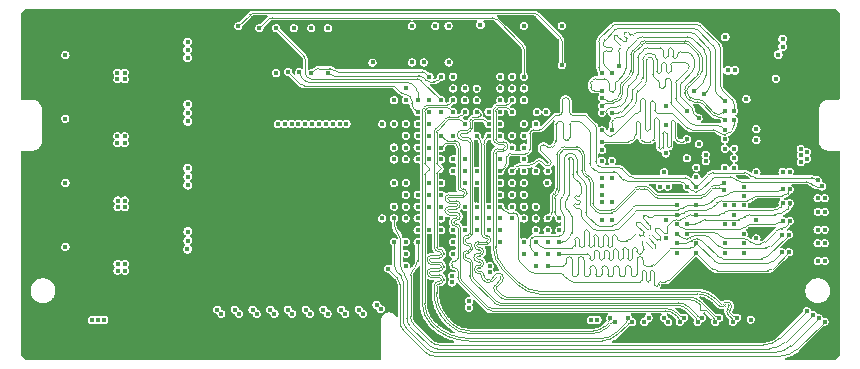
<source format=gbr>
%TF.GenerationSoftware,KiCad,Pcbnew,(6.0.4)*%
%TF.CreationDate,2022-05-09T18:08:26+08:00*%
%TF.ProjectId,XC6SLX25(FTG256)_CoreBoard,58433653-4c58-4323-9528-465447323536,rev?*%
%TF.SameCoordinates,Original*%
%TF.FileFunction,Copper,L4,Inr*%
%TF.FilePolarity,Positive*%
%FSLAX46Y46*%
G04 Gerber Fmt 4.6, Leading zero omitted, Abs format (unit mm)*
G04 Created by KiCad (PCBNEW (6.0.4)) date 2022-05-09 18:08:26*
%MOMM*%
%LPD*%
G01*
G04 APERTURE LIST*
%TA.AperFunction,ViaPad*%
%ADD10C,0.400000*%
%TD*%
%TA.AperFunction,ViaPad*%
%ADD11C,0.450000*%
%TD*%
%TA.AperFunction,Conductor*%
%ADD12C,0.100000*%
%TD*%
G04 APERTURE END LIST*
D10*
%TO.N,/DDR_VTT*%
X172105401Y-90416362D03*
X172105401Y-91556362D03*
D11*
X170575000Y-81760000D03*
D10*
X172105401Y-90976362D03*
D11*
X170575000Y-81110000D03*
D10*
X172625401Y-91286362D03*
X172625401Y-90706362D03*
D11*
%TO.N,/DDR_VREF*%
X165725000Y-80940000D03*
D10*
X149672500Y-100312500D03*
X166475000Y-95205000D03*
X160545001Y-92404999D03*
X148675000Y-88305000D03*
%TO.N,/DDR_A8*%
X174140802Y-99908585D03*
X150675000Y-99305000D03*
X167275000Y-99205000D03*
%TO.N,GND*%
X143675000Y-96305000D03*
X168340000Y-95030000D03*
D11*
X116600000Y-81490000D03*
D10*
X107175000Y-94905000D03*
X142675000Y-90305000D03*
X134975000Y-80505000D03*
X174775000Y-80105000D03*
X152785000Y-104605000D03*
X168275000Y-87205000D03*
D11*
X116610000Y-98179999D03*
D10*
X143175000Y-79905000D03*
X145675000Y-93305000D03*
X168615000Y-84905000D03*
X123375000Y-80505000D03*
X138675000Y-97305000D03*
X112775000Y-79105000D03*
X121395000Y-104955000D03*
X107175000Y-96105000D03*
X151505000Y-104605000D03*
X172975000Y-79305000D03*
X136675000Y-90310000D03*
X170175000Y-102105000D03*
X151675000Y-84310000D03*
X113975000Y-79105000D03*
X147016250Y-104605000D03*
X165775000Y-79305000D03*
X107975000Y-79105000D03*
X166975000Y-79305000D03*
X133445000Y-104955000D03*
X115575000Y-102105000D03*
X165095000Y-91515000D03*
X123375000Y-83505000D03*
X150008750Y-104605000D03*
D11*
X116600000Y-82489999D03*
D10*
X166475000Y-89605000D03*
X174955000Y-96502000D03*
X107175000Y-84905000D03*
X163435000Y-87190000D03*
D11*
X116610000Y-93310000D03*
D10*
X147675000Y-91305000D03*
X148512500Y-104605000D03*
X133975000Y-80505000D03*
X167935000Y-81950000D03*
X134575000Y-88305000D03*
X142675000Y-93310000D03*
X122945000Y-104955000D03*
X141675000Y-85305000D03*
X149675000Y-90305000D03*
X167935000Y-82650000D03*
X117975000Y-95105000D03*
X120175000Y-95105000D03*
X128945000Y-104955000D03*
X113975000Y-103705000D03*
X117975000Y-89705000D03*
X140675000Y-98305000D03*
X122775000Y-87305000D03*
X107175000Y-80105000D03*
X167275000Y-92805000D03*
X110375000Y-79105000D03*
X127525000Y-98605000D03*
X138675000Y-87305000D03*
X124775000Y-93505000D03*
X149675000Y-86305001D03*
X142527500Y-104605000D03*
D11*
X116610000Y-92809999D03*
D10*
X135895000Y-100425000D03*
X136675000Y-93310000D03*
X123975000Y-86105000D03*
X134945000Y-104955000D03*
X174955000Y-93890000D03*
X107175000Y-97305000D03*
X139535000Y-104605000D03*
X124445000Y-104955000D03*
X168175000Y-79305000D03*
D11*
X116610000Y-98680000D03*
D10*
X174775000Y-84905000D03*
X167775000Y-102105000D03*
X127265000Y-88625000D03*
X107175000Y-82505000D03*
X174175000Y-79305000D03*
X135425750Y-91508948D03*
X142605000Y-102415000D03*
D11*
X116600000Y-87380000D03*
D10*
X174955000Y-99114000D03*
X121575000Y-87305000D03*
X111575000Y-79105000D03*
X174955000Y-100420000D03*
D11*
X116610000Y-97680000D03*
D10*
X107175000Y-100905000D03*
X168275000Y-88005000D03*
X122775000Y-86105000D03*
X107175000Y-81305000D03*
X116575000Y-79105000D03*
X168360000Y-97215000D03*
X144023750Y-104605000D03*
D11*
X116599999Y-86880001D03*
D10*
X145520000Y-104605000D03*
X120175000Y-89705000D03*
X114775000Y-102905000D03*
X174775000Y-81305000D03*
D11*
X116600000Y-87879999D03*
D10*
X125945000Y-104955000D03*
X150445000Y-83355000D03*
X126175000Y-90905000D03*
X174955000Y-95196000D03*
X145675000Y-99305000D03*
X161675000Y-93605000D03*
X144675000Y-94305000D03*
X139675000Y-93305000D03*
X149675000Y-93305000D03*
X171375000Y-102105000D03*
X174955000Y-97808000D03*
X144675000Y-91310000D03*
X107175000Y-83705000D03*
X107175000Y-99705000D03*
X131945000Y-104955000D03*
X174775000Y-82505000D03*
D11*
X116610000Y-92310000D03*
D10*
X116375000Y-101305000D03*
X115175000Y-79105000D03*
X171775000Y-79305000D03*
X135575000Y-88305000D03*
X144675000Y-90310000D03*
X168975000Y-102105000D03*
X170575000Y-79305000D03*
X109175000Y-79105000D03*
X148675000Y-97305000D03*
X140175000Y-79905000D03*
X126975000Y-90105000D03*
X141031250Y-104605000D03*
X174775000Y-83705000D03*
X134555000Y-85505000D03*
X144675000Y-88305000D03*
X130445000Y-104955000D03*
X121575000Y-86105000D03*
D11*
X116600000Y-81990000D03*
D10*
X169375000Y-79305000D03*
X167935000Y-81250000D03*
X107175000Y-98505000D03*
X121575000Y-88505000D03*
X127445000Y-104955000D03*
%TO.N,/DDR_A14*%
X173540802Y-99908585D03*
X147675000Y-95305000D03*
X165675000Y-99205001D03*
%TO.N,/DDR_A13*%
X163275000Y-99205000D03*
X146675000Y-95305000D03*
X171105401Y-99170452D03*
%TO.N,Net-(R40-Pad1)*%
X127695000Y-84015000D03*
%TO.N,Net-(R42-Pad1)*%
X130675000Y-80205000D03*
%TO.N,/DDR_RESET*%
X148675000Y-96305000D03*
X161675000Y-99205000D03*
%TO.N,/DDR_A6*%
X167275000Y-98405000D03*
X174140802Y-98408585D03*
X148675000Y-93305000D03*
%TO.N,/DDR_A11*%
X165675000Y-98405000D03*
X173540802Y-98408585D03*
X149675000Y-96304999D03*
%TO.N,/DDR_A9*%
X150675000Y-100305000D03*
X163275000Y-98405000D03*
X170505401Y-99170452D03*
D11*
%TO.N,+3V3*%
X144992501Y-79900000D03*
X120200000Y-86644999D03*
D10*
X146675001Y-89305000D03*
X142675000Y-89304999D03*
X148675000Y-85305000D03*
D11*
X112625000Y-104905000D03*
D10*
X141675000Y-93305000D03*
X151882501Y-80000000D03*
X148675000Y-80000000D03*
D11*
X166525000Y-83780000D03*
D10*
X145675000Y-87305000D03*
X129185000Y-80205000D03*
D11*
X120200000Y-88095000D03*
X113125000Y-104905000D03*
X120200000Y-87369999D03*
D10*
X136675000Y-88310000D03*
X141675001Y-91305000D03*
X141172501Y-80000000D03*
X138675000Y-94304999D03*
D11*
X112125000Y-104905000D03*
D10*
X136675000Y-96310000D03*
X132075000Y-80205000D03*
X146675001Y-93305000D03*
X142292501Y-80010000D03*
X144675000Y-86310000D03*
X137675000Y-91310000D03*
X144675000Y-95305000D03*
D11*
X165935000Y-83780000D03*
D10*
X141675000Y-94305000D03*
X141675000Y-87305000D03*
X139197500Y-80000000D03*
X147675000Y-96305000D03*
X138675000Y-90305000D03*
X138675000Y-85305000D03*
%TO.N,+1V5*%
X167275000Y-93605000D03*
X168355000Y-96405000D03*
X168355000Y-89675000D03*
X169995000Y-84470000D03*
D11*
X170195000Y-82440000D03*
D10*
X148675000Y-94305000D03*
X160675000Y-90805001D03*
X160185000Y-93605000D03*
X160675001Y-86805000D03*
X166475000Y-91205000D03*
X168355000Y-98005000D03*
X168355000Y-92405000D03*
X160675001Y-98005000D03*
X168355000Y-88745000D03*
X160675000Y-88404999D03*
X148675000Y-90305000D03*
X160675000Y-96405001D03*
X167515000Y-86205000D03*
X150675000Y-97305000D03*
X149675000Y-92305000D03*
D11*
X120200000Y-82710000D03*
X120200000Y-82035000D03*
D10*
X149675000Y-88304998D03*
D11*
X120199999Y-81360000D03*
D10*
%TO.N,+2V5*%
X138675000Y-99305000D03*
D11*
X120210000Y-98177500D03*
X120210000Y-97415000D03*
D10*
X145675000Y-97305000D03*
X141675000Y-97305000D03*
D11*
X154375000Y-104905000D03*
X120189430Y-98919430D03*
X154875000Y-104905000D03*
D10*
X148675000Y-99305000D03*
X142675000Y-99305000D03*
%TO.N,/DDR_A7*%
X161675000Y-98405000D03*
X171105401Y-97670452D03*
X149675000Y-97305000D03*
%TO.N,/DDR_A4*%
X173540802Y-97251540D03*
X147675000Y-94304999D03*
X167275000Y-97605000D03*
%TO.N,/DDR_A1*%
X146675000Y-91305000D03*
X174140802Y-95751540D03*
X165675000Y-96805000D03*
%TO.N,/DDR_A2*%
X162475000Y-97605000D03*
X151675000Y-97305000D03*
X171175000Y-96513407D03*
%TO.N,/DDR_A5*%
X147675000Y-93305001D03*
X170505401Y-97670452D03*
X161675000Y-97605000D03*
%TO.N,/DDR_BA1*%
X173540802Y-95751540D03*
X150675000Y-98305000D03*
X166475000Y-96004999D03*
%TO.N,+1V2*%
X142675000Y-92305000D03*
X143675000Y-93305000D03*
X144675000Y-93305000D03*
D11*
X120210000Y-93485000D03*
D10*
X143675000Y-92310000D03*
D11*
X120210000Y-92060000D03*
D10*
X142675000Y-91305000D03*
X144675000Y-92305000D03*
X143675000Y-91305000D03*
D11*
X120210000Y-92772500D03*
D10*
%TO.N,/DDR_A12*%
X174140802Y-97251540D03*
X149675000Y-95305000D03*
X166475000Y-96805000D03*
%TO.N,/DDR_A0*%
X171175000Y-95013407D03*
X162475000Y-96805000D03*
X147675000Y-90305000D03*
%TO.N,/DDR_A3*%
X148675000Y-89305000D03*
X161675000Y-96805000D03*
X170575000Y-96513407D03*
%TO.N,/DDR_BA2*%
X163275000Y-96005000D03*
X151675000Y-99305000D03*
X170575000Y-95013407D03*
%TO.N,/DDR_BA0*%
X149675000Y-98305000D03*
X171175000Y-93856362D03*
X161675000Y-96005000D03*
%TO.N,Net-(DDR3-1-PadL8)*%
X167275000Y-95205000D03*
%TO.N,/DDR_A10*%
X173540802Y-94594495D03*
X165675000Y-95204999D03*
X146675001Y-94305000D03*
%TO.N,/DDR_WE*%
X163275000Y-95205000D03*
X170575000Y-93856362D03*
X151675001Y-98305000D03*
%TO.N,/DDR_CS1*%
X161675000Y-95205000D03*
X149675000Y-99305000D03*
X170575000Y-92356362D03*
%TO.N,/DDR_CKE*%
X148675000Y-95305000D03*
X174140802Y-94594495D03*
X167275000Y-94405000D03*
%TO.N,/DDR_CLK-*%
X151675000Y-96305000D03*
X165575000Y-93905000D03*
%TO.N,/DDR_~{CAS}*%
X162485000Y-93605000D03*
X147675000Y-92305000D03*
X173905000Y-93600000D03*
%TO.N,/DDR_ODT*%
X171175000Y-92356362D03*
X160875000Y-93605000D03*
X147674999Y-89305000D03*
%TO.N,/DDR_CLK+*%
X150675000Y-96305000D03*
X165585000Y-93305000D03*
%TO.N,/DDR_~{RAS}*%
X146675000Y-92305000D03*
X173540802Y-93094495D03*
X163275000Y-93605000D03*
%TO.N,/DDR_D5*%
X166475000Y-92005000D03*
X155285001Y-96435000D03*
%TO.N,/DDR_D7*%
X156125001Y-96435000D03*
X165675000Y-92005000D03*
%TO.N,/DDR_D4*%
X163275000Y-92805000D03*
X156125001Y-94935001D03*
%TO.N,/DDR_LDQS-*%
X164065000Y-91475000D03*
X155275001Y-94285000D03*
%TO.N,/DDR_D6*%
X155285001Y-94935000D03*
X163275000Y-92005000D03*
%TO.N,/DDR_D3*%
X166474999Y-90405000D03*
X156125001Y-92925000D03*
%TO.N,/DDR_D1*%
X165675000Y-90405000D03*
X156125001Y-91425000D03*
%TO.N,/DDR_LDQS+*%
X164055000Y-90914999D03*
X155275001Y-93585000D03*
%TO.N,/DDR_D2*%
X155285001Y-92925000D03*
X162475000Y-91205000D03*
%TO.N,/DDR_LDM*%
X155275001Y-90515000D03*
X165674999Y-89605000D03*
%TO.N,/DDR_D0*%
X163475000Y-90005000D03*
X155285001Y-91425000D03*
%TO.N,/DDR_D8*%
X165675000Y-88805000D03*
X156125001Y-88854999D03*
%TO.N,/DDR_UDM*%
X155275001Y-89815000D03*
X162475000Y-89605000D03*
%TO.N,/DDR_D10*%
X166475000Y-88005000D03*
X155285001Y-88855000D03*
%TO.N,/DDR_UDQS+*%
X165675000Y-88005000D03*
X155285001Y-86785000D03*
%TO.N,/DDR_D9*%
X163455000Y-87824999D03*
X155285001Y-87355000D03*
%TO.N,/DDR_D11*%
X162474999Y-87205000D03*
X156125001Y-87355000D03*
%TO.N,/DDR_D14*%
X155285001Y-83995000D03*
X166475001Y-87205000D03*
%TO.N,/DDR_UDQS-*%
X155285001Y-86085000D03*
X165675000Y-87205000D03*
%TO.N,/DDR_D12*%
X165675001Y-86405000D03*
X156125000Y-83995000D03*
%TO.N,/DDR_D15*%
X163904999Y-85775000D03*
X156685000Y-83435000D03*
%TO.N,/DDR_D13*%
X155285001Y-85495000D03*
X163075000Y-85505000D03*
%TO.N,Net-(R1-Pad1)*%
X148675000Y-98305000D03*
%TO.N,TMS*%
X137175000Y-100555000D03*
X174125000Y-105055000D03*
%TO.N,TDI*%
X139675000Y-98305000D03*
X172625000Y-104155000D03*
%TO.N,TCK*%
X137675001Y-98305000D03*
X173625000Y-104755000D03*
%TO.N,TDO*%
X173125000Y-104455000D03*
X137675000Y-96305000D03*
%TO.N,RESET_FPGA*%
X124490000Y-80035000D03*
X151885000Y-83350000D03*
%TO.N,Flash_CLK*%
X130675000Y-84015000D03*
X140675000Y-84305000D03*
%TO.N,Net-(R8-Pad1)*%
X135855000Y-83100000D03*
X137675000Y-86305000D03*
%TO.N,Net-(R9-Pad1)*%
X140675000Y-89305000D03*
X142300000Y-83100000D03*
%TO.N,5V*%
X109850000Y-87870000D03*
X114870000Y-83960000D03*
X114880000Y-100730000D03*
X114880000Y-95360000D03*
X114870000Y-89350000D03*
X114270000Y-95360000D03*
X114270000Y-100730000D03*
X114270000Y-100160000D03*
X114870000Y-84530000D03*
X114880000Y-94790000D03*
X114260000Y-84530000D03*
X109860000Y-93310000D03*
X114260000Y-89350000D03*
X114270000Y-94790000D03*
X114870000Y-89920000D03*
X114260000Y-89919999D03*
X109860000Y-98709999D03*
X109850000Y-82480000D03*
X114880000Y-100160000D03*
X114260000Y-83960000D03*
%TO.N,/DDR_MUDM*%
X148675000Y-91305000D03*
%TO.N,/DDR_MUDQS-*%
X150575000Y-87304999D03*
%TO.N,/DDR_MUDQS+*%
X149775000Y-87305000D03*
%TO.N,/DDR_MLDQS-*%
X150664486Y-93288111D03*
%TO.N,/DDR_MLDQS+*%
X150675000Y-92305000D03*
%TO.N,/DDR_MLDM*%
X148675000Y-92305000D03*
%TO.N,/FPGA_BL_DONE*%
X138675000Y-86305000D03*
X139197364Y-83100000D03*
%TO.N,/Bank1_L1-*%
X139675000Y-96305000D03*
X133551777Y-104381777D03*
%TO.N,/Bank1_L1+*%
X138675000Y-96305000D03*
X133198223Y-104028223D03*
%TO.N,/Bank1_L30+*%
X139675000Y-95305000D03*
X134698223Y-104028223D03*
%TO.N,/Bank1_L32+*%
X132051777Y-104381777D03*
X138675000Y-95305000D03*
%TO.N,/Bank1_L32-*%
X137675000Y-95305000D03*
X131698223Y-104028223D03*
%TO.N,/Bank1_L30-*%
X140675000Y-94305000D03*
X135051777Y-104381777D03*
%TO.N,/Bank1_L38+*%
X136198223Y-103628223D03*
X139675000Y-94305000D03*
%TO.N,/Bank1_L38-*%
X136551777Y-103981777D03*
X140675000Y-93305000D03*
%TO.N,/Bank1_L39+*%
X138674999Y-93305000D03*
X129051777Y-104381777D03*
%TO.N,/Bank1_L39-*%
X128698223Y-104028223D03*
X137675000Y-93310000D03*
%TO.N,/Bank1_L40+*%
X130551777Y-104381777D03*
X140674999Y-91305000D03*
%TO.N,/Bank1_L40-*%
X139675000Y-91310000D03*
X130198223Y-104028223D03*
%TO.N,/Bank1_L41+*%
X138675000Y-91305000D03*
X126051777Y-104381777D03*
%TO.N,/Bank1_L42-*%
X127551777Y-104381777D03*
X140675000Y-90305000D03*
%TO.N,/Bank1_L42+*%
X127198223Y-104028223D03*
X139675000Y-90305000D03*
%TO.N,/Bank1_L41-*%
X137675000Y-90305000D03*
X125698223Y-104028223D03*
%TO.N,/Bank1_L53+*%
X124551777Y-104381777D03*
X139675000Y-89305000D03*
%TO.N,/Bank1_L53-*%
X124198223Y-104028223D03*
X138674999Y-89305000D03*
%TO.N,/Bank1_L74+*%
X138675000Y-88305000D03*
X123051777Y-104381777D03*
%TO.N,/Bank1_L74-*%
X137675000Y-88305000D03*
X122698223Y-104028223D03*
%TO.N,/Bank0_L37+*%
X142600000Y-101730000D03*
X141675000Y-96305000D03*
%TO.N,/Bank0_L37-*%
X142600000Y-101180000D03*
X142675000Y-98310000D03*
%TO.N,/Bank0_L38+*%
X143675000Y-97310000D03*
%TO.N,/Bank0_L38-*%
X144675000Y-97310000D03*
%TO.N,/Bank0_L5+*%
X145775000Y-100330000D03*
X145675000Y-95305000D03*
%TO.N,/Bank0_L5-*%
X146675000Y-96305000D03*
X145775000Y-100880000D03*
%TO.N,/Bank0_L40+*%
X144025000Y-103305000D03*
X143675000Y-95305000D03*
%TO.N,/Bank0_L40-*%
X144025000Y-103855000D03*
X142675000Y-97305000D03*
%TO.N,/Bank0_L7+*%
X146675000Y-97305000D03*
%TO.N,/Bank0_L7-*%
X146675001Y-98305000D03*
%TO.N,/Bank0_L63+*%
X138674999Y-98305000D03*
%TO.N,/Bank0_L63-*%
X138675000Y-100310000D03*
%TO.N,/Bank0_L64+*%
X141675000Y-95305000D03*
%TO.N,/Bank0_L64-*%
X140675000Y-95310000D03*
%TO.N,/Bank0_L66+*%
X140675000Y-97305000D03*
%TO.N,/Bank0_L36+*%
X145675000Y-96305000D03*
%TO.N,/Bank0_L66-*%
X139675000Y-97305000D03*
%TO.N,/Bank0_L36-*%
X144675001Y-96305000D03*
%TO.N,/Bank2_L64-*%
X131321000Y-88315000D03*
X146675000Y-87305000D03*
%TO.N,/Bank2_L64+*%
X146675000Y-88305000D03*
X131902000Y-88315000D03*
%TO.N,/Bank2_L63-*%
X127835000Y-88315000D03*
X147675000Y-84305000D03*
%TO.N,/Bank2_L30-*%
X160538223Y-104728223D03*
X143675000Y-85305000D03*
%TO.N,/Bank2_L63+*%
X148675000Y-86305000D03*
X132483000Y-88315000D03*
%TO.N,/Bank2_L30+*%
X143675000Y-86305001D03*
X160891777Y-105081777D03*
%TO.N,/Bank2_L62-*%
X165221777Y-104718223D03*
X145675000Y-89305000D03*
%TO.N,/Bank2_L29-*%
X143675000Y-87310000D03*
X156351777Y-105081777D03*
%TO.N,/Bank2_L62+*%
X164868223Y-105071777D03*
X144675000Y-89305000D03*
%TO.N,/Bank2_L29+*%
X155998223Y-104728223D03*
X143675000Y-88305000D03*
%TO.N,/Bank2_L49-*%
X166368223Y-105071777D03*
X147675000Y-86305000D03*
%TO.N,/Bank2_L23-*%
X159225940Y-104731282D03*
X142675000Y-84305000D03*
%TO.N,/Bank2_L49+*%
X147675000Y-87305000D03*
X166721777Y-104718223D03*
%TO.N,/Bank2_L23+*%
X158872386Y-105084836D03*
X142675000Y-85305000D03*
%TO.N,/Bank2_L48-*%
X147675000Y-85305000D03*
X167880000Y-104870000D03*
%TO.N,/Bank2_L16-*%
X141675000Y-89310000D03*
X162241777Y-104708223D03*
%TO.N,/Bank2_L48+*%
X129578000Y-88315000D03*
X146675000Y-85305000D03*
%TO.N,/Bank2_L16+*%
X161888223Y-105061777D03*
X141675000Y-90310000D03*
%TO.N,/Bank2_L47-*%
X146675000Y-84305000D03*
X128416000Y-88315000D03*
%TO.N,/Bank2_L14-*%
X157851777Y-105081777D03*
X142675000Y-86305000D03*
%TO.N,/Bank2_L47+*%
X130740000Y-88315000D03*
X146675000Y-86305000D03*
%TO.N,/Bank2_L14+*%
X157498223Y-104728223D03*
X142675000Y-87305000D03*
%TO.N,/Bank2_L31+*%
X163378223Y-105071777D03*
X144675000Y-87305000D03*
%TO.N,/Bank2_L13-*%
X140675000Y-86305001D03*
X130159000Y-88315000D03*
%TO.N,/Bank2_L32+*%
X128997000Y-88315000D03*
X144675000Y-85310000D03*
%TO.N,/Bank2_L2-*%
X140675000Y-88305000D03*
X133064000Y-88315000D03*
%TO.N,/Bank2_L31-*%
X145675000Y-88305000D03*
X163731777Y-104718223D03*
%TO.N,/Bank2_L2+*%
X139675000Y-88305000D03*
X133645000Y-88315000D03*
%TO.N,Flash_CS*%
X148675000Y-84305000D03*
X126275000Y-80205000D03*
%TO.N,Net-(R4-Pad1)*%
X140675000Y-87304999D03*
X140200000Y-83100000D03*
%TO.N,Flash_MISO_2*%
X128715000Y-83905000D03*
X139675000Y-87305000D03*
%TO.N,Flash_MISO_3*%
X129655000Y-83905000D03*
X139675000Y-86305000D03*
%TO.N,Flash_MISO_1*%
X141675000Y-86305000D03*
X127695000Y-80205000D03*
%TO.N,Flash_MOSI*%
X141675000Y-84305000D03*
X132075000Y-84015000D03*
%TD*%
D12*
%TO.N,/DDR_A13*%
X159175000Y-101665000D02*
X159205000Y-101665000D01*
X152016447Y-101071447D02*
X152463554Y-101518554D01*
X159875000Y-102065000D02*
X159925000Y-102065000D01*
X160070000Y-101920000D02*
X160070000Y-101840000D01*
X148175000Y-96225685D02*
X148175000Y-99644315D01*
X162007095Y-100472902D02*
X162107422Y-100372578D01*
X147345685Y-95810000D02*
X147759315Y-95810000D01*
X158670000Y-101490000D02*
X158670000Y-100840000D01*
X165048528Y-100730000D02*
X169297325Y-100730000D01*
X169721589Y-100554264D02*
X171105401Y-99170452D01*
X159020000Y-100840000D02*
X159020000Y-101510000D01*
X163275000Y-99205000D02*
X164624264Y-100554264D01*
X159720000Y-100840000D02*
X159720000Y-101910000D01*
X146675000Y-95305000D02*
X147062843Y-95692843D01*
X148042158Y-95927158D02*
X148057843Y-95942843D01*
X159370000Y-101500000D02*
X159370000Y-100840000D01*
X160932152Y-101547845D02*
X162007095Y-100472902D01*
X149497107Y-100925000D02*
X151662893Y-100925000D01*
X160245000Y-101665000D02*
X160649315Y-101665000D01*
X152817107Y-101665000D02*
X158495000Y-101665000D01*
X148292158Y-99927158D02*
X149143554Y-100778554D01*
X162107422Y-100372578D02*
X163275000Y-99205000D01*
X148292165Y-99927151D02*
G75*
G02*
X148175000Y-99644315I282835J282851D01*
G01*
X159720000Y-100840000D02*
G75*
G03*
X159545000Y-100665000I-175000J0D01*
G01*
X147345685Y-95810010D02*
G75*
G02*
X147062843Y-95692843I15J400010D01*
G01*
X169721577Y-100554252D02*
G75*
G02*
X169297325Y-100730000I-424277J424252D01*
G01*
X148042151Y-95927165D02*
G75*
G03*
X147759315Y-95810000I-282851J-282835D01*
G01*
X160070000Y-101920000D02*
G75*
G02*
X159925000Y-102065000I-145000J0D01*
G01*
X159020000Y-100840000D02*
G75*
G03*
X158845000Y-100665000I-175000J0D01*
G01*
X159175000Y-101665000D02*
G75*
G02*
X159020000Y-101510000I0J155000D01*
G01*
X159875000Y-102065000D02*
G75*
G02*
X159720000Y-101910000I0J155000D01*
G01*
X158670000Y-101490000D02*
G75*
G02*
X158495000Y-101665000I-175000J0D01*
G01*
X149497107Y-100924995D02*
G75*
G02*
X149143554Y-100778554I-7J499995D01*
G01*
X159545000Y-100665000D02*
G75*
G03*
X159370000Y-100840000I0J-175000D01*
G01*
X164624250Y-100554278D02*
G75*
G03*
X165048528Y-100730000I424250J424278D01*
G01*
X152016450Y-101071444D02*
G75*
G03*
X151662893Y-100925000I-353550J-353556D01*
G01*
X158845000Y-100665000D02*
G75*
G03*
X158670000Y-100840000I0J-175000D01*
G01*
X160932146Y-101547839D02*
G75*
G02*
X160649315Y-101665000I-282846J282839D01*
G01*
X152817107Y-101664995D02*
G75*
G02*
X152463554Y-101518554I-7J499995D01*
G01*
X148175010Y-96225685D02*
G75*
G03*
X148057843Y-95942843I-400010J-15D01*
G01*
X159370000Y-101500000D02*
G75*
G02*
X159205000Y-101665000I-165000J0D01*
G01*
X160245000Y-101665000D02*
G75*
G03*
X160070000Y-101840000I0J-175000D01*
G01*
%TO.N,/DDR_A9*%
X150675000Y-100305000D02*
X152005000Y-100305000D01*
X156755000Y-100555000D02*
X156755000Y-101008975D01*
X158755000Y-99801025D02*
X158755000Y-100054999D01*
X158255000Y-101008975D02*
X158255000Y-99801025D01*
X157254999Y-101008975D02*
X157255000Y-100555000D01*
X152754999Y-99801025D02*
X152755000Y-101008975D01*
X159005000Y-100305000D02*
X159485736Y-100305000D01*
X169731589Y-99944264D02*
X170505401Y-99170452D01*
X163275000Y-98405000D02*
X164814264Y-99944264D01*
X156255001Y-101008975D02*
X156255000Y-100555000D01*
X157755000Y-100555000D02*
X157755000Y-101008975D01*
X159697868Y-100217132D02*
X161017132Y-98897868D01*
X154255000Y-101008975D02*
X154255000Y-100555000D01*
X153755000Y-99801025D02*
X153755001Y-101008975D01*
X152255000Y-100054999D02*
X152255000Y-99801025D01*
X154755000Y-100555000D02*
X154754999Y-101008975D01*
X153255000Y-101008975D02*
X153255000Y-99801025D01*
X155255000Y-101008975D02*
X155255000Y-100555000D01*
X155755000Y-100555000D02*
X155755000Y-101008975D01*
X165238528Y-100120000D02*
X169307325Y-100120000D01*
X162957868Y-98722132D02*
X163275000Y-98405000D01*
X161229264Y-98810000D02*
X162745736Y-98810000D01*
X152505000Y-99551000D02*
G75*
G03*
X152255000Y-99801025I0J-250000D01*
G01*
X155254975Y-101008975D02*
G75*
G02*
X155005000Y-101258975I-249975J-25D01*
G01*
X159005000Y-100305000D02*
G75*
G02*
X158755000Y-100054999I0J250000D01*
G01*
X153505000Y-99551000D02*
G75*
G03*
X153255000Y-99801025I0J-250000D01*
G01*
X156254975Y-101008975D02*
G75*
G02*
X156005000Y-101258975I-249975J-25D01*
G01*
X154254975Y-101008975D02*
G75*
G02*
X154005000Y-101258975I-249975J-25D01*
G01*
X153254975Y-101008975D02*
G75*
G02*
X153005000Y-101258975I-249975J-25D01*
G01*
X156505000Y-100305000D02*
G75*
G03*
X156255000Y-100555000I0J-250000D01*
G01*
X156755000Y-100555000D02*
G75*
G03*
X156505000Y-100305000I-250000J0D01*
G01*
X153754975Y-99801025D02*
G75*
G03*
X153505000Y-99551025I-249975J25D01*
G01*
X156005000Y-101259000D02*
G75*
G02*
X155755000Y-101008975I0J250000D01*
G01*
X162957850Y-98722114D02*
G75*
G02*
X162745736Y-98810000I-212150J212114D01*
G01*
X164814250Y-99944278D02*
G75*
G03*
X165238528Y-100120000I424250J424278D01*
G01*
X158754975Y-99801025D02*
G75*
G03*
X158505000Y-99551025I-249975J25D01*
G01*
X154755000Y-100555000D02*
G75*
G03*
X154505000Y-100305000I-250000J0D01*
G01*
X154005000Y-101258999D02*
G75*
G02*
X153755001Y-101008975I0J249999D01*
G01*
X152255000Y-100054999D02*
G75*
G02*
X152005000Y-100305000I-250000J-1D01*
G01*
X155755000Y-100555000D02*
G75*
G03*
X155505000Y-100305000I-250000J0D01*
G01*
X153005000Y-101259000D02*
G75*
G02*
X152755000Y-101008975I0J250000D01*
G01*
X158005000Y-101259000D02*
G75*
G02*
X157755000Y-101008975I0J250000D01*
G01*
X157505001Y-100305000D02*
G75*
G03*
X157255000Y-100555000I-1J-250000D01*
G01*
X154505000Y-100305000D02*
G75*
G03*
X154255000Y-100555000I0J-250000D01*
G01*
X157254975Y-101008975D02*
G75*
G02*
X157005000Y-101258975I-249975J-25D01*
G01*
X158505000Y-99551000D02*
G75*
G03*
X158255000Y-99801025I0J-250000D01*
G01*
X161229264Y-98809975D02*
G75*
G03*
X161017132Y-98897868I36J-300025D01*
G01*
X158254975Y-101008975D02*
G75*
G02*
X158005000Y-101258975I-249975J-25D01*
G01*
X159485736Y-100305025D02*
G75*
G03*
X159697868Y-100217132I-36J300025D01*
G01*
X155505000Y-100305000D02*
G75*
G03*
X155255000Y-100555000I0J-250000D01*
G01*
X152754975Y-99801025D02*
G75*
G03*
X152505000Y-99551025I-249975J25D01*
G01*
X155005000Y-101259001D02*
G75*
G02*
X154754999Y-101008975I0J250001D01*
G01*
X169731577Y-99944252D02*
G75*
G02*
X169307325Y-100120000I-424277J424252D01*
G01*
X157755000Y-100555000D02*
G75*
G03*
X157505001Y-100305000I-250000J0D01*
G01*
X157005000Y-101259000D02*
G75*
G02*
X156755000Y-101008975I0J250000D01*
G01*
%TO.N,/DDR_A7*%
X162830736Y-98229264D02*
X162864264Y-98195736D01*
X169251589Y-99524264D02*
X171105401Y-97670452D01*
X163288528Y-98020000D02*
X163341472Y-98020000D01*
X163765736Y-98195736D02*
X165094264Y-99524264D01*
X165518528Y-99700000D02*
X168827325Y-99700000D01*
X161675000Y-98405000D02*
X162406472Y-98405000D01*
X162830750Y-98229278D02*
G75*
G02*
X162406472Y-98405000I-424250J424278D01*
G01*
X163765750Y-98195722D02*
G75*
G03*
X163341472Y-98020000I-424250J-424278D01*
G01*
X162864250Y-98195722D02*
G75*
G02*
X163288528Y-98020000I424250J-424278D01*
G01*
X169251577Y-99524252D02*
G75*
G02*
X168827325Y-99700000I-424277J424252D01*
G01*
X165094250Y-99524278D02*
G75*
G03*
X165518528Y-99700000I424250J424278D01*
G01*
%TO.N,/DDR_A2*%
X167725736Y-98175736D02*
X167824264Y-98274264D01*
X162734264Y-97470000D02*
X164691472Y-97470000D01*
X168248528Y-98450000D02*
X168671472Y-98450000D01*
X170458528Y-97160000D02*
X170545736Y-97160000D01*
X162475000Y-97605000D02*
X162522131Y-97557869D01*
X165115736Y-97645736D02*
X165294264Y-97824264D01*
X170809081Y-97050919D02*
X171053665Y-96806335D01*
X169095736Y-98274264D02*
X170034264Y-97335736D01*
X165718528Y-98000000D02*
X167301472Y-98000000D01*
X171174993Y-96513407D02*
G75*
G02*
X171053664Y-96806334I-414293J7D01*
G01*
X170809058Y-97050896D02*
G75*
G02*
X170545736Y-97160000I-263358J263296D01*
G01*
X168248528Y-98449980D02*
G75*
G02*
X167824264Y-98274264I-28J599980D01*
G01*
X167725750Y-98175722D02*
G75*
G03*
X167301472Y-98000000I-424250J-424278D01*
G01*
X169095750Y-98274278D02*
G75*
G02*
X168671472Y-98450000I-424250J424278D01*
G01*
X162734264Y-97469975D02*
G75*
G03*
X162522131Y-97557869I36J-300025D01*
G01*
X165718528Y-97999980D02*
G75*
G02*
X165294264Y-97824264I-28J599980D01*
G01*
X165115750Y-97645722D02*
G75*
G03*
X164691472Y-97470000I-424250J-424278D01*
G01*
X170458528Y-97160020D02*
G75*
G03*
X170034264Y-97335736I-28J-599980D01*
G01*
%TO.N,/DDR_A5*%
X162697868Y-97952132D02*
X162724264Y-97925736D01*
X162358528Y-98040000D02*
X162485736Y-98040000D01*
X165558528Y-98800000D02*
X169127325Y-98800000D01*
X163148528Y-97750000D02*
X164011472Y-97750000D01*
X161675000Y-97605000D02*
X161934264Y-97864264D01*
X169551589Y-98624264D02*
X170505401Y-97670452D01*
X164435736Y-97925736D02*
X165134264Y-98624264D01*
X162697850Y-97952114D02*
G75*
G02*
X162485736Y-98040000I-212150J212114D01*
G01*
X165558528Y-98799980D02*
G75*
G02*
X165134264Y-98624264I-28J599980D01*
G01*
X169551577Y-98624252D02*
G75*
G02*
X169127325Y-98800000I-424277J424252D01*
G01*
X161934250Y-97864278D02*
G75*
G03*
X162358528Y-98040000I424250J424278D01*
G01*
X164435750Y-97925722D02*
G75*
G03*
X164011472Y-97750000I-424250J-424278D01*
G01*
X162724250Y-97925722D02*
G75*
G02*
X163148528Y-97750000I424250J-424278D01*
G01*
%TO.N,/DDR_A0*%
X166871472Y-96400000D02*
X164028528Y-96400000D01*
X167364860Y-96155140D02*
X167295736Y-96224264D01*
X163126472Y-96805000D02*
X162475000Y-96805000D01*
X169890876Y-95979404D02*
X167789124Y-95979404D01*
X170982947Y-95527054D02*
X171035000Y-95475000D01*
X171175000Y-95137011D02*
X171175000Y-95013407D01*
X163604264Y-96575736D02*
X163550736Y-96629264D01*
X163126472Y-96804980D02*
G75*
G03*
X163550736Y-96629264I28J599980D01*
G01*
X166871472Y-96399980D02*
G75*
G03*
X167295736Y-96224264I28J599980D01*
G01*
X170982955Y-95527062D02*
G75*
G02*
X169890876Y-95979404I-1092055J1092062D01*
G01*
X167364849Y-96155129D02*
G75*
G02*
X167789124Y-95979404I424251J-424271D01*
G01*
X171175004Y-95137011D02*
G75*
G02*
X171035000Y-95475000I-478004J11D01*
G01*
X163604250Y-96575722D02*
G75*
G02*
X164028528Y-96400000I424250J-424278D01*
G01*
%TO.N,/DDR_A3*%
X167474264Y-96975736D02*
X167415736Y-97034264D01*
X161904264Y-97034264D02*
X161675000Y-96805000D01*
X170513357Y-96575050D02*
X170575000Y-96513407D01*
X169970280Y-96800000D02*
X167898528Y-96800000D01*
X166991472Y-97210000D02*
X162328528Y-97210000D01*
X166991472Y-97209980D02*
G75*
G03*
X167415736Y-97034264I28J599980D01*
G01*
X161904250Y-97034278D02*
G75*
G03*
X162328528Y-97210000I424250J424278D01*
G01*
X167474250Y-96975722D02*
G75*
G02*
X167898528Y-96800000I424250J-424278D01*
G01*
X170513362Y-96575055D02*
G75*
G02*
X169970280Y-96800000I-543062J543055D01*
G01*
%TO.N,/DDR_BA2*%
X155606847Y-98981305D02*
X155683153Y-98981305D01*
X162330735Y-96229265D02*
X162379264Y-96180736D01*
X158445000Y-99305000D02*
X158494792Y-99305000D01*
X159838652Y-97432865D02*
X160235014Y-97829228D01*
X162803528Y-96005000D02*
X163275000Y-96005000D01*
X159555808Y-97715708D02*
X159952171Y-98112071D01*
X158990122Y-98281394D02*
X159518605Y-98809878D01*
X159801449Y-98809877D02*
X159801448Y-98809878D01*
X159838652Y-97150022D02*
X159838651Y-97150022D01*
X160216411Y-98112072D02*
X160235014Y-98093470D01*
X155845000Y-99143152D02*
X155845000Y-99678695D01*
X160810000Y-96990001D02*
X161248553Y-96551448D01*
X170415000Y-95335000D02*
X170460736Y-95289264D01*
X160121494Y-97150022D02*
X160543911Y-97572439D01*
X159272966Y-97715708D02*
X159272965Y-97715709D01*
X155044999Y-99678695D02*
X155045000Y-99143152D01*
X161602106Y-96405001D02*
X161906471Y-96405001D01*
X160826753Y-97572440D02*
X160826755Y-97572440D01*
X158707279Y-98281394D02*
X158707279Y-98281395D01*
X155445000Y-99678695D02*
X155445000Y-99143152D01*
X165620736Y-95829264D02*
X165664264Y-95785736D01*
X157844999Y-99678695D02*
X157845000Y-98931305D01*
X158245001Y-98931305D02*
X158245001Y-99105000D01*
X156645000Y-99031305D02*
X156645000Y-99678695D01*
X157044999Y-99678695D02*
X157045000Y-98931305D01*
X160826754Y-97289596D02*
X160810000Y-97272842D01*
X154645000Y-99678695D02*
X154645000Y-99143152D01*
X166088528Y-95610000D02*
X169751092Y-95610000D01*
X157445000Y-98931305D02*
X157445000Y-99678695D01*
X158830101Y-98905909D02*
X158830101Y-98860756D01*
X154806847Y-98981305D02*
X154883153Y-98981305D01*
X163275000Y-96005000D02*
X165196472Y-96005000D01*
X156245000Y-99678696D02*
X156245000Y-99031305D01*
X154245000Y-99505000D02*
X154245000Y-99678695D01*
X159272966Y-97998551D02*
X159801449Y-98527035D01*
X151675000Y-99305000D02*
X154045000Y-99305000D01*
X160543911Y-97572439D02*
X160543909Y-97572440D01*
X165620750Y-95829278D02*
G75*
G02*
X165196472Y-96005000I-424250J424278D01*
G01*
X157245000Y-98731299D02*
G75*
G03*
X157044999Y-98931305I0J-200001D01*
G01*
X157844994Y-99678695D02*
G75*
G02*
X157645000Y-99878694I-199994J-5D01*
G01*
X156445000Y-98831300D02*
G75*
G03*
X156245000Y-99031305I0J-200000D01*
G01*
X158700002Y-99220002D02*
G75*
G02*
X158494792Y-99305000I-205202J205202D01*
G01*
X166088528Y-95610020D02*
G75*
G03*
X165664264Y-95785736I-28J-599980D01*
G01*
X160826753Y-97572440D02*
G75*
G02*
X160543909Y-97572440I-141422J141425D01*
G01*
X160826772Y-97289578D02*
G75*
G02*
X160826754Y-97572439I-141472J-141422D01*
G01*
X156644995Y-99031305D02*
G75*
G03*
X156445000Y-98831305I-199995J5D01*
G01*
X161906471Y-96404980D02*
G75*
G03*
X162330735Y-96229265I29J599980D01*
G01*
X154806847Y-98981400D02*
G75*
G03*
X154645000Y-99143152I-47J-161800D01*
G01*
X157444995Y-98931305D02*
G75*
G03*
X157245000Y-98731305I-199995J5D01*
G01*
X154644995Y-99678695D02*
G75*
G02*
X154445000Y-99878695I-199995J-5D01*
G01*
X158707249Y-98564268D02*
G75*
G02*
X158830101Y-98860756I-296449J-296532D01*
G01*
X160235063Y-97829179D02*
G75*
G02*
X160235014Y-98093470I-132163J-132121D01*
G01*
X155444995Y-99678695D02*
G75*
G02*
X155245000Y-99878695I-199995J-5D01*
G01*
X156845000Y-99878700D02*
G75*
G02*
X156645000Y-99678695I0J200000D01*
G01*
X157645000Y-99878700D02*
G75*
G02*
X157445000Y-99678695I0J200000D01*
G01*
X155606847Y-98981400D02*
G75*
G03*
X155445000Y-99143152I-47J-161800D01*
G01*
X160216420Y-98112081D02*
G75*
G02*
X159952170Y-98112071I-132120J132181D01*
G01*
X159801449Y-98809877D02*
G75*
G02*
X159518605Y-98809877I-141422J141418D01*
G01*
X158445000Y-99304999D02*
G75*
G02*
X158245001Y-99105000I0J199999D01*
G01*
X154445000Y-99878700D02*
G75*
G02*
X154245000Y-99678695I0J200000D01*
G01*
X170415003Y-95335003D02*
G75*
G02*
X169751092Y-95610000I-663903J663903D01*
G01*
X158045000Y-98731300D02*
G75*
G03*
X157845000Y-98931305I0J-200000D01*
G01*
X158990121Y-98281395D02*
G75*
G03*
X158707279Y-98281395I-141421J-141405D01*
G01*
X156244995Y-99678696D02*
G75*
G02*
X156045000Y-99878695I-199995J-4D01*
G01*
X159838608Y-97149978D02*
G75*
G03*
X159838652Y-97432866I141492J-141422D01*
G01*
X156045000Y-99878700D02*
G75*
G02*
X155845000Y-99678695I0J200000D01*
G01*
X155845095Y-99143152D02*
G75*
G03*
X155683153Y-98981305I-161895J-48D01*
G01*
X155245000Y-99878701D02*
G75*
G02*
X155044999Y-99678695I0J200001D01*
G01*
X159801405Y-98527079D02*
G75*
G02*
X159801448Y-98809878I-141405J-141421D01*
G01*
X155045095Y-99143152D02*
G75*
G03*
X154883153Y-98981305I-161895J-48D01*
G01*
X158707263Y-98281378D02*
G75*
G03*
X158707279Y-98564238I141437J-141422D01*
G01*
X170575010Y-95013407D02*
G75*
G02*
X170460735Y-95289263I-390110J7D01*
G01*
X160809979Y-96989980D02*
G75*
G03*
X160810000Y-97272842I141421J-141420D01*
G01*
X157044995Y-99678695D02*
G75*
G02*
X156845000Y-99878695I-199995J-5D01*
G01*
X161602106Y-96405006D02*
G75*
G03*
X161248553Y-96551448I-6J-499994D01*
G01*
X160121494Y-97150022D02*
G75*
G03*
X159838651Y-97150022I-141421J-141424D01*
G01*
X154245000Y-99505000D02*
G75*
G03*
X154045000Y-99305000I-200000J0D01*
G01*
X158830104Y-98905909D02*
G75*
G02*
X158700000Y-99220000I-444204J9D01*
G01*
X159555821Y-97715695D02*
G75*
G03*
X159272965Y-97715709I-141421J-141405D01*
G01*
X158244995Y-98931305D02*
G75*
G03*
X158045000Y-98731305I-199995J5D01*
G01*
X162803528Y-96005020D02*
G75*
G03*
X162379264Y-96180736I-28J-599980D01*
G01*
X159272936Y-97715678D02*
G75*
G03*
X159272966Y-97998552I141464J-141422D01*
G01*
%TO.N,/DDR_BA0*%
X150038553Y-98668553D02*
X149675000Y-98305000D01*
X164540736Y-95439264D02*
X164994264Y-94985736D01*
X159366530Y-97207901D02*
X159366528Y-97207901D01*
X158517998Y-97773587D02*
X158518000Y-97773586D01*
X158518000Y-97773586D02*
X158376578Y-97632164D01*
X167985736Y-94634264D02*
X168034264Y-94585736D01*
X152764999Y-98815000D02*
X150392107Y-98815000D01*
X156649372Y-98139372D02*
X156623578Y-98113578D01*
X154965000Y-98615000D02*
X154965000Y-97865000D01*
X158800846Y-96076530D02*
X158800845Y-96076530D01*
X159225109Y-96217951D02*
X159083688Y-96076530D01*
X153365000Y-98615000D02*
X153365000Y-98115000D01*
X157362265Y-98197951D02*
X156790794Y-98197951D01*
X154565000Y-97865000D02*
X154565000Y-98615000D01*
X156565000Y-97972157D02*
X156565000Y-97865000D01*
X161675000Y-96005000D02*
X159886587Y-96005000D01*
X155365001Y-97865000D02*
X155365000Y-98615001D01*
X162230736Y-95829264D02*
X162269264Y-95790736D01*
X158800845Y-96359373D02*
X159366529Y-96925057D01*
X153765000Y-97465000D02*
X153765000Y-98615000D01*
X158235159Y-96925059D02*
X158800843Y-97490743D01*
X165418528Y-94810000D02*
X167561472Y-94810000D01*
X158800844Y-97773586D02*
X158800842Y-97773587D01*
X155765000Y-98615000D02*
X155765000Y-97865000D01*
X156165000Y-97865000D02*
X156165000Y-98615000D01*
X159083686Y-97207900D02*
X158518002Y-96642216D01*
X159083684Y-97207901D02*
X159083686Y-97207900D01*
X158235159Y-96642215D02*
X158235159Y-96642216D01*
X162693528Y-95615000D02*
X164116472Y-95615000D01*
X171004020Y-94205980D02*
X171048683Y-94161317D01*
X158093734Y-97632165D02*
X157645108Y-98080793D01*
X159603744Y-96122158D02*
X159507951Y-96217951D01*
X158093735Y-97632165D02*
X158093734Y-97632165D01*
X161675000Y-96005000D02*
X161806472Y-96005000D01*
X152965000Y-98115000D02*
X152965000Y-98615000D01*
X154165000Y-98615001D02*
X154165000Y-97465000D01*
X168458528Y-94410000D02*
X170511472Y-94410000D01*
X156565031Y-97972157D02*
G75*
G03*
X156623579Y-98113577I199969J-43D01*
G01*
X150038550Y-98668556D02*
G75*
G03*
X150392107Y-98815000I353550J353556D01*
G01*
X156649385Y-98139359D02*
G75*
G03*
X156790794Y-98197951I141415J141359D01*
G01*
X155765000Y-98615000D02*
G75*
G03*
X155965000Y-98815000I200000J0D01*
G01*
X162230750Y-95829278D02*
G75*
G02*
X161806472Y-96005000I-424250J424278D01*
G01*
X156365000Y-97665000D02*
G75*
G02*
X156565000Y-97865000I0J-200000D01*
G01*
X162693528Y-95615020D02*
G75*
G03*
X162269264Y-95790736I-28J-599980D01*
G01*
X167985750Y-94634278D02*
G75*
G02*
X167561472Y-94810000I-424250J424278D01*
G01*
X165418528Y-94810020D02*
G75*
G03*
X164994264Y-94985736I-28J-599980D01*
G01*
X159366550Y-97207921D02*
G75*
G03*
X159366528Y-96925058I-141450J141421D01*
G01*
X154165000Y-98615001D02*
G75*
G03*
X154365000Y-98815000I200000J1D01*
G01*
X152764999Y-98815000D02*
G75*
G03*
X152965000Y-98615000I1J200000D01*
G01*
X158800797Y-96359422D02*
G75*
G02*
X158800845Y-96076530I141503J141422D01*
G01*
X154765000Y-97665000D02*
G75*
G02*
X154965000Y-97865000I0J-200000D01*
G01*
X168458528Y-94410020D02*
G75*
G03*
X168034264Y-94585736I-28J-599980D01*
G01*
X155565000Y-97665000D02*
G75*
G02*
X155765000Y-97865000I0J-200000D01*
G01*
X153965000Y-97265000D02*
G75*
G02*
X154165000Y-97465000I0J-200000D01*
G01*
X158800879Y-97773621D02*
G75*
G03*
X158800843Y-97490743I-141479J141421D01*
G01*
X159603750Y-96122164D02*
G75*
G02*
X159886587Y-96005000I282850J-282836D01*
G01*
X153365000Y-98615000D02*
G75*
G03*
X153565000Y-98815000I200000J0D01*
G01*
X158093778Y-97632208D02*
G75*
G02*
X158376578Y-97632164I141422J-141392D01*
G01*
X171174964Y-93856362D02*
G75*
G02*
X171048683Y-94161317I-431264J-38D01*
G01*
X154365000Y-98815000D02*
G75*
G03*
X154565000Y-98615000I0J200000D01*
G01*
X157645116Y-98080801D02*
G75*
G02*
X157362265Y-98197951I-282816J282801D01*
G01*
X152965000Y-98115000D02*
G75*
G02*
X153165000Y-97915000I200000J0D01*
G01*
X153565000Y-98815000D02*
G75*
G03*
X153765000Y-98615000I0J200000D01*
G01*
X155965000Y-98815000D02*
G75*
G03*
X156165000Y-98615000I0J200000D01*
G01*
X159225110Y-96217950D02*
G75*
G03*
X159507950Y-96217950I141420J141422D01*
G01*
X158800847Y-96076531D02*
G75*
G02*
X159083687Y-96076531I141420J-141422D01*
G01*
X164540750Y-95439278D02*
G75*
G02*
X164116472Y-95615000I-424250J424278D01*
G01*
X154965000Y-98615000D02*
G75*
G03*
X155165000Y-98815000I200000J0D01*
G01*
X154565000Y-97865000D02*
G75*
G02*
X154765000Y-97665000I200000J0D01*
G01*
X155165000Y-98815000D02*
G75*
G03*
X155365000Y-98615001I0J200000D01*
G01*
X171004041Y-94206001D02*
G75*
G02*
X170511472Y-94410000I-492541J492601D01*
G01*
X153165000Y-97915000D02*
G75*
G02*
X153365000Y-98115000I0J-200000D01*
G01*
X156165000Y-97865000D02*
G75*
G02*
X156365000Y-97665000I200000J0D01*
G01*
X153765000Y-97465000D02*
G75*
G02*
X153965000Y-97265000I200000J0D01*
G01*
X159083684Y-97207901D02*
G75*
G03*
X159366528Y-97207901I141422J141425D01*
G01*
X155365000Y-97865000D02*
G75*
G02*
X155565000Y-97665000I200000J0D01*
G01*
X158517998Y-97773587D02*
G75*
G03*
X158800842Y-97773587I141422J141425D01*
G01*
X158235180Y-96642236D02*
G75*
G02*
X158518001Y-96642217I141420J-141364D01*
G01*
X158235198Y-96925022D02*
G75*
G02*
X158235159Y-96642216I141402J141422D01*
G01*
%TO.N,/DDR_WE*%
X165551472Y-94450000D02*
X165208528Y-94450000D01*
X153515000Y-93620685D02*
X153515000Y-94195000D01*
X164784264Y-94625736D02*
X164380736Y-95029264D01*
X151675001Y-98305000D02*
X151899315Y-98305000D01*
X153143850Y-94720000D02*
X153340000Y-94720000D01*
X154830685Y-97325000D02*
X156319315Y-97325000D01*
X152498934Y-91201066D02*
X152516354Y-91183646D01*
X170227315Y-94010184D02*
X166488344Y-94010184D01*
X163275000Y-95205000D02*
X162593528Y-95205000D01*
X152912157Y-92852157D02*
X153397842Y-93337842D01*
X152292157Y-94667843D02*
X152337842Y-94622158D01*
X156602157Y-97207843D02*
X158087843Y-95722158D01*
X153340000Y-95070000D02*
X153043850Y-95070000D01*
X152587843Y-95837844D02*
X152292158Y-95542158D01*
X152743646Y-91183646D02*
X152751066Y-91191066D01*
X158370685Y-95605000D02*
X161696472Y-95605000D01*
X152455000Y-94339315D02*
X152455000Y-91307132D01*
X152705000Y-97499315D02*
X152705000Y-96120686D01*
X152182157Y-98187843D02*
X152587842Y-97782158D01*
X152174999Y-95259315D02*
X152175000Y-94950685D01*
X153632157Y-96292158D02*
X154547842Y-97207843D01*
X152795000Y-91297132D02*
X152795000Y-92569315D01*
X170558260Y-93873102D02*
X170575000Y-93856362D01*
X153043850Y-95420000D02*
X153340000Y-95420000D01*
X166064080Y-94185920D02*
X165975736Y-94274264D01*
X163956472Y-95205000D02*
X163275000Y-95205000D01*
X162120736Y-95429264D02*
X162169264Y-95380736D01*
X152622420Y-91139712D02*
X152637580Y-91139712D01*
X153340000Y-94370000D02*
X153143850Y-94370000D01*
X153515000Y-95595001D02*
X153515000Y-96009316D01*
X152705010Y-97499315D02*
G75*
G02*
X152587842Y-97782158I-400010J15D01*
G01*
X152455010Y-94339315D02*
G75*
G02*
X152337842Y-94622158I-400010J15D01*
G01*
X152968800Y-94545000D02*
G75*
G02*
X153143850Y-94370000I175000J0D01*
G01*
X161696472Y-95604980D02*
G75*
G03*
X162120736Y-95429264I28J599980D01*
G01*
X152622420Y-91139723D02*
G75*
G03*
X152516354Y-91183646I-20J-149977D01*
G01*
X152868800Y-95245000D02*
G75*
G02*
X153043850Y-95070000I175000J0D01*
G01*
X153143850Y-94719950D02*
G75*
G02*
X152968850Y-94545000I-50J174950D01*
G01*
X152794977Y-91297132D02*
G75*
G03*
X152751066Y-91191066I-149977J32D01*
G01*
X152912164Y-92852150D02*
G75*
G02*
X152795000Y-92569315I282836J282850D01*
G01*
X153632165Y-96292150D02*
G75*
G02*
X153515000Y-96009316I282835J282850D01*
G01*
X165551472Y-94449980D02*
G75*
G03*
X165975736Y-94274264I28J599980D01*
G01*
X152292164Y-94667850D02*
G75*
G03*
X152175000Y-94950685I282836J-282850D01*
G01*
X153340000Y-95070000D02*
G75*
G03*
X153515000Y-94895000I0J175000D01*
G01*
X153515000Y-94895000D02*
G75*
G03*
X153340000Y-94720000I-175000J0D01*
G01*
X170558244Y-93873086D02*
G75*
G02*
X170227315Y-94010184I-330944J330886D01*
G01*
X153043850Y-95419950D02*
G75*
G02*
X152868850Y-95245000I-50J174950D01*
G01*
X152174990Y-95259315D02*
G75*
G03*
X152292158Y-95542158I400010J15D01*
G01*
X152498918Y-91201050D02*
G75*
G03*
X152455000Y-91307132I106082J-106050D01*
G01*
X163956472Y-95204980D02*
G75*
G03*
X164380736Y-95029264I28J599980D01*
G01*
X158370685Y-95604991D02*
G75*
G03*
X158087843Y-95722158I15J-400009D01*
G01*
X153340000Y-94370000D02*
G75*
G03*
X153515000Y-94195000I0J175000D01*
G01*
X154830685Y-97325011D02*
G75*
G02*
X154547842Y-97207843I15J400011D01*
G01*
X153515000Y-95595001D02*
G75*
G03*
X153340000Y-95420000I-175000J1D01*
G01*
X152182150Y-98187836D02*
G75*
G02*
X151899315Y-98305000I-282850J282836D01*
G01*
X156602150Y-97207836D02*
G75*
G02*
X156319315Y-97325000I-282850J282836D01*
G01*
X152743654Y-91183638D02*
G75*
G03*
X152637580Y-91139712I-106054J-106062D01*
G01*
X166064055Y-94185895D02*
G75*
G02*
X166488344Y-94010184I424245J-424305D01*
G01*
X153515010Y-93620685D02*
G75*
G03*
X153397842Y-93337842I-400010J-15D01*
G01*
X152587836Y-95837851D02*
G75*
G02*
X152705000Y-96120686I-282836J-282849D01*
G01*
X164784250Y-94625722D02*
G75*
G02*
X165208528Y-94450000I424250J-424278D01*
G01*
X162593528Y-95205020D02*
G75*
G03*
X162169264Y-95380736I-28J-599980D01*
G01*
%TO.N,/DDR_CS1*%
X161675000Y-95205000D02*
X158210685Y-95205000D01*
X153135000Y-92359315D02*
X153135000Y-91247921D01*
X149175000Y-98312107D02*
X149175000Y-98597893D01*
X153017842Y-90965078D02*
X152974921Y-90922157D01*
X152267842Y-90922158D02*
X152222156Y-90967843D01*
X152055000Y-97365000D02*
X152055000Y-97409437D01*
X153905000Y-95799315D02*
X153905000Y-93460685D01*
X152692079Y-90805000D02*
X152550685Y-90805000D01*
X152104999Y-91250685D02*
X152105000Y-94119315D01*
X151631153Y-97805000D02*
X149682107Y-97805000D01*
X151765000Y-94790685D02*
X151765000Y-95439315D01*
X156169315Y-96915000D02*
X155020686Y-96915000D01*
X157927842Y-95322158D02*
X156452157Y-96797843D01*
X153787842Y-93177842D02*
X153252157Y-92642157D01*
X154737842Y-96797842D02*
X154022157Y-96082157D01*
X149321447Y-98951447D02*
X149675000Y-99305000D01*
X151987842Y-94402158D02*
X151882157Y-94507843D01*
X149328553Y-97951447D02*
X149321446Y-97958554D01*
X152055000Y-96115000D02*
X152055000Y-97365000D01*
X151882157Y-95722158D02*
X151899437Y-95739438D01*
X151882165Y-95722150D02*
G75*
G02*
X151765000Y-95439315I282835J282850D01*
G01*
X152267849Y-90922165D02*
G75*
G02*
X152550685Y-90805000I282851J-282835D01*
G01*
X149328550Y-97951444D02*
G75*
G02*
X149682107Y-97805000I353550J-353556D01*
G01*
X151631153Y-97804950D02*
G75*
G03*
X151944999Y-97674999I47J443850D01*
G01*
X152104989Y-91250685D02*
G75*
G02*
X152222156Y-90967843I400011J-15D01*
G01*
X154737849Y-96797835D02*
G75*
G03*
X155020686Y-96915000I282851J282835D01*
G01*
X153787835Y-93177849D02*
G75*
G02*
X153905000Y-93460685I-282835J-282851D01*
G01*
X153134990Y-92359315D02*
G75*
G03*
X153252157Y-92642157I400010J15D01*
G01*
X151987835Y-94402151D02*
G75*
G03*
X152105000Y-94119315I-282835J282851D01*
G01*
X151944989Y-97674989D02*
G75*
G03*
X152055000Y-97409437I-265589J265589D01*
G01*
X151764990Y-94790685D02*
G75*
G02*
X151882157Y-94507843I400010J-15D01*
G01*
X152692079Y-90805016D02*
G75*
G02*
X152974920Y-90922158I21J-399984D01*
G01*
X156169315Y-96915010D02*
G75*
G03*
X156452157Y-96797843I-15J400010D01*
G01*
X153017853Y-90965067D02*
G75*
G02*
X153135000Y-91247921I-282853J-282833D01*
G01*
X149175005Y-98312107D02*
G75*
G02*
X149321446Y-97958554I499995J7D01*
G01*
X153904990Y-95799315D02*
G75*
G03*
X154022157Y-96082157I400010J15D01*
G01*
X152055007Y-96115000D02*
G75*
G03*
X151899437Y-95739438I-531107J0D01*
G01*
X149321444Y-98951450D02*
G75*
G02*
X149175000Y-98597893I353556J353550D01*
G01*
X157927849Y-95322165D02*
G75*
G02*
X158210685Y-95205000I282851J-282835D01*
G01*
%TO.N,/DDR_CLK-*%
X156110737Y-95815000D02*
X155019263Y-95815001D01*
X158867893Y-93785000D02*
X158472107Y-93785000D01*
X165209315Y-93705000D02*
X164882107Y-93705000D01*
X151392158Y-96022158D02*
X151675000Y-96305000D01*
X153447843Y-90659994D02*
X153330005Y-90542157D01*
X159696420Y-94447841D02*
X159150735Y-93902157D01*
X164599264Y-93822158D02*
X163973579Y-94447843D01*
X151923945Y-90542158D02*
X151782157Y-90683946D01*
X151665000Y-90966788D02*
X151665000Y-93870737D01*
X163690737Y-94565000D02*
X159979263Y-94565000D01*
X153047163Y-90425000D02*
X152206788Y-90425000D01*
X154736419Y-95697842D02*
X154402157Y-95363579D01*
X154167842Y-92989264D02*
X153682157Y-92503579D01*
X165575000Y-93905000D02*
X165492157Y-93822157D01*
X158189264Y-93902158D02*
X156393579Y-95697843D01*
X153565000Y-92220737D02*
X153565000Y-90942837D01*
X151275000Y-94592107D02*
X151275000Y-95739315D01*
X154285000Y-95080737D02*
X154285000Y-93272107D01*
X151547842Y-94153580D02*
X151392157Y-94309265D01*
X151547824Y-94153562D02*
G75*
G03*
X151665000Y-93870737I-282824J282862D01*
G01*
X154402175Y-95363561D02*
G75*
G02*
X154285000Y-95080737I282825J282861D01*
G01*
X163690737Y-94565025D02*
G75*
G03*
X163973578Y-94447842I-37J400025D01*
G01*
X159979263Y-94565025D02*
G75*
G02*
X159696420Y-94447841I37J400025D01*
G01*
X154736437Y-95697824D02*
G75*
G03*
X155019263Y-95815001I282863J282824D01*
G01*
X154167846Y-92989260D02*
G75*
G02*
X154285000Y-93272107I-282846J-282840D01*
G01*
X153682175Y-92503561D02*
G75*
G02*
X153565000Y-92220737I282825J282861D01*
G01*
X153447861Y-90659976D02*
G75*
G02*
X153565000Y-90942837I-282861J-282824D01*
G01*
X158867893Y-93785006D02*
G75*
G02*
X159150734Y-93902158I7J-399994D01*
G01*
X151782163Y-90683952D02*
G75*
G03*
X151665000Y-90966788I282837J-282848D01*
G01*
X151923951Y-90542164D02*
G75*
G02*
X152206788Y-90425000I282849J-282836D01*
G01*
X151392153Y-94309261D02*
G75*
G03*
X151275000Y-94592107I282847J-282839D01*
G01*
X156393561Y-95697825D02*
G75*
G02*
X156110737Y-95815000I-282861J282825D01*
G01*
X153047163Y-90425027D02*
G75*
G02*
X153330005Y-90542157I37J-399973D01*
G01*
X164882107Y-93705006D02*
G75*
G03*
X164599265Y-93822159I-7J-399994D01*
G01*
X158189260Y-93902154D02*
G75*
G02*
X158472107Y-93785000I282840J-282846D01*
G01*
X151392165Y-96022151D02*
G75*
G02*
X151275000Y-95739315I282835J282851D01*
G01*
X165209315Y-93704990D02*
G75*
G02*
X165492157Y-93822157I-15J-400010D01*
G01*
%TO.N,/DDR_~{CAS}*%
X151037792Y-90222206D02*
X151267841Y-89992158D01*
X150118554Y-90575760D02*
X150896371Y-91353579D01*
X152073579Y-89578579D02*
X152126422Y-89631422D01*
X156552157Y-92462157D02*
X157103554Y-93013554D01*
X152555000Y-89437157D02*
X152555000Y-88345878D01*
X172591472Y-93210000D02*
X167058528Y-93210000D01*
X152015000Y-88344336D02*
X152015000Y-89437157D01*
X152443579Y-89631421D02*
X152496422Y-89578578D01*
X166135632Y-92784160D02*
X165014368Y-92784160D01*
X164590104Y-92959896D02*
X163695736Y-93854264D01*
X162485000Y-93605000D02*
X162734264Y-93854264D01*
X152830878Y-88070000D02*
X153237893Y-88070000D01*
X151647843Y-88090000D02*
X151760664Y-88090000D01*
X151443579Y-88211421D02*
X151506422Y-88148578D01*
X173875000Y-93630000D02*
X173508528Y-93630000D01*
X152267843Y-89690000D02*
X152302157Y-89690000D01*
X154372157Y-91932157D02*
X154667842Y-92227842D01*
X173905000Y-93600000D02*
X173875000Y-93630000D01*
X162186447Y-93306447D02*
X162485000Y-93605000D01*
X151902086Y-88148579D02*
X151956422Y-88202915D01*
X173084264Y-93454264D02*
X173015736Y-93385736D01*
X147675000Y-92305000D02*
X148016507Y-91963493D01*
X150189265Y-91495000D02*
X150472107Y-91777843D01*
X150542818Y-90151496D02*
X150613528Y-90222206D01*
X163271472Y-94030000D02*
X163158528Y-94030000D01*
X154950685Y-92345000D02*
X156269315Y-92345000D01*
X154255000Y-88962843D02*
X154255000Y-91649315D01*
X166634264Y-93034264D02*
X166559896Y-92959896D01*
X152613579Y-88204456D02*
X152689457Y-88128578D01*
X151385000Y-89709315D02*
X151385000Y-88352843D01*
X153591447Y-88216447D02*
X154196422Y-88821422D01*
X157457107Y-93160000D02*
X161832893Y-93160000D01*
X148375000Y-91815000D02*
X148992452Y-91815000D01*
X152014974Y-88344336D02*
G75*
G03*
X151956421Y-88202916I-199974J36D01*
G01*
X173084250Y-93454278D02*
G75*
G03*
X173508528Y-93630000I424250J424278D01*
G01*
X163271472Y-94029980D02*
G75*
G03*
X163695736Y-93854264I28J599980D01*
G01*
X151385009Y-89709315D02*
G75*
G02*
X151267841Y-89992158I-400009J15D01*
G01*
X151647843Y-88090031D02*
G75*
G03*
X151506423Y-88148579I-43J-199969D01*
G01*
X149765014Y-91495014D02*
G75*
G02*
X148992452Y-91815000I-772514J772514D01*
G01*
X154950685Y-92345010D02*
G75*
G02*
X154667842Y-92227842I15J400010D01*
G01*
X152613590Y-88204467D02*
G75*
G03*
X152555000Y-88345878I141410J-141433D01*
G01*
X148375000Y-91815005D02*
G75*
G03*
X148016507Y-91963493I0J-506995D01*
G01*
X152443600Y-89631442D02*
G75*
G02*
X152302157Y-89690000I-141400J141442D01*
G01*
X150542817Y-90151497D02*
G75*
G03*
X150118555Y-90151497I-212131J-212131D01*
G01*
X166634250Y-93034278D02*
G75*
G03*
X167058528Y-93210000I424250J424278D01*
G01*
X166135632Y-92784150D02*
G75*
G02*
X166559895Y-92959897I-32J-600050D01*
G01*
X162734250Y-93854278D02*
G75*
G03*
X163158528Y-94030000I424250J424278D01*
G01*
X172591472Y-93210020D02*
G75*
G02*
X173015736Y-93385736I28J-599980D01*
G01*
X152554969Y-89437157D02*
G75*
G02*
X152496421Y-89578577I-199969J-43D01*
G01*
X153591450Y-88216444D02*
G75*
G03*
X153237893Y-88070000I-353550J-353556D01*
G01*
X150896371Y-91777843D02*
G75*
G02*
X150472107Y-91777843I-212132J212128D01*
G01*
X151902104Y-88148561D02*
G75*
G03*
X151760664Y-88090000I-141404J-141439D01*
G01*
X154254969Y-88962843D02*
G75*
G03*
X154196421Y-88821423I-199969J43D01*
G01*
X156552150Y-92462164D02*
G75*
G03*
X156269315Y-92345000I-282850J-282836D01*
G01*
X152073558Y-89578600D02*
G75*
G02*
X152015000Y-89437157I141442J141400D01*
G01*
X164590112Y-92959904D02*
G75*
G02*
X165014368Y-92784160I424288J-424296D01*
G01*
X150189266Y-91495000D02*
G75*
G03*
X149765000Y-91495000I-212133J-212134D01*
G01*
X152267843Y-89689969D02*
G75*
G02*
X152126423Y-89631421I-43J199969D01*
G01*
X150118526Y-90151468D02*
G75*
G03*
X150118554Y-90575760I212174J-212132D01*
G01*
X157457107Y-93159995D02*
G75*
G02*
X157103554Y-93013554I-7J499995D01*
G01*
X151443558Y-88211400D02*
G75*
G03*
X151385000Y-88352843I141442J-141400D01*
G01*
X154372164Y-91932150D02*
G75*
G02*
X154255000Y-91649315I282836J282850D01*
G01*
X150896382Y-91353568D02*
G75*
G02*
X150896371Y-91777843I-212182J-212132D01*
G01*
X151037791Y-90222205D02*
G75*
G02*
X150613529Y-90222205I-212131J212131D01*
G01*
X152830878Y-88069985D02*
G75*
G03*
X152689458Y-88128579I22J-200015D01*
G01*
X162186450Y-93306444D02*
G75*
G03*
X161832893Y-93160000I-353550J-353556D01*
G01*
%TO.N,/DDR_CLK+*%
X165219315Y-93505000D02*
X164799262Y-93505000D01*
X154485000Y-94997893D02*
X154485000Y-93189263D01*
X151347842Y-94070736D02*
X151192157Y-94226421D01*
X158106420Y-93702158D02*
X156310735Y-95497843D01*
X156027893Y-95615000D02*
X155102107Y-95615000D01*
X151465000Y-90884636D02*
X151465000Y-93787893D01*
X159779265Y-94247842D02*
X159233580Y-93702157D01*
X154819263Y-95497842D02*
X154602157Y-95280735D01*
X164516420Y-93622158D02*
X163890735Y-94247843D01*
X151841304Y-90342647D02*
X151582157Y-90601794D01*
X158950737Y-93584999D02*
X158389262Y-93585000D01*
X163607893Y-94365000D02*
X160062107Y-94365000D01*
X153765000Y-92137893D02*
X153765000Y-90860686D01*
X165585000Y-93305000D02*
X165502157Y-93387843D01*
X151075000Y-94509263D02*
X151075000Y-95739315D01*
X154367842Y-92906420D02*
X153882157Y-92420735D01*
X153647842Y-90577842D02*
X153412646Y-90342646D01*
X153129804Y-90225489D02*
X152124146Y-90225489D01*
X150957842Y-96022158D02*
X150675000Y-96305000D01*
X153412646Y-90342646D02*
G75*
G03*
X153129804Y-90225489I-282846J-282854D01*
G01*
X151074975Y-94509263D02*
G75*
G02*
X151192158Y-94226422I400025J-37D01*
G01*
X159779261Y-94247846D02*
G75*
G03*
X160062107Y-94365000I282839J282846D01*
G01*
X165219315Y-93505010D02*
G75*
G03*
X165502157Y-93387843I-15J400010D01*
G01*
X158389262Y-93584975D02*
G75*
G03*
X158106421Y-93702159I38J-400025D01*
G01*
X151582139Y-90601776D02*
G75*
G03*
X151465000Y-90884636I282861J-282824D01*
G01*
X154819260Y-95497845D02*
G75*
G03*
X155102107Y-95615000I282840J282845D01*
G01*
X154367824Y-92906438D02*
G75*
G02*
X154485000Y-93189263I-282824J-282862D01*
G01*
X150957835Y-96022151D02*
G75*
G03*
X151075000Y-95739315I-282835J282851D01*
G01*
X151841278Y-90342621D02*
G75*
G02*
X152124146Y-90225489I282822J-282879D01*
G01*
X159233562Y-93702175D02*
G75*
G03*
X158950737Y-93584999I-282862J-282825D01*
G01*
X153882153Y-92420739D02*
G75*
G02*
X153765000Y-92137893I282847J282839D01*
G01*
X154602153Y-95280739D02*
G75*
G02*
X154485000Y-94997893I282847J282839D01*
G01*
X153765010Y-90860686D02*
G75*
G03*
X153647842Y-90577842I-400010J-14D01*
G01*
X156027893Y-95614994D02*
G75*
G03*
X156310734Y-95497842I7J399994D01*
G01*
X164799262Y-93504975D02*
G75*
G03*
X164516421Y-93622159I38J-400025D01*
G01*
X151347846Y-94070740D02*
G75*
G03*
X151465000Y-93787893I-282846J282840D01*
G01*
X163890739Y-94247847D02*
G75*
G02*
X163607893Y-94365000I-282839J282847D01*
G01*
%TO.N,/DDR_~{RAS}*%
X147175000Y-91639315D02*
X147175000Y-91184267D01*
X151418553Y-87570000D02*
X151625000Y-87570000D01*
X152525000Y-86370000D02*
X152525000Y-87270000D01*
X148968224Y-90736776D02*
X149101777Y-90603223D01*
X151925000Y-87270000D02*
X151925000Y-86370000D01*
X152875000Y-87570000D02*
X153791447Y-87570000D01*
X173047779Y-92850000D02*
X168268528Y-92850000D01*
X149248224Y-88936776D02*
X149301777Y-88883223D01*
X146675000Y-92305000D02*
X147057842Y-91922158D01*
X173540802Y-93094495D02*
X173472043Y-93025736D01*
X147248224Y-91007490D02*
X147372491Y-90883223D01*
X155240686Y-91965000D02*
X156652893Y-91965000D01*
X163275000Y-93605000D02*
X164284264Y-92595736D01*
X149478553Y-88810000D02*
X149971447Y-88810000D01*
X157962107Y-92860000D02*
X162322893Y-92860000D01*
X162676447Y-93006447D02*
X163275000Y-93605000D01*
X152825000Y-87570000D02*
X152875000Y-87570000D01*
X154755000Y-88533553D02*
X154755000Y-91479315D01*
X149175000Y-90426447D02*
X149175000Y-89113553D01*
X153968224Y-87643224D02*
X154681777Y-88356777D01*
X167844264Y-92674264D02*
X167765736Y-92595736D01*
X147549267Y-90810000D02*
X148791447Y-90810000D01*
X157006447Y-92111447D02*
X157608554Y-92713554D01*
X150148224Y-88736776D02*
X151241777Y-87643223D01*
X167341472Y-92420000D02*
X164708528Y-92420000D01*
X154872157Y-91762157D02*
X154957842Y-91847842D01*
X162676450Y-93006444D02*
G75*
G03*
X162322893Y-92860000I-353550J-353556D01*
G01*
X154755032Y-88533553D02*
G75*
G03*
X154681776Y-88356778I-250032J-47D01*
G01*
X167341472Y-92420020D02*
G75*
G02*
X167765736Y-92595736I28J-599980D01*
G01*
X152825000Y-87570000D02*
G75*
G02*
X152525000Y-87270000I0J300000D01*
G01*
X147549267Y-90809977D02*
G75*
G03*
X147372491Y-90883223I33J-250023D01*
G01*
X152225000Y-86070000D02*
G75*
G03*
X151925000Y-86370000I0J-300000D01*
G01*
X157608551Y-92713557D02*
G75*
G03*
X157962107Y-92860000I353549J353557D01*
G01*
X150148201Y-88736753D02*
G75*
G02*
X149971447Y-88810000I-176801J176753D01*
G01*
X149175032Y-90426447D02*
G75*
G02*
X149101776Y-90603222I-250032J47D01*
G01*
X149478553Y-88809968D02*
G75*
G03*
X149301778Y-88883224I47J-250032D01*
G01*
X151418553Y-87569968D02*
G75*
G03*
X151241778Y-87643224I47J-250032D01*
G01*
X152525000Y-86370000D02*
G75*
G03*
X152225000Y-86070000I-300000J0D01*
G01*
X153968201Y-87643247D02*
G75*
G03*
X153791447Y-87570000I-176801J-176753D01*
G01*
X149248247Y-88936799D02*
G75*
G03*
X149175000Y-89113553I176753J-176801D01*
G01*
X164284250Y-92595722D02*
G75*
G02*
X164708528Y-92420000I424250J-424278D01*
G01*
X147248240Y-91007506D02*
G75*
G03*
X147175000Y-91184267I176760J-176794D01*
G01*
X157006450Y-92111444D02*
G75*
G03*
X156652893Y-91965000I-353550J-353556D01*
G01*
X173047779Y-92850015D02*
G75*
G02*
X173472043Y-93025736I21J-599985D01*
G01*
X154872164Y-91762150D02*
G75*
G02*
X154755000Y-91479315I282836J282850D01*
G01*
X168268528Y-92849980D02*
G75*
G02*
X167844264Y-92674264I-28J599980D01*
G01*
X147175010Y-91639315D02*
G75*
G02*
X147057842Y-91922158I-400010J15D01*
G01*
X148968201Y-90736753D02*
G75*
G02*
X148791447Y-90810000I-176801J176753D01*
G01*
X151925000Y-87270000D02*
G75*
G02*
X151625000Y-87570000I-300000J0D01*
G01*
X155240686Y-91965010D02*
G75*
G02*
X154957842Y-91847842I14J400010D01*
G01*
%TO.N,/DDR_D8*%
X158986421Y-84813579D02*
X158322157Y-85477843D01*
X159045000Y-82907842D02*
X159045000Y-84672157D01*
X156115000Y-88220685D02*
X156115000Y-88844999D01*
X160566421Y-85203579D02*
X160552697Y-85217303D01*
X160056421Y-84646421D02*
X159633578Y-84223578D01*
X165450736Y-88580736D02*
X165675000Y-88805000D01*
X160706421Y-84503579D02*
X160683578Y-84526422D01*
X160625000Y-84667843D02*
X160625000Y-85062157D01*
X161222157Y-86722157D02*
X162729264Y-88229264D01*
X156297842Y-87872158D02*
X156232157Y-87937843D01*
X158087843Y-86602158D02*
X157052157Y-87637843D01*
X163153528Y-88405000D02*
X165026472Y-88405000D01*
X161105000Y-86439315D02*
X161105000Y-84656914D01*
X156115000Y-88844999D02*
X156125001Y-88854999D01*
X160893086Y-84445000D02*
X160847843Y-84445000D01*
X159146421Y-82723580D02*
X159103578Y-82766423D01*
X160115000Y-85063919D02*
X160115000Y-84787843D01*
X158205000Y-85760685D02*
X158205000Y-86319315D01*
X160411276Y-85275881D02*
X160326962Y-85275881D01*
X160185540Y-85217302D02*
X160173578Y-85205340D01*
X161046421Y-84515491D02*
X161034508Y-84503578D01*
X159352157Y-82665000D02*
X159287843Y-82664999D01*
X156769315Y-87755000D02*
X156580685Y-87755000D01*
X159516421Y-82746421D02*
X159493578Y-82723578D01*
X159575000Y-84082157D02*
X159575000Y-82887843D01*
X159146398Y-82723557D02*
G75*
G02*
X159287843Y-82664999I141402J-141443D01*
G01*
X161104990Y-86439315D02*
G75*
G03*
X161222157Y-86722157I400010J15D01*
G01*
X158986442Y-84813600D02*
G75*
G03*
X159045000Y-84672157I-141442J141400D01*
G01*
X160625031Y-84667843D02*
G75*
G02*
X160683579Y-84526423I199969J43D01*
G01*
X159493599Y-82723557D02*
G75*
G03*
X159352157Y-82665000I-141399J-141443D01*
G01*
X160411276Y-85275869D02*
G75*
G03*
X160552696Y-85217302I24J199969D01*
G01*
X161046427Y-84515485D02*
G75*
G02*
X161105000Y-84656914I-141427J-141415D01*
G01*
X156297849Y-87872165D02*
G75*
G02*
X156580685Y-87755000I282851J-282835D01*
G01*
X159045031Y-82907842D02*
G75*
G02*
X159103578Y-82766423I199969J42D01*
G01*
X162729250Y-88229278D02*
G75*
G03*
X163153528Y-88405000I424250J424278D01*
G01*
X160893086Y-84445009D02*
G75*
G02*
X161034508Y-84503578I14J-199991D01*
G01*
X156769315Y-87755010D02*
G75*
G03*
X157052157Y-87637843I-15J400010D01*
G01*
X158087835Y-86602150D02*
G75*
G03*
X158205000Y-86319315I-282835J282850D01*
G01*
X156114990Y-88220685D02*
G75*
G02*
X156232157Y-87937843I400010J-15D01*
G01*
X158204990Y-85760685D02*
G75*
G02*
X158322157Y-85477843I400010J-15D01*
G01*
X159516442Y-82746400D02*
G75*
G02*
X159575000Y-82887843I-141442J-141400D01*
G01*
X160185563Y-85217279D02*
G75*
G03*
X160326962Y-85275881I141437J141379D01*
G01*
X160114987Y-85063919D02*
G75*
G03*
X160173578Y-85205340I200013J19D01*
G01*
X160566442Y-85203600D02*
G75*
G03*
X160625000Y-85062157I-141442J141400D01*
G01*
X165450750Y-88580722D02*
G75*
G03*
X165026472Y-88405000I-424250J-424278D01*
G01*
X160056442Y-84646400D02*
G75*
G02*
X160115000Y-84787843I-141442J-141400D01*
G01*
X159575031Y-84082157D02*
G75*
G03*
X159633579Y-84223577I199969J-43D01*
G01*
X160706400Y-84503558D02*
G75*
G02*
X160847843Y-84445000I141400J-141442D01*
G01*
%TO.N,/DDR_UDM*%
X161470000Y-88158182D02*
X161469999Y-89395736D01*
X158596971Y-89646971D02*
X158667132Y-89717132D01*
X161557868Y-89607867D02*
X161667132Y-89717132D01*
X155275001Y-89815000D02*
X155285001Y-89805000D01*
X161879264Y-89805000D02*
X162150736Y-89805000D01*
X158315000Y-88075000D02*
X158355000Y-88075000D01*
X160420000Y-90301818D02*
X160420000Y-89108182D01*
X161120000Y-90151818D02*
X161120000Y-88158182D01*
X160070000Y-87958182D02*
X160070000Y-90301818D01*
X159601069Y-89698932D02*
X159645000Y-89655000D01*
X158160000Y-89152893D02*
X158160000Y-88230000D01*
X160770000Y-89108182D02*
X160770000Y-90151818D01*
X162362868Y-89717132D02*
X162475000Y-89605000D01*
X158879264Y-89805000D02*
X159344999Y-89804999D01*
X155285001Y-89805000D02*
X157507893Y-89805000D01*
X157861446Y-89658554D02*
X158013553Y-89506447D01*
X159720000Y-89473934D02*
X159720000Y-87958182D01*
X158509103Y-88229103D02*
X158509103Y-89434839D01*
X161120018Y-90151818D02*
G75*
G02*
X160945000Y-90326818I-175018J18D01*
G01*
X160070018Y-87958182D02*
G75*
G03*
X159895000Y-87783182I-175018J-18D01*
G01*
X160945000Y-90326800D02*
G75*
G02*
X160770000Y-90151818I0J175000D01*
G01*
X160595000Y-88933200D02*
G75*
G03*
X160420000Y-89108182I0J-175000D01*
G01*
X160245000Y-90476800D02*
G75*
G02*
X160070000Y-90301818I0J175000D01*
G01*
X159895000Y-87783200D02*
G75*
G03*
X159720000Y-87958182I0J-175000D01*
G01*
X162362850Y-89717114D02*
G75*
G02*
X162150736Y-89805000I-212150J212114D01*
G01*
X159720014Y-89473934D02*
G75*
G02*
X159645000Y-89655000I-256114J34D01*
G01*
X158315000Y-88075000D02*
G75*
G03*
X158160000Y-88230000I0J-155000D01*
G01*
X161295000Y-87983200D02*
G75*
G03*
X161120000Y-88158182I0J-175000D01*
G01*
X159601061Y-89698924D02*
G75*
G02*
X159344999Y-89804999I-256061J256024D01*
G01*
X158509100Y-88229103D02*
G75*
G03*
X158355000Y-88075000I-154100J3D01*
G01*
X157861449Y-89658557D02*
G75*
G02*
X157507893Y-89805000I-353549J353557D01*
G01*
X158596991Y-89646951D02*
G75*
G02*
X158509103Y-89434839I212109J212151D01*
G01*
X161879264Y-89805025D02*
G75*
G02*
X161667132Y-89717132I36J300025D01*
G01*
X160770018Y-89108182D02*
G75*
G03*
X160595000Y-88933182I-175018J-18D01*
G01*
X161470018Y-88158182D02*
G75*
G03*
X161295000Y-87983182I-175018J-18D01*
G01*
X161557885Y-89607850D02*
G75*
G02*
X161469999Y-89395736I212115J212150D01*
G01*
X158879264Y-89805025D02*
G75*
G02*
X158667132Y-89717132I36J300025D01*
G01*
X158159995Y-89152893D02*
G75*
G02*
X158013553Y-89506447I-499995J-7D01*
G01*
X160420018Y-90301818D02*
G75*
G02*
X160245000Y-90476818I-175018J18D01*
G01*
%TO.N,/DDR_D10*%
X166475000Y-88396472D02*
X166475000Y-88005000D01*
X161322867Y-87462868D02*
X162489263Y-88629264D01*
X159335000Y-88727084D02*
X159335000Y-86505000D01*
X159935000Y-87374999D02*
X161110736Y-87375000D01*
X155889265Y-89335000D02*
X156005000Y-89335000D01*
X158535001Y-87175000D02*
X158535000Y-86322916D01*
X159735000Y-86505000D02*
X159735000Y-87175000D01*
X162913527Y-88805000D02*
X164696472Y-88805000D01*
X156329351Y-89200650D02*
X158027720Y-87502280D01*
X165120736Y-88980736D02*
X165169264Y-89029264D01*
X155285001Y-88855000D02*
X155677133Y-89247132D01*
X158935000Y-86322916D02*
X158935000Y-88727084D01*
X166090736Y-89029264D02*
X166299264Y-88820736D01*
X159505000Y-86335000D02*
X159565000Y-86335000D01*
X165593528Y-89205000D02*
X165666472Y-89205000D01*
X161322850Y-87462885D02*
G75*
G03*
X161110736Y-87374999I-212150J-212115D01*
G01*
X166090750Y-89029278D02*
G75*
G02*
X165666472Y-89205000I-424250J424278D01*
G01*
X158335000Y-87375013D02*
G75*
G03*
X158027721Y-87502281I0J-434587D01*
G01*
X162913527Y-88804980D02*
G75*
G02*
X162489264Y-88629263I-27J599980D01*
G01*
X158735000Y-86122900D02*
G75*
G03*
X158535000Y-86322916I0J-200000D01*
G01*
X158535000Y-87175000D02*
G75*
G02*
X158335000Y-87375000I-200000J0D01*
G01*
X165593528Y-89204980D02*
G75*
G02*
X165169264Y-89029264I-28J599980D01*
G01*
X159935000Y-87375000D02*
G75*
G02*
X159735000Y-87175000I0J200000D01*
G01*
X159735000Y-86505000D02*
G75*
G03*
X159565000Y-86335000I-170000J0D01*
G01*
X155889265Y-89335024D02*
G75*
G02*
X155677133Y-89247132I35J300024D01*
G01*
X156329350Y-89200649D02*
G75*
G02*
X156005000Y-89335000I-324350J324349D01*
G01*
X159135000Y-88927100D02*
G75*
G02*
X158935000Y-88727084I0J200000D01*
G01*
X166474980Y-88396472D02*
G75*
G02*
X166299264Y-88820736I-599980J-28D01*
G01*
X159334984Y-88727084D02*
G75*
G02*
X159135000Y-88927084I-199984J-16D01*
G01*
X165120750Y-88980722D02*
G75*
G03*
X164696472Y-88805000I-424250J-424278D01*
G01*
X159505000Y-86335000D02*
G75*
G03*
X159335000Y-86505000I0J-170000D01*
G01*
X158934984Y-86322916D02*
G75*
G03*
X158735000Y-86122916I-199984J16D01*
G01*
%TO.N,/DDR_UDQS+*%
X155388554Y-86681447D02*
X155285001Y-86785000D01*
X162689657Y-86271821D02*
X162421927Y-86004091D01*
X158631198Y-81590967D02*
X158071446Y-82150718D01*
X165675000Y-88005000D02*
X165521445Y-87851446D01*
X162421928Y-85045908D02*
X163379034Y-84088802D01*
X157925000Y-82504270D02*
X157925000Y-83889314D01*
X162275480Y-85650536D02*
X162275481Y-85399461D01*
X156868553Y-86082869D02*
X156562868Y-86388554D01*
X163369739Y-86418268D02*
X163043211Y-86418268D01*
X157015000Y-85213529D02*
X157015000Y-85729315D01*
X156209315Y-86535000D02*
X155742108Y-86535000D01*
X157778553Y-84242869D02*
X157161446Y-84859976D01*
X165167893Y-87705000D02*
X165070685Y-87705000D01*
X162255249Y-81444520D02*
X158984751Y-81444520D01*
X164717131Y-87558553D02*
X163723292Y-86564714D01*
X163379033Y-82361197D02*
X162608802Y-81590966D01*
X163525480Y-83735249D02*
X163525480Y-82714751D01*
X157015021Y-85213529D02*
G75*
G02*
X157161446Y-84859976I499979J29D01*
G01*
X155388550Y-86681443D02*
G75*
G02*
X155742108Y-86535000I353550J-353557D01*
G01*
X162275460Y-85399461D02*
G75*
G02*
X162421928Y-85045908I500040J-39D01*
G01*
X162421941Y-86004077D02*
G75*
G02*
X162275480Y-85650536I353559J353577D01*
G01*
X163379054Y-82361176D02*
G75*
G02*
X163525480Y-82714751I-353554J-353524D01*
G01*
X162689658Y-86271820D02*
G75*
G03*
X163043211Y-86418268I353542J353520D01*
G01*
X163379005Y-84088773D02*
G75*
G03*
X163525480Y-83735249I-353505J353573D01*
G01*
X165070685Y-87705010D02*
G75*
G02*
X164717132Y-87558552I15J500010D01*
G01*
X162608773Y-81590995D02*
G75*
G03*
X162255249Y-81444520I-353573J-353505D01*
G01*
X165167893Y-87705006D02*
G75*
G02*
X165521445Y-87851446I7J-499994D01*
G01*
X158631176Y-81590945D02*
G75*
G02*
X158984751Y-81444520I353524J-353555D01*
G01*
X157925010Y-83889314D02*
G75*
G02*
X157778552Y-84242868I-500010J14D01*
G01*
X156209315Y-86535010D02*
G75*
G03*
X156562867Y-86388553I-15J500010D01*
G01*
X158071461Y-82150733D02*
G75*
G03*
X157925000Y-82504270I353539J-353567D01*
G01*
X157015010Y-85729315D02*
G75*
G02*
X156868552Y-86082868I-500010J15D01*
G01*
X163369739Y-86418250D02*
G75*
G02*
X163723292Y-86564714I-39J-500050D01*
G01*
%TO.N,/DDR_D9*%
X158471446Y-82326445D02*
X158806444Y-81991447D01*
X161935000Y-82205000D02*
X162455295Y-82205000D01*
X158325000Y-84077893D02*
X158325001Y-82679998D01*
X162995000Y-87184264D02*
X162995000Y-87240735D01*
X160465000Y-82045000D02*
X160465000Y-82567923D01*
X156821446Y-86758554D02*
X157278553Y-86301447D01*
X162938554Y-83861446D02*
X162051447Y-84748553D01*
X161905000Y-85102107D02*
X161905000Y-85845736D01*
X163085000Y-82872107D02*
X163085000Y-83507893D01*
X162745000Y-82325000D02*
X162938553Y-82518553D01*
X161992868Y-86057868D02*
X162907132Y-86972132D01*
X161665000Y-82567923D02*
X161665000Y-82475000D01*
X160865000Y-82567923D02*
X160865000Y-82045000D01*
X155523995Y-87256005D02*
X155728553Y-87051447D01*
X157571446Y-85038555D02*
X158178553Y-84431448D01*
X156082107Y-86905000D02*
X156467893Y-86905000D01*
X163082868Y-87452867D02*
X163455000Y-87824999D01*
X159159998Y-81844999D02*
X160265000Y-81845000D01*
X157425000Y-85947893D02*
X157425000Y-85392107D01*
X161265000Y-82045000D02*
X161265000Y-82567924D01*
X161464999Y-82767900D02*
G75*
G02*
X161265000Y-82567924I1J200000D01*
G01*
X156821449Y-86758557D02*
G75*
G02*
X156467893Y-86905000I-353549J353557D01*
G01*
X161265000Y-82045000D02*
G75*
G03*
X161065000Y-81845000I-200000J0D01*
G01*
X163082885Y-87452850D02*
G75*
G02*
X162995000Y-87240735I212115J212150D01*
G01*
X161665023Y-82567923D02*
G75*
G02*
X161464999Y-82767923I-200023J23D01*
G01*
X161935000Y-82205000D02*
G75*
G03*
X161665000Y-82475000I0J-270000D01*
G01*
X161905005Y-85102107D02*
G75*
G02*
X162051447Y-84748553I499995J7D01*
G01*
X163084995Y-82872107D02*
G75*
G03*
X162938553Y-82518553I-499995J7D01*
G01*
X156082107Y-86905005D02*
G75*
G03*
X155728553Y-87051447I-7J-499995D01*
G01*
X162995025Y-87184264D02*
G75*
G03*
X162907132Y-86972132I-300025J-36D01*
G01*
X159159998Y-81844999D02*
G75*
G03*
X158806444Y-81991447I2J-500001D01*
G01*
X160465000Y-82045000D02*
G75*
G03*
X160265000Y-81845000I-200000J0D01*
G01*
X162938557Y-83861449D02*
G75*
G03*
X163085000Y-83507893I-353557J353549D01*
G01*
X161065000Y-81845000D02*
G75*
G03*
X160865000Y-82045000I0J-200000D01*
G01*
X157424995Y-85947893D02*
G75*
G02*
X157278553Y-86301447I-499995J-7D01*
G01*
X158471448Y-82326447D02*
G75*
G03*
X158325001Y-82679998I353552J-353553D01*
G01*
X157571442Y-85038551D02*
G75*
G03*
X157425000Y-85392107I353558J-353549D01*
G01*
X162745002Y-82324998D02*
G75*
G03*
X162455295Y-82205000I-289702J-289702D01*
G01*
X155523997Y-87256007D02*
G75*
G02*
X155285001Y-87355000I-238997J239007D01*
G01*
X160665000Y-82767900D02*
G75*
G02*
X160465000Y-82567923I0J200000D01*
G01*
X158324995Y-84077893D02*
G75*
G02*
X158178552Y-84431447I-499995J-7D01*
G01*
X160865023Y-82567923D02*
G75*
G02*
X160665000Y-82767923I-200023J23D01*
G01*
X161992886Y-86057850D02*
G75*
G02*
X161905000Y-85845736I212114J212150D01*
G01*
%TO.N,/DDR_D11*%
X157922868Y-85307132D02*
X158637132Y-84592868D01*
X159302107Y-82315000D02*
X159387893Y-82315000D01*
X156882868Y-87267132D02*
X157747132Y-86402868D01*
X156125001Y-87355000D02*
X156670736Y-87355000D01*
X157835000Y-86190736D02*
X157835000Y-85519264D01*
X159909264Y-82836371D02*
X159909264Y-83853912D01*
X161612867Y-86342869D02*
X162474999Y-87205000D01*
X162555000Y-83205000D02*
X162569020Y-83219020D01*
X160309264Y-83853912D02*
X160309264Y-83275000D01*
X159741446Y-82461446D02*
X159762817Y-82482817D01*
X161109264Y-83853912D02*
X161109265Y-83275000D01*
X160709264Y-83275000D02*
X160709264Y-83853912D01*
X158725000Y-84380736D02*
X158725000Y-82892107D01*
X161525000Y-84839264D02*
X161525000Y-86130737D01*
X158871446Y-82538554D02*
X158948553Y-82461447D01*
X162577132Y-83662868D02*
X161612868Y-84627132D01*
X161309264Y-83075000D02*
X162241153Y-83075000D01*
X161309264Y-83074965D02*
G75*
G03*
X161109265Y-83275000I36J-200035D01*
G01*
X161524975Y-84839264D02*
G75*
G02*
X161612868Y-84627132I300025J-36D01*
G01*
X159741449Y-82461443D02*
G75*
G03*
X159387893Y-82315000I-353549J-353557D01*
G01*
X162664973Y-83450736D02*
G75*
G03*
X162569020Y-83219020I-327673J36D01*
G01*
X160909264Y-84053936D02*
G75*
G02*
X160709264Y-83853912I36J200036D01*
G01*
X158871443Y-82538551D02*
G75*
G03*
X158725000Y-82892107I353557J-353549D01*
G01*
X160709300Y-83275000D02*
G75*
G03*
X160509264Y-83075000I-200000J0D01*
G01*
X159909295Y-82836371D02*
G75*
G03*
X159762817Y-82482817I-499995J-29D01*
G01*
X157922886Y-85307150D02*
G75*
G03*
X157835000Y-85519264I212114J-212150D01*
G01*
X156882850Y-87267114D02*
G75*
G02*
X156670736Y-87355000I-212150J212114D01*
G01*
X160109264Y-84053936D02*
G75*
G02*
X159909264Y-83853912I36J200036D01*
G01*
X158725025Y-84380736D02*
G75*
G02*
X158637132Y-84592868I-300025J36D01*
G01*
X160309312Y-83853912D02*
G75*
G02*
X160109264Y-84053912I-200012J12D01*
G01*
X157835025Y-86190736D02*
G75*
G02*
X157747132Y-86402868I-300025J36D01*
G01*
X161109312Y-83853912D02*
G75*
G02*
X160909264Y-84053912I-200012J12D01*
G01*
X161612886Y-86342850D02*
G75*
G02*
X161525000Y-86130737I212114J212150D01*
G01*
X159302107Y-82315005D02*
G75*
G03*
X158948553Y-82461447I-7J-499995D01*
G01*
X160509264Y-83074964D02*
G75*
G03*
X160309264Y-83275000I36J-200036D01*
G01*
X162577114Y-83662850D02*
G75*
G03*
X162665000Y-83450736I-212114J212150D01*
G01*
X162555035Y-83204965D02*
G75*
G03*
X162241153Y-83075000I-313835J-313935D01*
G01*
%TO.N,/DDR_D14*%
X156127344Y-80001447D02*
X155141446Y-80987345D01*
X163267893Y-79855000D02*
X156480898Y-79854999D01*
X154995000Y-81340897D02*
X154995001Y-83497892D01*
X165158554Y-81538554D02*
X163621446Y-80001446D01*
X166328555Y-86273555D02*
X165451447Y-85396447D01*
X166475001Y-87205000D02*
X166475001Y-86627108D01*
X155141447Y-83851446D02*
X155285001Y-83995000D01*
X165305000Y-85042893D02*
X165305000Y-81892107D01*
X163267893Y-79855005D02*
G75*
G02*
X163621446Y-80001446I7J-499995D01*
G01*
X165305005Y-85042893D02*
G75*
G03*
X165451447Y-85396447I499995J-7D01*
G01*
X154994999Y-81340897D02*
G75*
G02*
X155141446Y-80987345I500001J-3D01*
G01*
X165158557Y-81538551D02*
G75*
G02*
X165305000Y-81892107I-353557J-353549D01*
G01*
X166328559Y-86273551D02*
G75*
G02*
X166475001Y-86627108I-353559J-353549D01*
G01*
X155141444Y-83851449D02*
G75*
G02*
X154995001Y-83497892I353556J353549D01*
G01*
X156127344Y-80001447D02*
G75*
G02*
X156480898Y-79854999I353556J-353553D01*
G01*
%TO.N,/DDR_UDQS-*%
X155388554Y-86188553D02*
X155285001Y-86085000D01*
X162771821Y-86071821D02*
X162621446Y-85921446D01*
X162621446Y-85128553D02*
X163578554Y-84171446D01*
X156126471Y-86335000D02*
X155742108Y-86335000D01*
X157725480Y-82421628D02*
X157725480Y-83805990D01*
X157579033Y-84159545D02*
X156961446Y-84777132D01*
X163578553Y-82278553D02*
X162691446Y-81391446D01*
X158548552Y-81391448D02*
X157871926Y-82068075D01*
X165521446Y-87358554D02*
X165675000Y-87205000D01*
X163725000Y-83817893D02*
X163725000Y-82632107D01*
X162475000Y-85567893D02*
X162475000Y-85482107D01*
X156668553Y-86000025D02*
X156480024Y-86188553D01*
X163452583Y-86218268D02*
X163125375Y-86218268D01*
X162337893Y-81245000D02*
X158902106Y-81245001D01*
X165167893Y-87505000D02*
X165153529Y-87505000D01*
X156815000Y-85130685D02*
X156815000Y-85646471D01*
X164799974Y-87358553D02*
X163806136Y-86364714D01*
X158902106Y-81245005D02*
G75*
G03*
X158548552Y-81391448I-6J-499995D01*
G01*
X163578556Y-82278550D02*
G75*
G02*
X163725000Y-82632107I-353556J-353550D01*
G01*
X155388550Y-86188557D02*
G75*
G03*
X155742108Y-86335000I353550J353557D01*
G01*
X157579033Y-84159545D02*
G75*
G03*
X157725480Y-83805990I-353533J353545D01*
G01*
X164799960Y-87358567D02*
G75*
G03*
X165153529Y-87505000I353540J353567D01*
G01*
X156814990Y-85130685D02*
G75*
G02*
X156961447Y-84777133I500010J-15D01*
G01*
X156668567Y-86000039D02*
G75*
G03*
X156815000Y-85646471I-353567J353539D01*
G01*
X163724995Y-83817893D02*
G75*
G02*
X163578554Y-84171446I-499995J-7D01*
G01*
X157725506Y-82421628D02*
G75*
G02*
X157871926Y-82068075I499994J28D01*
G01*
X156480039Y-86188568D02*
G75*
G02*
X156126471Y-86335000I-353539J353568D01*
G01*
X162475005Y-85482107D02*
G75*
G02*
X162621447Y-85128554I499995J7D01*
G01*
X162475005Y-85567893D02*
G75*
G03*
X162621446Y-85921446I499995J-7D01*
G01*
X165521449Y-87358557D02*
G75*
G02*
X165167893Y-87505000I-353549J353557D01*
G01*
X163806151Y-86364699D02*
G75*
G03*
X163452583Y-86218268I-353551J-353601D01*
G01*
X162771840Y-86071802D02*
G75*
G03*
X163125375Y-86218268I353560J353502D01*
G01*
X162691449Y-81391443D02*
G75*
G03*
X162337893Y-81245000I-353549J-353557D01*
G01*
%TO.N,/DDR_D12*%
X164718553Y-81668553D02*
X163401446Y-80351446D01*
X165675001Y-86405000D02*
X165675000Y-86405000D01*
X165675000Y-86405000D02*
X165011446Y-85741446D01*
X156082809Y-82100000D02*
X155670000Y-82100000D01*
X155630000Y-81800000D02*
X156082809Y-81800000D01*
X163047893Y-80205000D02*
X156692107Y-80205000D01*
X156338553Y-80351446D02*
X155531446Y-81158554D01*
X155385000Y-82385000D02*
X155385000Y-83047893D01*
X164865000Y-85387893D02*
X164865000Y-82022107D01*
X155531447Y-83401447D02*
X156125000Y-83995000D01*
X155385000Y-81512107D02*
X155385000Y-81555000D01*
X156338550Y-80351443D02*
G75*
G02*
X156692107Y-80205000I353550J-353557D01*
G01*
X164718556Y-81668550D02*
G75*
G02*
X164865000Y-82022107I-353556J-353550D01*
G01*
X155385005Y-81512107D02*
G75*
G02*
X155531446Y-81158554I499995J7D01*
G01*
X164865005Y-85387893D02*
G75*
G03*
X165011446Y-85741446I499995J-7D01*
G01*
X155531444Y-83401450D02*
G75*
G02*
X155385000Y-83047893I353556J353550D01*
G01*
X155630000Y-81800000D02*
G75*
G02*
X155385000Y-81555000I0J245000D01*
G01*
X156232800Y-81950000D02*
G75*
G03*
X156082809Y-81800000I-150000J0D01*
G01*
X163047893Y-80205005D02*
G75*
G02*
X163401446Y-80351446I7J-499995D01*
G01*
X155385000Y-82385000D02*
G75*
G02*
X155670000Y-82100000I285000J0D01*
G01*
X156082809Y-82100009D02*
G75*
G03*
X156232809Y-81950000I-9J150009D01*
G01*
%TO.N,/DDR_D15*%
X156685000Y-82175682D02*
X156685000Y-83435000D01*
X163904999Y-85775000D02*
X164298552Y-85381447D01*
X157162181Y-80542868D02*
X157162182Y-80542867D01*
X164298554Y-81838554D02*
X163161447Y-80701447D01*
X157162182Y-80825709D02*
X157374314Y-81037841D01*
X162807893Y-80555000D02*
X158305685Y-80555000D01*
X157445024Y-80542867D02*
X157657157Y-80755000D01*
X156808627Y-81886369D02*
X156802153Y-81892844D01*
X156313652Y-81108551D02*
X156808626Y-81603525D01*
X156808627Y-81886368D02*
X156808627Y-81886369D01*
X164445001Y-85027893D02*
X164445000Y-82192107D01*
X156596495Y-80825709D02*
X157091470Y-81320684D01*
X156313652Y-80825708D02*
X156313652Y-80825709D01*
X158022842Y-80672158D02*
X157940000Y-80755000D01*
X157162171Y-80825720D02*
G75*
G02*
X157162183Y-80542868I141429J141420D01*
G01*
X156808580Y-81886321D02*
G75*
G03*
X156808626Y-81603525I-141380J141421D01*
G01*
X164444994Y-85027893D02*
G75*
G02*
X164298552Y-85381447I-499994J-7D01*
G01*
X158022849Y-80672165D02*
G75*
G02*
X158305685Y-80555000I282851J-282835D01*
G01*
X156313682Y-81108521D02*
G75*
G02*
X156313652Y-80825709I141418J141421D01*
G01*
X157374351Y-81320722D02*
G75*
G03*
X157374314Y-81037841I-141451J141422D01*
G01*
X157162178Y-80542865D02*
G75*
G02*
X157445024Y-80542867I141422J-141435D01*
G01*
X157657157Y-80754999D02*
G75*
G03*
X157939999Y-80754999I141421J141421D01*
G01*
X162807893Y-80555005D02*
G75*
G02*
X163161447Y-80701447I7J-499995D01*
G01*
X157091470Y-81320683D02*
G75*
G03*
X157374312Y-81320683I141421J141421D01*
G01*
X156313680Y-80825736D02*
G75*
G02*
X156596494Y-80825710I141420J-141364D01*
G01*
X156684988Y-82175682D02*
G75*
G02*
X156802153Y-81892844I400012J-18D01*
G01*
X164298557Y-81838551D02*
G75*
G02*
X164445000Y-82192107I-353557J-353549D01*
G01*
%TO.N,/DDR_D13*%
X158736200Y-80905000D02*
X162505051Y-80905000D01*
X157540025Y-81811226D02*
X158241225Y-81110026D01*
X155702868Y-84552868D02*
X155787132Y-84637132D01*
X154417132Y-85407132D02*
X154402868Y-85392867D01*
X156425000Y-85335000D02*
X156425000Y-84859264D01*
X156512868Y-84647132D02*
X157129975Y-84030026D01*
X154315000Y-85180735D02*
X154315000Y-84889265D01*
X163879975Y-84700025D02*
X163075000Y-85505000D01*
X155285001Y-85495000D02*
X154629264Y-85495000D01*
X163000025Y-81110025D02*
X163879974Y-81989974D01*
X154402868Y-84677133D02*
X154527132Y-84552868D01*
X157335000Y-83535051D02*
X157335000Y-82306200D01*
X156145000Y-85585000D02*
X156175000Y-85585000D01*
X164085000Y-82484949D02*
X164085000Y-84205051D01*
X154739264Y-84465001D02*
X155490736Y-84465000D01*
X155875000Y-84849264D02*
X155875000Y-85315000D01*
X155702850Y-84552886D02*
G75*
G03*
X155490736Y-84465000I-212150J-212114D01*
G01*
X156512886Y-84647150D02*
G75*
G03*
X156425000Y-84859264I212114J-212150D01*
G01*
X154739264Y-84464975D02*
G75*
G03*
X154527132Y-84552868I36J-300025D01*
G01*
X164085035Y-82484949D02*
G75*
G03*
X163879973Y-81989975I-700035J-51D01*
G01*
X163879950Y-84700000D02*
G75*
G03*
X164085000Y-84205051I-494950J495000D01*
G01*
X154417150Y-85407114D02*
G75*
G03*
X154629264Y-85495000I212150J212114D01*
G01*
X158736200Y-80905001D02*
G75*
G03*
X158241225Y-81110026I0J-699999D01*
G01*
X163000000Y-81110050D02*
G75*
G03*
X162505051Y-80905000I-495000J-494950D01*
G01*
X156425000Y-85335000D02*
G75*
G02*
X156175000Y-85585000I-250000J0D01*
G01*
X157540025Y-81811226D02*
G75*
G03*
X157335000Y-82306200I494975J-494974D01*
G01*
X156145000Y-85585000D02*
G75*
G02*
X155875000Y-85315000I0J270000D01*
G01*
X157335036Y-83535051D02*
G75*
G02*
X157129975Y-84030026I-700036J51D01*
G01*
X154314976Y-85180735D02*
G75*
G03*
X154402868Y-85392867I300024J35D01*
G01*
X155875025Y-84849264D02*
G75*
G03*
X155787132Y-84637132I-300025J-36D01*
G01*
X154402885Y-84677150D02*
G75*
G03*
X154315000Y-84889265I212115J-212150D01*
G01*
%TO.N,TMS*%
X170396573Y-107955000D02*
X141069214Y-107955000D01*
X138175000Y-105060786D02*
X138175000Y-101886371D01*
X140362107Y-107662107D02*
X138467893Y-105767893D01*
X137940685Y-101320685D02*
X137175000Y-100555000D01*
X174125000Y-105055000D02*
X171810786Y-107369214D01*
X170396573Y-107954980D02*
G75*
G03*
X171810785Y-107369213I27J1999980D01*
G01*
X138175010Y-105060786D02*
G75*
G03*
X138467893Y-105767893I999990J-14D01*
G01*
X140362100Y-107662114D02*
G75*
G03*
X141069214Y-107955000I707100J707114D01*
G01*
X137940670Y-101320700D02*
G75*
G02*
X138175000Y-101886371I-565670J-565700D01*
G01*
%TO.N,TDI*%
X172625000Y-104155000D02*
X170340786Y-106439214D01*
X140792107Y-106732107D02*
X139367893Y-105307893D01*
X139075000Y-104600786D02*
X139075000Y-101136371D01*
X139675000Y-99873629D02*
X139675000Y-98305000D01*
X168926573Y-107025000D02*
X141499214Y-107025000D01*
X139309315Y-100570685D02*
X139440686Y-100439314D01*
X168926573Y-107024980D02*
G75*
G03*
X170340785Y-106439213I27J1999980D01*
G01*
X141499214Y-107024990D02*
G75*
G02*
X140792107Y-106732107I-14J999990D01*
G01*
X139440671Y-100439299D02*
G75*
G03*
X139675000Y-99873629I-565671J565699D01*
G01*
X139074980Y-101136371D02*
G75*
G02*
X139309315Y-100570685I800020J-29D01*
G01*
X139075010Y-104600786D02*
G75*
G03*
X139367893Y-105307893I999990J-14D01*
G01*
%TO.N,TCK*%
X138465000Y-104930786D02*
X138465000Y-101696371D01*
X140482107Y-107362107D02*
X138757893Y-105637893D01*
X169896573Y-107655000D02*
X141189214Y-107655000D01*
X137675001Y-100243630D02*
X137675001Y-98305000D01*
X173625000Y-104755000D02*
X171310786Y-107069214D01*
X138230685Y-101130685D02*
X137909315Y-100809315D01*
X141189214Y-107654990D02*
G75*
G02*
X140482107Y-107362107I-14J999990D01*
G01*
X138230670Y-101130700D02*
G75*
G02*
X138465000Y-101696371I-565670J-565700D01*
G01*
X137909330Y-100809300D02*
G75*
G02*
X137675001Y-100243630I565670J565700D01*
G01*
X138757886Y-105637900D02*
G75*
G02*
X138465000Y-104930786I707114J707100D01*
G01*
X169896573Y-107654980D02*
G75*
G03*
X171310785Y-107069213I27J1999980D01*
G01*
%TO.N,TDO*%
X138765000Y-101526371D02*
X138765000Y-104750786D01*
X170830787Y-106749213D02*
X173125000Y-104455000D01*
X141349214Y-107335000D02*
X169416573Y-107335000D01*
X137909315Y-97414315D02*
X137965686Y-97470686D01*
X138200000Y-98036371D02*
X138200000Y-100298629D01*
X139057893Y-105457893D02*
X140642107Y-107042107D01*
X137675000Y-96305000D02*
X137675000Y-96848629D01*
X138434315Y-100864315D02*
X138530686Y-100960686D01*
X137674980Y-96848629D02*
G75*
G03*
X137909315Y-97414315I800020J29D01*
G01*
X139057886Y-105457900D02*
G75*
G02*
X138765000Y-104750786I707114J707100D01*
G01*
X138199980Y-100298629D02*
G75*
G03*
X138434315Y-100864315I800020J29D01*
G01*
X138200020Y-98036371D02*
G75*
G03*
X137965686Y-97470686I-800020J-29D01*
G01*
X140642100Y-107042114D02*
G75*
G03*
X141349214Y-107335000I707100J707114D01*
G01*
X170830801Y-106749227D02*
G75*
G02*
X169416573Y-107335000I-1414201J1414227D01*
G01*
X138530671Y-100960701D02*
G75*
G02*
X138765000Y-101526371I-565671J-565699D01*
G01*
%TO.N,RESET_FPGA*%
X149841447Y-79061447D02*
X151738554Y-80958554D01*
X124490000Y-80035000D02*
X125463554Y-79061446D01*
X125817107Y-78915000D02*
X149487893Y-78915000D01*
X151885000Y-81312107D02*
X151885000Y-83350000D01*
X125817107Y-78915005D02*
G75*
G03*
X125463554Y-79061446I-7J-499995D01*
G01*
X151884995Y-81312107D02*
G75*
G03*
X151738554Y-80958554I-499995J7D01*
G01*
X149487893Y-78915005D02*
G75*
G02*
X149841447Y-79061447I7J-499995D01*
G01*
%TO.N,Flash_CLK*%
X140411447Y-84041447D02*
X140675000Y-84305000D01*
X131282107Y-83615000D02*
X132237893Y-83615000D01*
X132913872Y-83895000D02*
X140057893Y-83895000D01*
X130675000Y-84015000D02*
X130928554Y-83761446D01*
X140411450Y-84041444D02*
G75*
G03*
X140057893Y-83895000I-353550J-353556D01*
G01*
X132913872Y-83895013D02*
G75*
G02*
X132591447Y-83761447I28J456013D01*
G01*
X131282107Y-83615005D02*
G75*
G03*
X130928554Y-83761446I-7J-499995D01*
G01*
X132591450Y-83761444D02*
G75*
G03*
X132237893Y-83615000I-353550J-353556D01*
G01*
%TO.N,/Bank2_L62-*%
X144825000Y-98765000D02*
X144925000Y-98765000D01*
X145425000Y-97765000D02*
X145525000Y-97765000D01*
X145362868Y-101351447D02*
X145515709Y-101504288D01*
X144825000Y-100765000D02*
X144925000Y-100765000D01*
X144925000Y-99465000D02*
X144775000Y-99465000D01*
X147173529Y-102955000D02*
X162625174Y-102955000D01*
X145525000Y-98465000D02*
X144825000Y-98465000D01*
X146364237Y-102352815D02*
X146364238Y-102352817D01*
X146823859Y-101044670D02*
X146823857Y-101044669D01*
X145798553Y-101504289D02*
X146258173Y-101044670D01*
X145275000Y-90085000D02*
X145275000Y-97615000D01*
X145275000Y-101115000D02*
X145275000Y-101139315D01*
X144775000Y-99765000D02*
X144925000Y-99765000D01*
X146823856Y-101610354D02*
X146823858Y-101610355D01*
X146364238Y-102352817D02*
X146819976Y-102808554D01*
X145798555Y-101504290D02*
X145798553Y-101504289D01*
X146823858Y-101610355D02*
X146364237Y-102069973D01*
X165175330Y-104718223D02*
X165221777Y-104718223D01*
X144925000Y-100465000D02*
X144825000Y-100465000D01*
X163685711Y-103394289D02*
X164892488Y-104601066D01*
X145675000Y-89305000D02*
X145543701Y-89436299D01*
X145275000Y-101115000D02*
G75*
G03*
X144925000Y-100765000I-350000J0D01*
G01*
X147173529Y-102954979D02*
G75*
G02*
X146819976Y-102808554I-29J499979D01*
G01*
X145875000Y-98115000D02*
G75*
G03*
X145525000Y-97765000I-350000J0D01*
G01*
X144675000Y-100615000D02*
G75*
G02*
X144825000Y-100465000I150000J0D01*
G01*
X145362875Y-101351440D02*
G75*
G02*
X145275000Y-101139315I212125J212140D01*
G01*
X163685719Y-103394281D02*
G75*
G03*
X162625174Y-102955000I-1060519J-1060519D01*
G01*
X146823859Y-101044670D02*
G75*
G03*
X146258173Y-101044670I-282843J-282844D01*
G01*
X144925000Y-100465000D02*
G75*
G03*
X145275000Y-100115000I0J350000D01*
G01*
X145425000Y-97765000D02*
G75*
G02*
X145275000Y-97615000I0J150000D01*
G01*
X144625000Y-99615000D02*
G75*
G02*
X144775000Y-99465000I150000J0D01*
G01*
X144825000Y-98765000D02*
G75*
G02*
X144675000Y-98615000I0J150000D01*
G01*
X146364231Y-102352821D02*
G75*
G02*
X146364237Y-102069973I141469J141421D01*
G01*
X144825000Y-100765000D02*
G75*
G02*
X144675000Y-100615000I0J150000D01*
G01*
X144775000Y-99765000D02*
G75*
G02*
X144625000Y-99615000I0J150000D01*
G01*
X145798521Y-101504256D02*
G75*
G02*
X145515710Y-101504287I-141421J141356D01*
G01*
X146823844Y-101610342D02*
G75*
G03*
X146823856Y-101044670I-282844J282842D01*
G01*
X145275000Y-99115000D02*
G75*
G03*
X144925000Y-98765000I-350000J0D01*
G01*
X145525000Y-98465000D02*
G75*
G03*
X145875000Y-98115000I0J350000D01*
G01*
X145275000Y-90085000D02*
G75*
G02*
X145543701Y-89436299I917400J0D01*
G01*
X165175330Y-104718194D02*
G75*
G02*
X164892489Y-104601065I-30J399994D01*
G01*
X144925000Y-99465000D02*
G75*
G03*
X145275000Y-99115000I0J350000D01*
G01*
X144675000Y-98615000D02*
G75*
G02*
X144825000Y-98465000I150000J0D01*
G01*
X145275000Y-100115000D02*
G75*
G03*
X144925000Y-99765000I-350000J0D01*
G01*
%TO.N,/Bank2_L29-*%
X142016609Y-87853391D02*
X141221447Y-88648553D01*
X142090000Y-105060000D02*
X142301771Y-105271771D01*
X140825000Y-100195000D02*
X141525000Y-100195000D01*
X140475000Y-99795000D02*
X140475000Y-99845000D01*
X142301787Y-105272805D02*
X142388789Y-105359807D01*
X141525000Y-101645000D02*
X141425000Y-101645000D01*
X141525000Y-100545000D02*
X140825000Y-100545000D01*
X141675000Y-100345000D02*
X141675000Y-100395000D01*
X155625711Y-105595711D02*
X155993198Y-105228224D01*
X141525000Y-99445000D02*
X140825000Y-99445000D01*
X141675000Y-99245000D02*
X141675000Y-99295000D01*
X143070948Y-87706945D02*
X142370162Y-87706945D01*
X141075000Y-89002107D02*
X141075000Y-98745000D01*
X144017668Y-106034511D02*
X154566355Y-106034511D01*
X140825000Y-101295000D02*
X141525000Y-101295000D01*
X143675000Y-87310000D02*
X143424502Y-87560498D01*
X156346752Y-105081777D02*
X156351777Y-105081777D01*
X142301771Y-105271771D02*
X142301787Y-105272805D01*
X141075000Y-101995000D02*
X141075000Y-102609574D01*
X141675000Y-101445000D02*
X141675000Y-101495000D01*
X140475000Y-100895000D02*
X140475000Y-100945000D01*
X141425000Y-99095000D02*
X141525000Y-99095000D01*
X144017668Y-106034525D02*
G75*
G02*
X142388789Y-105359807I32J2303625D01*
G01*
X141675000Y-99245000D02*
G75*
G03*
X141525000Y-99095000I-150000J0D01*
G01*
X141075000Y-101995000D02*
G75*
G02*
X141425000Y-101645000I350000J0D01*
G01*
X140825000Y-101295000D02*
G75*
G02*
X140475000Y-100945000I0J350000D01*
G01*
X156346752Y-105081750D02*
G75*
G03*
X155993198Y-105228224I48J-500050D01*
G01*
X140825000Y-100195000D02*
G75*
G02*
X140475000Y-99845000I0J350000D01*
G01*
X141525000Y-99445000D02*
G75*
G03*
X141675000Y-99295000I0J150000D01*
G01*
X141425000Y-99095000D02*
G75*
G02*
X141075000Y-98745000I0J350000D01*
G01*
X143070948Y-87706965D02*
G75*
G03*
X143424501Y-87560497I-48J500065D01*
G01*
X155625724Y-105595724D02*
G75*
G02*
X154566355Y-106034511I-1059324J1059324D01*
G01*
X141525000Y-101645000D02*
G75*
G03*
X141675000Y-101495000I0J150000D01*
G01*
X141075005Y-89002107D02*
G75*
G02*
X141221447Y-88648553I499995J7D01*
G01*
X141675000Y-101445000D02*
G75*
G03*
X141525000Y-101295000I-150000J0D01*
G01*
X142089992Y-105060008D02*
G75*
G02*
X141075000Y-102609574I2450408J2450408D01*
G01*
X141675000Y-100345000D02*
G75*
G03*
X141525000Y-100195000I-150000J0D01*
G01*
X141525000Y-100545000D02*
G75*
G03*
X141675000Y-100395000I0J150000D01*
G01*
X140475000Y-100895000D02*
G75*
G02*
X140825000Y-100545000I350000J0D01*
G01*
X140475000Y-99795000D02*
G75*
G02*
X140825000Y-99445000I350000J0D01*
G01*
X142016637Y-87853419D02*
G75*
G02*
X142370162Y-87706945I353563J-353481D01*
G01*
%TO.N,/Bank2_L62+*%
X146222817Y-102494238D02*
X146736652Y-103008074D01*
X145525000Y-98265000D02*
X144825000Y-98265000D01*
X164868223Y-105025330D02*
X164868223Y-105071777D01*
X164094263Y-104085685D02*
X164751066Y-104742488D01*
X146682435Y-101468933D02*
X146222817Y-101928552D01*
X145075000Y-90115000D02*
X145075000Y-97615000D01*
X145939974Y-101645710D02*
X146399594Y-101186091D01*
X147090205Y-103154520D02*
X162546231Y-103154520D01*
X144925000Y-100265000D02*
X144825000Y-100265000D01*
X146682436Y-101186091D02*
X146682436Y-101186090D01*
X145939976Y-101645711D02*
X145939974Y-101645710D01*
X145075000Y-101115000D02*
X145075000Y-101222158D01*
X145425000Y-97965000D02*
X145525000Y-97965000D01*
X144925000Y-99265000D02*
X144775000Y-99265000D01*
X144825000Y-98965000D02*
X144925000Y-98965000D01*
X144775000Y-99965000D02*
X144925000Y-99965000D01*
X164094262Y-104085685D02*
X164094263Y-104085685D01*
X145162870Y-101434291D02*
X145374288Y-101645709D01*
X163846776Y-104085684D02*
X163846776Y-104085685D01*
X163599289Y-104085684D02*
X163599289Y-104085685D01*
X163599288Y-103838198D02*
X163599289Y-103838198D01*
X144825000Y-100965000D02*
X144925000Y-100965000D01*
X144675000Y-89305000D02*
X144785086Y-89415086D01*
X145075000Y-101115000D02*
G75*
G03*
X144925000Y-100965000I-150000J0D01*
G01*
X144475000Y-98615000D02*
G75*
G02*
X144825000Y-98265000I350000J0D01*
G01*
X145075000Y-99115000D02*
G75*
G03*
X144925000Y-98965000I-150000J0D01*
G01*
X144825000Y-98965000D02*
G75*
G02*
X144475000Y-98615000I0J350000D01*
G01*
X145939943Y-101645678D02*
G75*
G02*
X145374288Y-101645709I-282843J282778D01*
G01*
X145075008Y-90115000D02*
G75*
G03*
X144785086Y-89415086I-989808J0D01*
G01*
X144425000Y-99615000D02*
G75*
G02*
X144775000Y-99265000I350000J0D01*
G01*
X145525000Y-98265000D02*
G75*
G03*
X145675000Y-98115000I0J150000D01*
G01*
X144925000Y-99265000D02*
G75*
G03*
X145075000Y-99115000I0J150000D01*
G01*
X163599334Y-103838244D02*
G75*
G03*
X163599289Y-103590711I-123834J123744D01*
G01*
X145075000Y-100115000D02*
G75*
G03*
X144925000Y-99965000I-150000J0D01*
G01*
X144825000Y-100965000D02*
G75*
G02*
X144475000Y-100615000I0J350000D01*
G01*
X146682436Y-101186091D02*
G75*
G03*
X146399594Y-101186091I-141421J-141419D01*
G01*
X147090205Y-103154510D02*
G75*
G02*
X146736653Y-103008073I-5J500010D01*
G01*
X163599330Y-104085643D02*
G75*
G02*
X163599289Y-103838198I123670J123743D01*
G01*
X164868194Y-105025330D02*
G75*
G03*
X164751065Y-104742489I-399994J30D01*
G01*
X144475000Y-100615000D02*
G75*
G02*
X144825000Y-100265000I350000J0D01*
G01*
X164094262Y-104085685D02*
G75*
G03*
X163846776Y-104085685I-123743J-123743D01*
G01*
X145162847Y-101434312D02*
G75*
G02*
X145075000Y-101222158I212153J212112D01*
G01*
X146682424Y-101468922D02*
G75*
G03*
X146682436Y-101186090I-141424J141422D01*
G01*
X144925000Y-100265000D02*
G75*
G03*
X145075000Y-100115000I0J150000D01*
G01*
X145425000Y-97965000D02*
G75*
G02*
X145075000Y-97615000I0J350000D01*
G01*
X145162871Y-101434291D02*
G75*
G03*
X145162869Y-101434290I-1J0D01*
G01*
X163846744Y-104085652D02*
G75*
G02*
X163599289Y-104085685I-123744J123752D01*
G01*
X146222812Y-102494243D02*
G75*
G02*
X146222817Y-101928552I282888J282843D01*
G01*
X145675000Y-98115000D02*
G75*
G03*
X145525000Y-97965000I-150000J0D01*
G01*
X163599280Y-103590720D02*
G75*
G03*
X162546231Y-103154520I-1053080J-1053080D01*
G01*
X144775000Y-99965000D02*
G75*
G02*
X144425000Y-99615000I0J350000D01*
G01*
%TO.N,/Bank2_L29+*%
X140825000Y-100745000D02*
X141525000Y-100745000D01*
X155851777Y-105086801D02*
X155519289Y-105419289D01*
X155998223Y-104728223D02*
X155998223Y-104733248D01*
X140675000Y-100945000D02*
X140675000Y-100895000D01*
X141875000Y-101495000D02*
X141875000Y-101445000D01*
X142505000Y-105185000D02*
X142235000Y-104915000D01*
X141275000Y-91695000D02*
X141275000Y-89030686D01*
X140825000Y-99645000D02*
X141525000Y-99645000D01*
X141525000Y-99995000D02*
X140825000Y-99995000D01*
X141275000Y-102597355D02*
X141275000Y-101995000D01*
X154515674Y-105835000D02*
X144074238Y-105835000D01*
X141875000Y-100395000D02*
X141875000Y-100345000D01*
X141525000Y-101095000D02*
X140825000Y-101095000D01*
X141275000Y-98745000D02*
X141275000Y-92495000D01*
X143418922Y-88048921D02*
X143675000Y-88305000D01*
X142398186Y-87907500D02*
X143077500Y-87907500D01*
X141425000Y-101845000D02*
X141525000Y-101845000D01*
X141875000Y-99295000D02*
X141875000Y-99245000D01*
X140675000Y-99845000D02*
X140675000Y-99795000D01*
X141525000Y-98895000D02*
X141425000Y-98895000D01*
X141362868Y-88818554D02*
X142186054Y-87995368D01*
X154515674Y-105834989D02*
G75*
G03*
X155519289Y-105419289I26J1419289D01*
G01*
X141275000Y-91695000D02*
G75*
G03*
X141475000Y-91895000I200000J0D01*
G01*
X155851758Y-105086782D02*
G75*
G03*
X155998223Y-104733248I-353558J353582D01*
G01*
X141275019Y-102597355D02*
G75*
G03*
X142235000Y-104915000I3277581J-45D01*
G01*
X141475000Y-91895000D02*
G75*
G02*
X141675000Y-92095000I0J-200000D01*
G01*
X141875000Y-101495000D02*
G75*
G02*
X141525000Y-101845000I-350000J0D01*
G01*
X141675000Y-92095000D02*
G75*
G02*
X141475000Y-92295000I-200000J0D01*
G01*
X142504989Y-105185011D02*
G75*
G03*
X144074238Y-105835000I1569211J1569211D01*
G01*
X141425000Y-101845000D02*
G75*
G03*
X141275000Y-101995000I0J-150000D01*
G01*
X141475000Y-92295000D02*
G75*
G03*
X141275000Y-92495000I0J-200000D01*
G01*
X140675000Y-100945000D02*
G75*
G03*
X140825000Y-101095000I150000J0D01*
G01*
X140675000Y-99845000D02*
G75*
G03*
X140825000Y-99995000I150000J0D01*
G01*
X143418913Y-88048930D02*
G75*
G03*
X143077500Y-87907500I-341413J-341370D01*
G01*
X141525000Y-101095000D02*
G75*
G02*
X141875000Y-101445000I0J-350000D01*
G01*
X141362875Y-88818561D02*
G75*
G03*
X141275000Y-89030686I212125J-212139D01*
G01*
X141525000Y-99995000D02*
G75*
G02*
X141875000Y-100345000I0J-350000D01*
G01*
X142398186Y-87907491D02*
G75*
G03*
X142186055Y-87995369I14J-300009D01*
G01*
X141525000Y-98895000D02*
G75*
G02*
X141875000Y-99245000I0J-350000D01*
G01*
X140825000Y-99645000D02*
G75*
G03*
X140675000Y-99795000I0J-150000D01*
G01*
X141875000Y-100395000D02*
G75*
G02*
X141525000Y-100745000I-350000J0D01*
G01*
X140825000Y-100745000D02*
G75*
G03*
X140675000Y-100895000I0J-150000D01*
G01*
X141275000Y-98745000D02*
G75*
G03*
X141425000Y-98895000I150000J0D01*
G01*
X141875000Y-99295000D02*
G75*
G02*
X141525000Y-99645000I-350000J0D01*
G01*
%TO.N,/Bank2_L49-*%
X166368223Y-105025330D02*
X166368223Y-105071777D01*
X146854289Y-100615711D02*
X148184289Y-101945711D01*
X166012462Y-103867487D02*
X165941750Y-103938196D01*
X165941751Y-104433172D02*
X165977106Y-104468528D01*
X165977107Y-103620000D02*
X166012462Y-103655355D01*
X149969090Y-102685000D02*
X163355000Y-102685000D01*
X164786542Y-103277964D02*
X165199289Y-103690711D01*
X165941749Y-104433171D02*
X165941751Y-104433172D01*
X146925000Y-90405000D02*
X146475000Y-90405000D01*
X147675000Y-86305000D02*
X147362868Y-86617132D01*
X165977106Y-104468528D02*
X166251066Y-104742488D01*
X165694264Y-103690711D02*
X165694264Y-103690710D01*
X146075000Y-90805000D02*
X146075000Y-98734341D01*
X165694264Y-103690710D02*
X165764975Y-103620000D01*
X146325710Y-86792868D02*
X146162868Y-86955710D01*
X146075000Y-87167842D02*
X146075000Y-89605000D01*
X146475000Y-90005000D02*
X146925000Y-90005000D01*
X147150736Y-86705000D02*
X146537842Y-86705000D01*
X146075030Y-87167842D02*
G75*
G02*
X146162868Y-86955710I299970J42D01*
G01*
X165977106Y-103620001D02*
G75*
G03*
X165764976Y-103620001I-106065J-106065D01*
G01*
X164786541Y-103277965D02*
G75*
G03*
X163355000Y-102685000I-1431541J-1431535D01*
G01*
X149969090Y-102685003D02*
G75*
G02*
X148184290Y-101945710I10J2524103D01*
G01*
X165941733Y-104433187D02*
G75*
G02*
X165941750Y-103938196I247467J247487D01*
G01*
X146925000Y-90405000D02*
G75*
G03*
X147125000Y-90205000I0J200000D01*
G01*
X166012441Y-103867466D02*
G75*
G03*
X166012462Y-103655355I-106041J106066D01*
G01*
X166368194Y-105025330D02*
G75*
G03*
X166251065Y-104742489I-399994J30D01*
G01*
X147125000Y-90205000D02*
G75*
G03*
X146925000Y-90005000I-200000J0D01*
G01*
X146325689Y-86792847D02*
G75*
G02*
X146537842Y-86705000I212111J-212153D01*
G01*
X165694286Y-103690734D02*
G75*
G02*
X165199288Y-103690709I-247486J247534D01*
G01*
X146475000Y-90005000D02*
G75*
G02*
X146075000Y-89605000I0J400000D01*
G01*
X147150736Y-86705025D02*
G75*
G03*
X147362868Y-86617132I-36J300025D01*
G01*
X146075000Y-90805000D02*
G75*
G02*
X146475000Y-90405000I400000J0D01*
G01*
X146854301Y-100615699D02*
G75*
G02*
X146075000Y-98734341I1881399J1881399D01*
G01*
%TO.N,/Bank2_L49+*%
X166118528Y-103478579D02*
X166153883Y-103513934D01*
X165552843Y-103549290D02*
X165623552Y-103478578D01*
X146275000Y-90805000D02*
X146275000Y-98695000D01*
X166083172Y-104291751D02*
X166392488Y-104601066D01*
X147023528Y-100502105D02*
X148264965Y-101743543D01*
X146475000Y-89805000D02*
X146925000Y-89805000D01*
X164900711Y-103109289D02*
X165340711Y-103549289D01*
X147150736Y-86905000D02*
X146620686Y-86905000D01*
X150055000Y-102485000D02*
X163393545Y-102485000D01*
X166118527Y-103478577D02*
X166118528Y-103478579D01*
X166675330Y-104718223D02*
X166721777Y-104718223D01*
X166083172Y-104079619D02*
X166153882Y-104008908D01*
X146925000Y-90605000D02*
X146475000Y-90605000D01*
X147675000Y-87305000D02*
X147362868Y-86992868D01*
X146408554Y-86992868D02*
X146362868Y-87038554D01*
X146275000Y-87250686D02*
X146275000Y-89605000D01*
X146274991Y-87250686D02*
G75*
G02*
X146362869Y-87038555I300009J-14D01*
G01*
X166118487Y-103478617D02*
G75*
G03*
X165623552Y-103478578I-247487J-247483D01*
G01*
X150055000Y-102484997D02*
G75*
G02*
X148264965Y-101743543I0J2531497D01*
G01*
X146475000Y-89805000D02*
G75*
G02*
X146275000Y-89605000I0J200000D01*
G01*
X147023534Y-100502099D02*
G75*
G02*
X146275000Y-98695000I1807066J1807099D01*
G01*
X166153860Y-104008887D02*
G75*
G03*
X166153882Y-103513935I-247460J247487D01*
G01*
X166083158Y-104291765D02*
G75*
G02*
X166083173Y-104079620I106042J106065D01*
G01*
X147325000Y-90205000D02*
G75*
G03*
X146925000Y-89805000I-400000J0D01*
G01*
X166675330Y-104718194D02*
G75*
G02*
X166392489Y-104601065I-30J399994D01*
G01*
X147150736Y-86904975D02*
G75*
G02*
X147362868Y-86992868I-36J-300025D01*
G01*
X165552866Y-103549313D02*
G75*
G02*
X165340709Y-103549288I-106066J106113D01*
G01*
X146275000Y-90805000D02*
G75*
G02*
X146475000Y-90605000I200000J0D01*
G01*
X164900698Y-103109302D02*
G75*
G03*
X163393545Y-102485000I-1507198J-1507198D01*
G01*
X146925000Y-90605000D02*
G75*
G03*
X147325000Y-90205000I0J400000D01*
G01*
X146408561Y-86992875D02*
G75*
G02*
X146620686Y-86905000I212139J-212125D01*
G01*
%TO.N,/Bank2_L16-*%
X143835000Y-94115000D02*
X143835000Y-94165000D01*
X142860000Y-96765000D02*
X142960000Y-96765000D01*
X141675000Y-89310000D02*
X141987132Y-89622132D01*
X143051004Y-89811005D02*
X143183995Y-89943995D01*
X142335000Y-95790000D02*
X142935000Y-95790000D01*
X142935000Y-95490000D02*
X142335000Y-95490000D01*
X142735000Y-96590000D02*
X142735000Y-96640000D01*
X142335000Y-94790000D02*
X142935000Y-94790000D01*
X142960000Y-96465000D02*
X142860000Y-96465000D01*
X143285000Y-97090000D02*
X143285000Y-101247893D01*
X162195330Y-104708223D02*
X162241777Y-104708223D01*
X143285000Y-90187842D02*
X143285000Y-93665000D01*
X143410000Y-93790000D02*
X143510000Y-93790000D01*
X142199264Y-89710000D02*
X142807158Y-89710000D01*
X143510000Y-94490000D02*
X142335000Y-94490000D01*
X161660711Y-104339289D02*
X161912488Y-104591066D01*
X143431447Y-101601447D02*
X145608554Y-103778554D01*
X145962107Y-103925000D02*
X160660529Y-103925000D01*
X142860000Y-96765000D02*
G75*
G02*
X142735000Y-96640000I0J125000D01*
G01*
X142960000Y-96465000D02*
G75*
G03*
X143285000Y-96140000I0J325000D01*
G01*
X143285000Y-95140000D02*
G75*
G03*
X142935000Y-94790000I-350000J0D01*
G01*
X142335000Y-95790000D02*
G75*
G02*
X142185000Y-95640000I0J150000D01*
G01*
X143510000Y-94490000D02*
G75*
G03*
X143835000Y-94165000I0J325000D01*
G01*
X143051015Y-89810994D02*
G75*
G03*
X142807158Y-89710000I-243815J-243806D01*
G01*
X142185000Y-95640000D02*
G75*
G02*
X142335000Y-95490000I150000J0D01*
G01*
X161660703Y-104339297D02*
G75*
G03*
X160660529Y-103925000I-1000203J-1000203D01*
G01*
X142185000Y-94640000D02*
G75*
G02*
X142335000Y-94490000I150000J0D01*
G01*
X143410000Y-93790000D02*
G75*
G02*
X143285000Y-93665000I0J125000D01*
G01*
X142335000Y-94790000D02*
G75*
G02*
X142185000Y-94640000I0J150000D01*
G01*
X162195330Y-104708194D02*
G75*
G02*
X161912489Y-104591065I-30J399994D01*
G01*
X142199264Y-89710025D02*
G75*
G02*
X141987132Y-89622132I36J300025D01*
G01*
X143285000Y-97090000D02*
G75*
G03*
X142960000Y-96765000I-325000J0D01*
G01*
X143284955Y-90187842D02*
G75*
G03*
X143183994Y-89943996I-344855J42D01*
G01*
X142735000Y-96590000D02*
G75*
G02*
X142860000Y-96465000I125000J0D01*
G01*
X143835000Y-94115000D02*
G75*
G03*
X143510000Y-93790000I-325000J0D01*
G01*
X143285000Y-96140000D02*
G75*
G03*
X142935000Y-95790000I-350000J0D01*
G01*
X142935000Y-95490000D02*
G75*
G03*
X143285000Y-95140000I0J350000D01*
G01*
X145962107Y-103924995D02*
G75*
G02*
X145608554Y-103778554I-7J499995D01*
G01*
X143431444Y-101601450D02*
G75*
G02*
X143285000Y-101247893I353556J353550D01*
G01*
%TO.N,/Bank2_L16+*%
X160618101Y-104125000D02*
X145945000Y-104125000D01*
X143085000Y-101312510D02*
X143085000Y-100769518D01*
X143510000Y-93990000D02*
X143410000Y-93990000D01*
X142335000Y-94290000D02*
X143510000Y-94290000D01*
X142960000Y-96965000D02*
X142860000Y-96965000D01*
X141944185Y-90040815D02*
X141675000Y-90310000D01*
X142822741Y-100507259D02*
X142822740Y-100507259D01*
X142335000Y-95290000D02*
X142935000Y-95290000D01*
X143085000Y-93665000D02*
X143085000Y-90356509D01*
X142935000Y-95990000D02*
X142335000Y-95990000D01*
X142560481Y-100245000D02*
X142560481Y-100169518D01*
X161534645Y-104504645D02*
X161744289Y-104714288D01*
X142535000Y-96640000D02*
X142535000Y-96590000D01*
X142935000Y-94990000D02*
X142335000Y-94990000D01*
X142724314Y-89910000D02*
X142260000Y-89910000D01*
X143243844Y-101695993D02*
X145480411Y-103932561D01*
X143635000Y-94165000D02*
X143635000Y-94115000D01*
X143085000Y-99645000D02*
X143085000Y-97090000D01*
X142822740Y-99907259D02*
X142822741Y-99907259D01*
X142860000Y-96265000D02*
X142960000Y-96265000D01*
X161744277Y-104714300D02*
G75*
G02*
X161888223Y-105061777I-347477J-347500D01*
G01*
X143085000Y-96140000D02*
G75*
G02*
X142960000Y-96265000I-125000J0D01*
G01*
X141985000Y-95640000D02*
G75*
G03*
X142335000Y-95990000I350000J0D01*
G01*
X143084959Y-99645000D02*
G75*
G02*
X142822741Y-99907259I-262259J0D01*
G01*
X142935000Y-95990000D02*
G75*
G02*
X143085000Y-96140000I0J-150000D01*
G01*
X143510000Y-93990000D02*
G75*
G02*
X143635000Y-94115000I0J-125000D01*
G01*
X142335000Y-94290000D02*
G75*
G03*
X141985000Y-94640000I0J-350000D01*
G01*
X143085000Y-93665000D02*
G75*
G03*
X143410000Y-93990000I325000J0D01*
G01*
X142822740Y-99907281D02*
G75*
G03*
X142560481Y-100169518I-40J-262219D01*
G01*
X142960000Y-96965000D02*
G75*
G02*
X143085000Y-97090000I0J-125000D01*
G01*
X142935000Y-94990000D02*
G75*
G02*
X143085000Y-95140000I0J-150000D01*
G01*
X141985000Y-94640000D02*
G75*
G03*
X142335000Y-94990000I350000J0D01*
G01*
X142936452Y-89997862D02*
G75*
G02*
X143085000Y-90356509I-358652J-358638D01*
G01*
X142335000Y-95290000D02*
G75*
G03*
X141985000Y-95640000I0J-350000D01*
G01*
X143085000Y-95140000D02*
G75*
G02*
X142935000Y-95290000I-150000J0D01*
G01*
X143635000Y-94165000D02*
G75*
G02*
X143510000Y-94290000I-125000J0D01*
G01*
X160618101Y-104125003D02*
G75*
G02*
X161534645Y-104504645I-1J-1296197D01*
G01*
X141944191Y-90040821D02*
G75*
G02*
X142260000Y-89910000I315809J-315779D01*
G01*
X142535000Y-96640000D02*
G75*
G03*
X142860000Y-96965000I325000J0D01*
G01*
X145480417Y-103932555D02*
G75*
G03*
X145945000Y-104125000I464583J464555D01*
G01*
X142560441Y-100245000D02*
G75*
G03*
X142822740Y-100507259I262259J0D01*
G01*
X142822741Y-100507200D02*
G75*
G02*
X143085000Y-100769518I-41J-262300D01*
G01*
X142860000Y-96265000D02*
G75*
G03*
X142535000Y-96590000I0J-325000D01*
G01*
X142724314Y-89909991D02*
G75*
G02*
X142936445Y-89997869I-14J-300009D01*
G01*
X143084986Y-101312510D02*
G75*
G03*
X143243845Y-101695992I542314J10D01*
G01*
%TO.N,/Bank2_L14-*%
X140185000Y-86935000D02*
X140287721Y-86832279D01*
X140075000Y-103495000D02*
X140075000Y-87200563D01*
X155302004Y-106664511D02*
X144016439Y-106664511D01*
X142362868Y-86617132D02*
X142675000Y-86305000D01*
X157493198Y-105228224D02*
X156590711Y-106130711D01*
X140855000Y-105355000D02*
X140838676Y-105338676D01*
X140595000Y-86705000D02*
X142150736Y-86705000D01*
X155302004Y-106664512D02*
G75*
G03*
X156590711Y-106130711I-4J1822512D01*
G01*
X140074986Y-103495000D02*
G75*
G03*
X140838677Y-105338675I2607314J0D01*
G01*
X140854989Y-105355011D02*
G75*
G03*
X144016439Y-106664511I3161411J3161411D01*
G01*
X142362850Y-86617114D02*
G75*
G02*
X142150736Y-86705000I-212150J212114D01*
G01*
X140595000Y-86705013D02*
G75*
G03*
X140287722Y-86832280I0J-434587D01*
G01*
X157493217Y-105228243D02*
G75*
G02*
X157846752Y-105081777I353583J-353557D01*
G01*
X140185011Y-86935011D02*
G75*
G03*
X140075000Y-87200563I265589J-265589D01*
G01*
%TO.N,/Bank2_L14+*%
X142150736Y-86905000D02*
X140640686Y-86905000D01*
X157498223Y-104733248D02*
X157498223Y-104728223D01*
X142675000Y-87305000D02*
X142362868Y-86992868D01*
X140428554Y-86992868D02*
X140362868Y-87058554D01*
X144051051Y-106465000D02*
X155255000Y-106465000D01*
X140275000Y-92565000D02*
X140275000Y-103480909D01*
X156481690Y-105956889D02*
X157351777Y-105086801D01*
X140675000Y-92065000D02*
X140675000Y-92165000D01*
X140275000Y-87270686D02*
X140275000Y-91665000D01*
X156481689Y-105956888D02*
G75*
G02*
X155255000Y-106465000I-1226689J1226688D01*
G01*
X140675000Y-92065000D02*
G75*
G03*
X140475000Y-91865000I-200000J0D01*
G01*
X142150736Y-86904975D02*
G75*
G02*
X142362868Y-86992868I-36J-300025D01*
G01*
X140475000Y-91865000D02*
G75*
G02*
X140275000Y-91665000I0J200000D01*
G01*
X144051051Y-106464978D02*
G75*
G02*
X140985001Y-105194999I-51J4335978D01*
G01*
X140275000Y-92565000D02*
G75*
G02*
X140475000Y-92365000I200000J0D01*
G01*
X140428561Y-86992875D02*
G75*
G02*
X140640686Y-86905000I212139J-212125D01*
G01*
X140274991Y-87270686D02*
G75*
G02*
X140362869Y-87058555I300009J-14D01*
G01*
X157498250Y-104733248D02*
G75*
G02*
X157351777Y-105086801I-500050J48D01*
G01*
X140985002Y-105194998D02*
G75*
G02*
X140275000Y-103480909I1714098J1714098D01*
G01*
X140475000Y-92365000D02*
G75*
G03*
X140675000Y-92165000I0J200000D01*
G01*
%TO.N,/Bank2_L31+*%
X144075000Y-100005000D02*
X144075000Y-101149315D01*
X144822509Y-87705489D02*
X144474659Y-87705489D01*
X146570685Y-103645000D02*
X161575674Y-103645000D01*
X143525000Y-98055000D02*
X143525000Y-98255000D01*
X144675000Y-87305000D02*
X144828278Y-87305000D01*
X143950000Y-97730000D02*
X143850000Y-97730000D01*
X143850000Y-98580000D02*
X143950000Y-98580000D01*
X143425000Y-89645000D02*
X143875000Y-89645000D01*
X144262527Y-87793357D02*
X144162867Y-87893017D01*
X162579289Y-104060711D02*
X163261066Y-104742488D01*
X144075000Y-88105149D02*
X144075000Y-88645000D01*
X143850000Y-99880000D02*
X143950000Y-99880000D01*
X144075000Y-89845000D02*
X144075000Y-97605000D01*
X143875000Y-88845000D02*
X143425000Y-88845000D01*
X145004225Y-87480947D02*
X145004225Y-87523773D01*
X144960291Y-87629839D02*
X144928575Y-87661555D01*
X163378223Y-105025330D02*
X163378223Y-105071777D01*
X144221447Y-101502869D02*
X146217132Y-103498554D01*
X144934344Y-87348934D02*
X144960291Y-87374881D01*
X143525000Y-99355000D02*
X143525000Y-99555000D01*
X144075000Y-98705000D02*
X144075000Y-98905000D01*
X143950000Y-99030000D02*
X143850000Y-99030000D01*
X144822509Y-87705498D02*
G75*
G03*
X144928575Y-87661555I-9J149998D01*
G01*
X143425000Y-89645000D02*
G75*
G02*
X143025000Y-89245000I0J400000D01*
G01*
X145004184Y-87480947D02*
G75*
G03*
X144960291Y-87374881I-149984J47D01*
G01*
X144075000Y-98705000D02*
G75*
G03*
X143950000Y-98580000I-125000J0D01*
G01*
X162579297Y-104060703D02*
G75*
G03*
X161575674Y-103645000I-1003597J-1003597D01*
G01*
X143950000Y-97730000D02*
G75*
G03*
X144075000Y-97605000I0J125000D01*
G01*
X144934355Y-87348923D02*
G75*
G03*
X144828278Y-87305000I-106055J-106077D01*
G01*
X144075034Y-88105149D02*
G75*
G02*
X144162867Y-87893017I299966J49D01*
G01*
X146570685Y-103645010D02*
G75*
G02*
X146217133Y-103498553I15J500010D01*
G01*
X143875000Y-88845000D02*
G75*
G03*
X144075000Y-88645000I0J200000D01*
G01*
X144075000Y-100005000D02*
G75*
G03*
X143950000Y-99880000I-125000J0D01*
G01*
X143525000Y-99355000D02*
G75*
G02*
X143850000Y-99030000I325000J0D01*
G01*
X143850000Y-98580000D02*
G75*
G02*
X143525000Y-98255000I0J325000D01*
G01*
X143025000Y-89245000D02*
G75*
G02*
X143425000Y-88845000I400000J0D01*
G01*
X144075000Y-89845000D02*
G75*
G03*
X143875000Y-89645000I-200000J0D01*
G01*
X143950000Y-99030000D02*
G75*
G03*
X144075000Y-98905000I0J125000D01*
G01*
X144221455Y-101502861D02*
G75*
G02*
X144075000Y-101149315I353545J353561D01*
G01*
X143850000Y-99880000D02*
G75*
G02*
X143525000Y-99555000I0J325000D01*
G01*
X144960310Y-87629858D02*
G75*
G03*
X145004225Y-87523773I-106110J106058D01*
G01*
X163378194Y-105025330D02*
G75*
G03*
X163261065Y-104742489I-399994J30D01*
G01*
X144262545Y-87793375D02*
G75*
G02*
X144474659Y-87705489I212155J-212125D01*
G01*
X143525000Y-98055000D02*
G75*
G02*
X143850000Y-97730000I325000J0D01*
G01*
%TO.N,/Bank2_L31-*%
X144275000Y-98705000D02*
X144275000Y-98905000D01*
X144275000Y-89845000D02*
X144275000Y-97605000D01*
X143850000Y-99680000D02*
X143950000Y-99680000D01*
X144275000Y-88209264D02*
X144275000Y-88645000D01*
X143725000Y-99355000D02*
X143725000Y-99555000D01*
X143425000Y-89445000D02*
X143875000Y-89445000D01*
X144275000Y-100005000D02*
X144275000Y-101066471D01*
X146653529Y-103445000D02*
X161724169Y-103445000D01*
X144367132Y-87992868D02*
X144362868Y-87997132D01*
X145150736Y-87905000D02*
X144579264Y-87905000D01*
X145675000Y-88305000D02*
X145362868Y-87992868D01*
X143850000Y-98380000D02*
X143950000Y-98380000D01*
X162615711Y-103814289D02*
X163402488Y-104601066D01*
X144421447Y-101420025D02*
X146299976Y-103298554D01*
X143875000Y-89045000D02*
X143425000Y-89045000D01*
X143950000Y-97930000D02*
X143850000Y-97930000D01*
X163685330Y-104718223D02*
X163731777Y-104718223D01*
X143950000Y-99230000D02*
X143850000Y-99230000D01*
X143725000Y-98055000D02*
X143725000Y-98255000D01*
X144421433Y-101420039D02*
G75*
G02*
X144275000Y-101066471I353567J353539D01*
G01*
X143950000Y-97930000D02*
G75*
G03*
X144275000Y-97605000I0J325000D01*
G01*
X144367150Y-87992886D02*
G75*
G02*
X144579264Y-87905000I212150J-212114D01*
G01*
X143225000Y-89245000D02*
G75*
G02*
X143425000Y-89045000I200000J0D01*
G01*
X162615720Y-103814280D02*
G75*
G03*
X161724169Y-103445000I-891520J-891520D01*
G01*
X143425000Y-89445000D02*
G75*
G02*
X143225000Y-89245000I0J200000D01*
G01*
X143725000Y-98055000D02*
G75*
G02*
X143850000Y-97930000I125000J0D01*
G01*
X163685330Y-104718194D02*
G75*
G02*
X163402489Y-104601065I-30J399994D01*
G01*
X143875000Y-89045000D02*
G75*
G03*
X144275000Y-88645000I0J400000D01*
G01*
X144275000Y-98705000D02*
G75*
G03*
X143950000Y-98380000I-325000J0D01*
G01*
X143850000Y-98380000D02*
G75*
G02*
X143725000Y-98255000I0J125000D01*
G01*
X143850000Y-99680000D02*
G75*
G02*
X143725000Y-99555000I0J125000D01*
G01*
X146653529Y-103444979D02*
G75*
G02*
X146299976Y-103298554I-29J499979D01*
G01*
X144275000Y-100005000D02*
G75*
G03*
X143950000Y-99680000I-325000J0D01*
G01*
X144274975Y-88209264D02*
G75*
G02*
X144362868Y-87997132I300025J-36D01*
G01*
X143725000Y-99355000D02*
G75*
G02*
X143850000Y-99230000I125000J0D01*
G01*
X143950000Y-99230000D02*
G75*
G03*
X144275000Y-98905000I0J325000D01*
G01*
X145150736Y-87904975D02*
G75*
G02*
X145362868Y-87992868I-36J-300025D01*
G01*
X144275000Y-89845000D02*
G75*
G03*
X143875000Y-89445000I-400000J0D01*
G01*
%TO.N,Flash_CS*%
X127372107Y-79315000D02*
X146007893Y-79315000D01*
X126275000Y-80205000D02*
X127018554Y-79461446D01*
X146361447Y-79461447D02*
X148528554Y-81628554D01*
X148675000Y-81982107D02*
X148675000Y-84305000D01*
X127372107Y-79315005D02*
G75*
G03*
X127018554Y-79461446I-7J-499995D01*
G01*
X148528557Y-81628551D02*
G75*
G02*
X148675000Y-81982107I-353557J-353549D01*
G01*
X146361450Y-79461444D02*
G75*
G03*
X146007893Y-79315000I-353550J-353556D01*
G01*
%TO.N,Flash_MISO_2*%
X128715000Y-83905000D02*
X129738554Y-84928554D01*
X139175000Y-86342107D02*
X139175000Y-86597893D01*
X130092107Y-85075000D02*
X137487893Y-85075000D01*
X138632107Y-85805000D02*
X138637893Y-85805000D01*
X137841447Y-85221447D02*
X138278554Y-85658554D01*
X138991447Y-85951447D02*
X139028554Y-85988554D01*
X139321447Y-86951447D02*
X139675000Y-87305000D01*
X137841450Y-85221444D02*
G75*
G03*
X137487893Y-85075000I-353550J-353556D01*
G01*
X139321444Y-86951450D02*
G75*
G02*
X139175000Y-86597893I353556J353550D01*
G01*
X130092107Y-85074995D02*
G75*
G02*
X129738554Y-84928554I-7J499995D01*
G01*
X138991450Y-85951444D02*
G75*
G03*
X138637893Y-85805000I-353550J-353556D01*
G01*
X139028557Y-85988551D02*
G75*
G02*
X139175000Y-86342107I-353557J-353549D01*
G01*
X138278551Y-85658557D02*
G75*
G03*
X138632107Y-85805000I353549J353557D01*
G01*
%TO.N,Flash_MISO_3*%
X139675000Y-85612107D02*
X139675000Y-86305000D01*
X139201447Y-84931447D02*
X139528554Y-85258554D01*
X130502107Y-84785000D02*
X138847893Y-84785000D01*
X129655000Y-83905000D02*
X129655000Y-83937893D01*
X129801447Y-84291447D02*
X130148554Y-84638554D01*
X129801444Y-84291450D02*
G75*
G02*
X129655000Y-83937893I353556J353550D01*
G01*
X130148551Y-84638557D02*
G75*
G03*
X130502107Y-84785000I353549J353557D01*
G01*
X139674995Y-85612107D02*
G75*
G03*
X139528554Y-85258554I-499995J7D01*
G01*
X139201450Y-84931444D02*
G75*
G03*
X138847893Y-84785000I-353550J-353556D01*
G01*
%TO.N,Flash_MISO_1*%
X140001446Y-84631446D02*
X141675000Y-86305000D01*
X127695000Y-80205000D02*
X130028553Y-82538553D01*
X130175000Y-82892107D02*
X130175000Y-84037893D01*
X130622107Y-84485000D02*
X139647893Y-84485000D01*
X140001449Y-84631443D02*
G75*
G03*
X139647893Y-84485000I-353549J-353557D01*
G01*
X130622107Y-84485000D02*
G75*
G02*
X130175000Y-84037893I-7J447100D01*
G01*
X130174995Y-82892107D02*
G75*
G03*
X130028553Y-82538553I-499995J7D01*
G01*
%TO.N,Flash_MOSI*%
X140121447Y-84361447D02*
X140368554Y-84608554D01*
X132557842Y-84215000D02*
X139767893Y-84215000D01*
X141371447Y-84608553D02*
X141675000Y-84305000D01*
X140722107Y-84755000D02*
X141017893Y-84755000D01*
X140722107Y-84754995D02*
G75*
G02*
X140368554Y-84608554I-7J499995D01*
G01*
X132557842Y-84214982D02*
G75*
G02*
X132075000Y-84015000I-42J682782D01*
G01*
X140121450Y-84361444D02*
G75*
G03*
X139767893Y-84215000I-353550J-353556D01*
G01*
X141371450Y-84608556D02*
G75*
G02*
X141017893Y-84755000I-353550J353556D01*
G01*
%TD*%
%TA.AperFunction,Conductor*%
%TO.N,GND*%
G36*
X175057037Y-78564510D02*
G01*
X175078461Y-78576104D01*
X175085335Y-78582174D01*
X175377826Y-78874665D01*
X175391981Y-78894490D01*
X175398932Y-78917838D01*
X175399500Y-78926991D01*
X175399500Y-86185500D01*
X175395490Y-86209528D01*
X175383896Y-86230952D01*
X175365974Y-86247450D01*
X175343666Y-86257236D01*
X175325500Y-86259500D01*
X174465759Y-86259500D01*
X174458858Y-86259018D01*
X174458851Y-86259109D01*
X174456533Y-86258931D01*
X174454229Y-86258607D01*
X174450000Y-86258548D01*
X174448529Y-86258713D01*
X174387900Y-86261516D01*
X174377768Y-86261984D01*
X174377767Y-86261984D01*
X174376060Y-86262063D01*
X174333459Y-86268006D01*
X174304455Y-86272052D01*
X174304449Y-86272053D01*
X174302751Y-86272290D01*
X174230699Y-86289236D01*
X174160517Y-86312759D01*
X174092805Y-86342656D01*
X174066913Y-86357078D01*
X174029632Y-86377843D01*
X174029624Y-86377848D01*
X174028141Y-86378674D01*
X174026741Y-86379633D01*
X174026733Y-86379638D01*
X174000742Y-86397443D01*
X173967076Y-86420505D01*
X173910131Y-86467792D01*
X173857792Y-86520131D01*
X173856696Y-86521451D01*
X173856695Y-86521452D01*
X173855198Y-86523255D01*
X173810505Y-86577076D01*
X173792696Y-86603074D01*
X173769638Y-86636733D01*
X173769633Y-86636741D01*
X173768674Y-86638141D01*
X173767848Y-86639624D01*
X173767843Y-86639632D01*
X173755618Y-86661580D01*
X173732656Y-86702805D01*
X173702759Y-86770517D01*
X173679236Y-86840699D01*
X173662290Y-86912751D01*
X173662053Y-86914449D01*
X173662052Y-86914455D01*
X173659285Y-86934293D01*
X173652063Y-86986060D01*
X173648847Y-87055641D01*
X173648563Y-87057885D01*
X173648685Y-87059131D01*
X173648645Y-87060000D01*
X173648770Y-87060000D01*
X173649188Y-87064265D01*
X173649178Y-87064487D01*
X173649500Y-87071066D01*
X173649500Y-89745816D01*
X173649106Y-89752077D01*
X173649082Y-89753777D01*
X173648563Y-89757885D01*
X173648770Y-89760000D01*
X173648645Y-89760000D01*
X173648839Y-89764199D01*
X173648839Y-89764200D01*
X173651428Y-89820208D01*
X173652063Y-89833940D01*
X173656790Y-89867822D01*
X173661731Y-89903239D01*
X173662290Y-89907249D01*
X173679236Y-89979301D01*
X173702759Y-90049483D01*
X173732656Y-90117195D01*
X173744423Y-90138321D01*
X173767843Y-90180368D01*
X173767848Y-90180376D01*
X173768674Y-90181859D01*
X173769633Y-90183259D01*
X173769638Y-90183267D01*
X173787338Y-90209105D01*
X173810505Y-90242924D01*
X173833794Y-90270969D01*
X173856189Y-90297938D01*
X173857792Y-90299869D01*
X173910131Y-90352208D01*
X173911451Y-90353304D01*
X173911452Y-90353305D01*
X173914181Y-90355571D01*
X173967076Y-90399495D01*
X173989582Y-90414912D01*
X174026733Y-90440362D01*
X174026741Y-90440367D01*
X174028141Y-90441326D01*
X174029624Y-90442152D01*
X174029632Y-90442157D01*
X174055304Y-90456456D01*
X174092805Y-90477344D01*
X174160517Y-90507241D01*
X174230699Y-90530764D01*
X174302751Y-90547710D01*
X174304449Y-90547947D01*
X174304455Y-90547948D01*
X174323567Y-90550614D01*
X174376060Y-90557937D01*
X174377767Y-90558016D01*
X174377768Y-90558016D01*
X174441797Y-90560976D01*
X174443590Y-90561086D01*
X174445771Y-90561393D01*
X174450000Y-90561452D01*
X174454377Y-90560961D01*
X174462626Y-90560500D01*
X175325500Y-90560500D01*
X175349528Y-90564510D01*
X175370952Y-90576104D01*
X175387450Y-90594026D01*
X175397236Y-90616334D01*
X175399500Y-90634500D01*
X175399500Y-107893009D01*
X175395490Y-107917037D01*
X175383896Y-107938461D01*
X175377826Y-107945335D01*
X175085335Y-108237826D01*
X175065510Y-108251981D01*
X175042162Y-108258932D01*
X175033009Y-108259500D01*
X170841719Y-108259500D01*
X170817691Y-108255490D01*
X170796267Y-108243896D01*
X170779769Y-108225974D01*
X170769983Y-108203666D01*
X170767972Y-108179389D01*
X170773952Y-108155775D01*
X170787275Y-108135381D01*
X170806499Y-108120419D01*
X170827283Y-108112922D01*
X170885409Y-108101361D01*
X170885413Y-108101360D01*
X170886419Y-108101160D01*
X170965596Y-108080737D01*
X171004978Y-108070579D01*
X171004986Y-108070577D01*
X171005985Y-108070319D01*
X171006962Y-108070008D01*
X171006978Y-108070003D01*
X171112922Y-108036236D01*
X171123634Y-108032822D01*
X171124573Y-108032464D01*
X171124589Y-108032458D01*
X171186942Y-108008657D01*
X171238995Y-107988788D01*
X171336107Y-107945335D01*
X171350759Y-107938779D01*
X171350767Y-107938775D01*
X171351706Y-107938355D01*
X171461411Y-107881681D01*
X171462277Y-107881170D01*
X171462290Y-107881163D01*
X171566875Y-107819472D01*
X171566886Y-107819465D01*
X171567766Y-107818946D01*
X171568616Y-107818378D01*
X171568632Y-107818368D01*
X171669572Y-107750923D01*
X171669573Y-107750922D01*
X171670437Y-107750345D01*
X171719100Y-107713723D01*
X171768269Y-107676721D01*
X171768277Y-107676714D01*
X171769099Y-107676096D01*
X171863443Y-107596431D01*
X171946781Y-107517644D01*
X171948000Y-107516539D01*
X171949212Y-107515598D01*
X171953245Y-107511676D01*
X171957252Y-107506798D01*
X171962107Y-107501443D01*
X174037416Y-105426133D01*
X174057241Y-105411978D01*
X174080589Y-105405027D01*
X174092646Y-105404516D01*
X174137267Y-105406269D01*
X174139996Y-105405970D01*
X174139999Y-105405970D01*
X174174691Y-105402170D01*
X174189053Y-105400597D01*
X174191694Y-105399902D01*
X174191698Y-105399901D01*
X174228120Y-105390312D01*
X174239432Y-105387334D01*
X174287297Y-105366769D01*
X174331597Y-105339356D01*
X174371358Y-105305695D01*
X174405707Y-105266528D01*
X174433889Y-105222713D01*
X174435692Y-105218712D01*
X174441321Y-105206215D01*
X174455286Y-105175214D01*
X174469427Y-105125074D01*
X174472605Y-105100094D01*
X174475766Y-105075246D01*
X174475767Y-105075237D01*
X174476001Y-105073395D01*
X174476104Y-105069492D01*
X174476435Y-105056843D01*
X174476435Y-105056837D01*
X174476483Y-105055000D01*
X174476344Y-105053124D01*
X174472826Y-105005787D01*
X174472825Y-105005781D01*
X174472622Y-105003048D01*
X174461125Y-104952236D01*
X174458821Y-104946310D01*
X174443241Y-104906249D01*
X174443240Y-104906248D01*
X174442243Y-104903683D01*
X174425412Y-104874233D01*
X174417757Y-104860839D01*
X174417755Y-104860836D01*
X174416393Y-104858453D01*
X174400066Y-104837743D01*
X174385836Y-104819693D01*
X174385834Y-104819691D01*
X174384140Y-104817542D01*
X174382143Y-104815663D01*
X174348189Y-104783721D01*
X174348183Y-104783716D01*
X174346195Y-104781846D01*
X174308853Y-104755941D01*
X174305650Y-104753719D01*
X174305649Y-104753718D01*
X174303391Y-104752152D01*
X174264808Y-104733125D01*
X174259132Y-104730326D01*
X174259131Y-104730326D01*
X174256668Y-104729111D01*
X174207052Y-104713229D01*
X174187633Y-104710066D01*
X174158350Y-104705296D01*
X174158345Y-104705296D01*
X174155634Y-104704854D01*
X174152889Y-104704818D01*
X174152888Y-104704818D01*
X174130998Y-104704532D01*
X174103542Y-104704173D01*
X174073783Y-104708223D01*
X174054647Y-104710827D01*
X174054643Y-104710828D01*
X174051923Y-104711198D01*
X174049435Y-104711923D01*
X174025169Y-104712992D01*
X174001802Y-104706105D01*
X173981939Y-104692003D01*
X173967730Y-104672216D01*
X173962540Y-104657545D01*
X173962536Y-104657546D01*
X173962510Y-104657459D01*
X173961949Y-104655875D01*
X173961732Y-104654918D01*
X173961731Y-104654916D01*
X173961125Y-104652236D01*
X173959133Y-104647112D01*
X173943241Y-104606249D01*
X173943240Y-104606248D01*
X173942243Y-104603683D01*
X173931869Y-104585531D01*
X173917757Y-104560839D01*
X173917755Y-104560836D01*
X173916393Y-104558453D01*
X173904012Y-104542749D01*
X173885836Y-104519693D01*
X173885834Y-104519691D01*
X173884140Y-104517542D01*
X173880441Y-104514062D01*
X173848189Y-104483721D01*
X173848183Y-104483716D01*
X173846195Y-104481846D01*
X173807077Y-104454709D01*
X173805650Y-104453719D01*
X173805649Y-104453718D01*
X173803391Y-104452152D01*
X173774849Y-104438077D01*
X173759132Y-104430326D01*
X173759131Y-104430326D01*
X173756668Y-104429111D01*
X173707052Y-104413229D01*
X173686700Y-104409914D01*
X173658350Y-104405296D01*
X173658345Y-104405296D01*
X173655634Y-104404854D01*
X173652889Y-104404818D01*
X173652888Y-104404818D01*
X173630998Y-104404532D01*
X173603542Y-104404173D01*
X173573243Y-104408296D01*
X173554647Y-104410827D01*
X173554643Y-104410828D01*
X173551923Y-104411198D01*
X173549435Y-104411923D01*
X173525169Y-104412992D01*
X173501802Y-104406105D01*
X173481939Y-104392003D01*
X173467730Y-104372216D01*
X173462540Y-104357545D01*
X173462536Y-104357546D01*
X173462510Y-104357459D01*
X173461949Y-104355875D01*
X173461732Y-104354918D01*
X173461731Y-104354916D01*
X173461125Y-104352236D01*
X173460020Y-104349393D01*
X173443241Y-104306249D01*
X173443240Y-104306248D01*
X173442243Y-104303683D01*
X173434417Y-104289989D01*
X173417757Y-104260839D01*
X173417755Y-104260836D01*
X173416393Y-104258453D01*
X173394324Y-104230460D01*
X173385836Y-104219693D01*
X173385834Y-104219691D01*
X173384140Y-104217542D01*
X173379669Y-104213336D01*
X173348189Y-104183721D01*
X173348183Y-104183716D01*
X173346195Y-104181846D01*
X173312553Y-104158508D01*
X173305650Y-104153719D01*
X173305649Y-104153718D01*
X173303391Y-104152152D01*
X173256668Y-104129111D01*
X173207052Y-104113229D01*
X173178774Y-104108623D01*
X173158350Y-104105296D01*
X173158345Y-104105296D01*
X173155634Y-104104854D01*
X173152889Y-104104818D01*
X173152888Y-104104818D01*
X173130998Y-104104532D01*
X173103542Y-104104173D01*
X173073243Y-104108296D01*
X173054647Y-104110827D01*
X173054643Y-104110828D01*
X173051923Y-104111198D01*
X173049435Y-104111923D01*
X173025169Y-104112992D01*
X173001802Y-104106105D01*
X172981939Y-104092003D01*
X172967730Y-104072216D01*
X172962540Y-104057545D01*
X172962536Y-104057546D01*
X172962510Y-104057459D01*
X172961949Y-104055875D01*
X172961732Y-104054918D01*
X172961731Y-104054916D01*
X172961125Y-104052236D01*
X172959914Y-104049120D01*
X172943241Y-104006249D01*
X172943240Y-104006248D01*
X172942243Y-104003683D01*
X172927249Y-103977447D01*
X172917757Y-103960839D01*
X172917755Y-103960836D01*
X172916393Y-103958453D01*
X172892491Y-103928135D01*
X172885836Y-103919693D01*
X172885834Y-103919691D01*
X172884140Y-103917542D01*
X172881726Y-103915271D01*
X172848189Y-103883721D01*
X172848183Y-103883716D01*
X172846195Y-103881846D01*
X172808079Y-103855404D01*
X172805650Y-103853719D01*
X172805649Y-103853718D01*
X172803391Y-103852152D01*
X172764607Y-103833026D01*
X172759132Y-103830326D01*
X172759131Y-103830326D01*
X172756668Y-103829111D01*
X172707052Y-103813229D01*
X172688667Y-103810234D01*
X172658350Y-103805296D01*
X172658345Y-103805296D01*
X172655634Y-103804854D01*
X172652889Y-103804818D01*
X172652888Y-103804818D01*
X172630998Y-103804532D01*
X172603542Y-103804173D01*
X172551923Y-103811198D01*
X172549295Y-103811964D01*
X172504538Y-103825009D01*
X172504533Y-103825011D01*
X172501908Y-103825776D01*
X172499423Y-103826922D01*
X172499422Y-103826922D01*
X172459123Y-103845500D01*
X172454598Y-103847586D01*
X172452304Y-103849090D01*
X172445771Y-103853373D01*
X172411031Y-103876150D01*
X172372164Y-103910839D01*
X172370410Y-103912948D01*
X172370408Y-103912950D01*
X172344981Y-103943524D01*
X172338852Y-103950893D01*
X172323797Y-103975703D01*
X172315610Y-103989195D01*
X172311826Y-103995430D01*
X172291680Y-104043473D01*
X172291005Y-104046131D01*
X172291004Y-104046134D01*
X172288128Y-104057459D01*
X172278857Y-104093966D01*
X172278583Y-104096688D01*
X172278582Y-104096693D01*
X172273975Y-104142440D01*
X172273637Y-104145799D01*
X172275581Y-104186250D01*
X172275596Y-104186565D01*
X172272744Y-104210758D01*
X172262192Y-104232713D01*
X172254007Y-104242443D01*
X170209915Y-106286535D01*
X170203757Y-106292041D01*
X170200330Y-106294777D01*
X170197185Y-106298499D01*
X170191391Y-106304611D01*
X170121488Y-106370411D01*
X170118151Y-106373368D01*
X170038050Y-106440123D01*
X170034570Y-106442849D01*
X169950601Y-106504633D01*
X169946940Y-106507160D01*
X169859390Y-106563764D01*
X169855575Y-106566070D01*
X169764785Y-106617273D01*
X169760828Y-106619350D01*
X169667116Y-106664978D01*
X169663045Y-106666810D01*
X169566733Y-106706702D01*
X169562610Y-106708267D01*
X169464021Y-106742287D01*
X169459777Y-106743608D01*
X169359381Y-106771594D01*
X169355041Y-106772664D01*
X169253136Y-106794537D01*
X169248740Y-106795343D01*
X169190367Y-106804227D01*
X169145669Y-106811030D01*
X169141277Y-106811563D01*
X169037436Y-106820997D01*
X169032996Y-106821265D01*
X168940583Y-106824057D01*
X168936605Y-106823895D01*
X168936603Y-106824005D01*
X168932991Y-106823954D01*
X168929389Y-106823550D01*
X168925779Y-106823853D01*
X168925771Y-106823853D01*
X168921160Y-106824240D01*
X168914968Y-106824500D01*
X156172559Y-106824500D01*
X156148531Y-106820490D01*
X156127107Y-106808896D01*
X156110609Y-106790974D01*
X156100823Y-106768666D01*
X156098812Y-106744389D01*
X156104792Y-106720775D01*
X156118115Y-106700381D01*
X156137339Y-106685419D01*
X156140164Y-106683967D01*
X156177352Y-106665860D01*
X156242571Y-106634105D01*
X156349059Y-106574045D01*
X156349989Y-106573444D01*
X156450801Y-106508264D01*
X156450808Y-106508259D01*
X156451727Y-106507665D01*
X156483475Y-106484304D01*
X156549308Y-106435864D01*
X156549316Y-106435858D01*
X156550199Y-106435208D01*
X156644117Y-106356937D01*
X156727556Y-106278393D01*
X156728118Y-106277884D01*
X156729138Y-106277093D01*
X156730614Y-106275658D01*
X156730619Y-106275654D01*
X156731689Y-106274614D01*
X156731694Y-106274609D01*
X156733172Y-106273172D01*
X156737182Y-106268290D01*
X156742039Y-106262933D01*
X157600505Y-105404467D01*
X157620330Y-105390312D01*
X157643678Y-105383361D01*
X157668017Y-105384368D01*
X157687287Y-105391304D01*
X157689518Y-105392478D01*
X157711623Y-105404108D01*
X157720383Y-105407167D01*
X157758214Y-105420379D01*
X157758220Y-105420381D01*
X157760807Y-105421284D01*
X157763509Y-105421797D01*
X157809289Y-105430489D01*
X157809295Y-105430490D01*
X157811988Y-105431001D01*
X157814728Y-105431109D01*
X157814731Y-105431109D01*
X157842521Y-105432200D01*
X157864044Y-105433046D01*
X157866773Y-105432747D01*
X157866776Y-105432747D01*
X157896007Y-105429545D01*
X157915830Y-105427374D01*
X157918471Y-105426679D01*
X157918475Y-105426678D01*
X157951938Y-105417868D01*
X157966209Y-105414111D01*
X158014074Y-105393546D01*
X158058374Y-105366133D01*
X158098135Y-105332472D01*
X158132484Y-105293305D01*
X158160666Y-105249490D01*
X158164128Y-105241806D01*
X158172728Y-105222713D01*
X158182063Y-105201991D01*
X158196204Y-105151851D01*
X158200167Y-105120695D01*
X158202543Y-105102023D01*
X158202544Y-105102014D01*
X158202778Y-105100172D01*
X158202840Y-105097835D01*
X158203212Y-105083620D01*
X158203212Y-105083614D01*
X158203260Y-105081777D01*
X158203062Y-105079108D01*
X158199603Y-105032564D01*
X158199602Y-105032558D01*
X158199399Y-105029825D01*
X158187902Y-104979013D01*
X158183293Y-104967160D01*
X158170018Y-104933026D01*
X158170017Y-104933025D01*
X158169020Y-104930460D01*
X158154469Y-104905000D01*
X158144534Y-104887616D01*
X158144532Y-104887613D01*
X158143170Y-104885230D01*
X158120361Y-104856298D01*
X158112613Y-104846470D01*
X158112611Y-104846468D01*
X158110917Y-104844319D01*
X158108911Y-104842432D01*
X158074966Y-104810498D01*
X158074960Y-104810493D01*
X158072972Y-104808623D01*
X158030168Y-104778929D01*
X157983445Y-104755888D01*
X157933829Y-104740006D01*
X157913029Y-104736618D01*
X157906509Y-104735556D01*
X157883438Y-104727736D01*
X157864157Y-104712848D01*
X157850754Y-104692507D01*
X157846026Y-104676230D01*
X157845845Y-104676271D01*
X157843880Y-104667587D01*
X157834348Y-104625459D01*
X157830958Y-104616740D01*
X157816464Y-104579472D01*
X157816463Y-104579471D01*
X157815466Y-104576906D01*
X157808141Y-104564090D01*
X157790980Y-104534062D01*
X157790978Y-104534059D01*
X157789616Y-104531676D01*
X157780169Y-104519693D01*
X157759059Y-104492916D01*
X157759057Y-104492914D01*
X157757363Y-104490765D01*
X157755040Y-104488579D01*
X157719418Y-104455069D01*
X157719600Y-104454876D01*
X157705338Y-104438768D01*
X157695986Y-104416274D01*
X157694445Y-104391963D01*
X157700881Y-104368468D01*
X157714597Y-104348337D01*
X157734106Y-104333749D01*
X157757295Y-104326287D01*
X157768060Y-104325500D01*
X158960146Y-104325500D01*
X158984174Y-104329510D01*
X159005598Y-104341104D01*
X159022096Y-104359026D01*
X159031882Y-104381334D01*
X159033893Y-104405611D01*
X159027913Y-104429225D01*
X159014590Y-104449619D01*
X159009422Y-104454707D01*
X158973104Y-104487121D01*
X158971350Y-104489230D01*
X158971348Y-104489232D01*
X158941819Y-104524738D01*
X158939792Y-104527175D01*
X158928778Y-104545326D01*
X158916050Y-104566301D01*
X158912766Y-104571712D01*
X158892620Y-104619755D01*
X158891945Y-104622413D01*
X158891944Y-104622416D01*
X158889850Y-104630663D01*
X158879797Y-104670248D01*
X158879522Y-104672976D01*
X158879044Y-104675687D01*
X158878778Y-104675640D01*
X158873135Y-104696375D01*
X158859452Y-104716529D01*
X158839967Y-104731149D01*
X158815885Y-104738778D01*
X158812454Y-104739245D01*
X158799309Y-104741034D01*
X158796681Y-104741800D01*
X158751924Y-104754845D01*
X158751919Y-104754847D01*
X158749294Y-104755612D01*
X158701984Y-104777422D01*
X158699690Y-104778926D01*
X158691750Y-104784132D01*
X158658417Y-104805986D01*
X158656373Y-104807810D01*
X158656372Y-104807811D01*
X158653029Y-104810795D01*
X158619550Y-104840675D01*
X158617796Y-104842784D01*
X158617794Y-104842786D01*
X158591641Y-104874233D01*
X158586238Y-104880729D01*
X158573634Y-104901499D01*
X158561761Y-104921066D01*
X158559212Y-104925266D01*
X158539066Y-104973309D01*
X158538391Y-104975967D01*
X158538390Y-104975970D01*
X158534172Y-104992579D01*
X158526243Y-105023802D01*
X158525969Y-105026524D01*
X158525968Y-105026529D01*
X158521298Y-105072903D01*
X158521023Y-105075635D01*
X158521155Y-105078378D01*
X158523273Y-105122461D01*
X158523523Y-105127671D01*
X158524059Y-105130365D01*
X158524059Y-105130366D01*
X158533078Y-105175707D01*
X158533686Y-105178766D01*
X158551290Y-105227797D01*
X158552587Y-105230211D01*
X158552588Y-105230213D01*
X158573209Y-105268590D01*
X158575948Y-105273688D01*
X158577593Y-105275891D01*
X158578288Y-105276822D01*
X158607118Y-105315430D01*
X158644116Y-105352106D01*
X158646334Y-105353732D01*
X158646336Y-105353734D01*
X158673357Y-105373546D01*
X158686128Y-105382910D01*
X158732232Y-105407167D01*
X158736353Y-105408606D01*
X158778823Y-105423438D01*
X158778829Y-105423440D01*
X158781416Y-105424343D01*
X158784118Y-105424856D01*
X158829898Y-105433548D01*
X158829904Y-105433549D01*
X158832597Y-105434060D01*
X158835337Y-105434168D01*
X158835340Y-105434168D01*
X158861336Y-105435189D01*
X158884653Y-105436105D01*
X158887382Y-105435806D01*
X158887385Y-105435806D01*
X158916616Y-105432604D01*
X158936439Y-105430433D01*
X158939080Y-105429738D01*
X158939084Y-105429737D01*
X158968980Y-105421866D01*
X158986818Y-105417170D01*
X159034683Y-105396605D01*
X159037586Y-105394809D01*
X159054878Y-105384108D01*
X159078983Y-105369192D01*
X159118744Y-105335531D01*
X159153093Y-105296364D01*
X159181275Y-105252549D01*
X159186115Y-105241806D01*
X159190677Y-105231677D01*
X159202672Y-105205050D01*
X159216813Y-105154910D01*
X159218484Y-105141774D01*
X159225493Y-105118445D01*
X159239699Y-105098655D01*
X159259560Y-105084550D01*
X159283836Y-105077553D01*
X159289993Y-105076879D01*
X159292634Y-105076184D01*
X159292638Y-105076183D01*
X159322100Y-105068426D01*
X159340372Y-105063616D01*
X159388237Y-105043051D01*
X159391140Y-105041255D01*
X159409329Y-105029999D01*
X159432537Y-105015638D01*
X159472298Y-104981977D01*
X159506647Y-104942810D01*
X159534829Y-104898995D01*
X159539669Y-104888252D01*
X159545216Y-104875936D01*
X159556226Y-104851496D01*
X159570367Y-104801356D01*
X159574657Y-104767635D01*
X159576706Y-104751528D01*
X159576707Y-104751519D01*
X159576941Y-104749677D01*
X159577148Y-104741808D01*
X159577375Y-104733125D01*
X159577375Y-104733119D01*
X159577423Y-104731282D01*
X159577214Y-104728469D01*
X159573766Y-104682069D01*
X159573765Y-104682063D01*
X159573562Y-104679330D01*
X159562065Y-104628518D01*
X159560876Y-104625459D01*
X159544181Y-104582531D01*
X159544180Y-104582530D01*
X159543183Y-104579965D01*
X159535860Y-104567152D01*
X159518697Y-104537121D01*
X159518695Y-104537118D01*
X159517333Y-104534735D01*
X159494891Y-104506269D01*
X159486776Y-104495975D01*
X159486774Y-104495973D01*
X159485080Y-104493824D01*
X159481829Y-104490765D01*
X159467303Y-104477101D01*
X159447135Y-104458128D01*
X159445280Y-104456841D01*
X159429278Y-104438767D01*
X159419926Y-104416274D01*
X159418385Y-104391963D01*
X159424821Y-104368468D01*
X159438537Y-104348337D01*
X159458046Y-104333749D01*
X159481235Y-104326287D01*
X159492000Y-104325500D01*
X160269001Y-104325500D01*
X160293029Y-104329510D01*
X160314453Y-104341104D01*
X160330951Y-104359026D01*
X160340737Y-104381334D01*
X160342748Y-104405611D01*
X160336768Y-104429225D01*
X160323445Y-104449619D01*
X160318283Y-104454703D01*
X160285387Y-104484062D01*
X160283633Y-104486171D01*
X160283631Y-104486173D01*
X160255620Y-104519854D01*
X160252075Y-104524116D01*
X160241623Y-104541340D01*
X160226698Y-104565936D01*
X160225049Y-104568653D01*
X160204903Y-104616696D01*
X160204228Y-104619354D01*
X160204227Y-104619357D01*
X160199929Y-104636281D01*
X160192080Y-104667189D01*
X160191806Y-104669911D01*
X160191805Y-104669916D01*
X160187284Y-104714809D01*
X160186860Y-104719022D01*
X160187794Y-104738469D01*
X160189196Y-104767635D01*
X160189360Y-104771058D01*
X160189896Y-104773752D01*
X160189896Y-104773753D01*
X160196364Y-104806269D01*
X160199523Y-104822153D01*
X160217127Y-104871184D01*
X160218424Y-104873598D01*
X160218425Y-104873600D01*
X160237400Y-104908914D01*
X160241785Y-104917075D01*
X160243430Y-104919278D01*
X160244765Y-104921066D01*
X160272955Y-104958817D01*
X160309953Y-104995493D01*
X160312171Y-104997119D01*
X160312173Y-104997121D01*
X160339401Y-105017085D01*
X160351965Y-105026297D01*
X160398069Y-105050554D01*
X160409489Y-105054542D01*
X160444660Y-105066825D01*
X160444666Y-105066827D01*
X160447253Y-105067730D01*
X160477092Y-105073395D01*
X160485872Y-105075062D01*
X160508730Y-105083483D01*
X160527615Y-105098869D01*
X160540481Y-105119554D01*
X160544647Y-105133326D01*
X160546343Y-105141851D01*
X160553077Y-105175707D01*
X160570681Y-105224738D01*
X160571978Y-105227152D01*
X160571979Y-105227154D01*
X160591894Y-105264217D01*
X160595339Y-105270629D01*
X160626509Y-105312371D01*
X160663507Y-105349047D01*
X160665725Y-105350673D01*
X160665727Y-105350675D01*
X160692955Y-105370639D01*
X160705519Y-105379851D01*
X160751623Y-105404108D01*
X160760383Y-105407167D01*
X160798214Y-105420379D01*
X160798220Y-105420381D01*
X160800807Y-105421284D01*
X160803509Y-105421797D01*
X160849289Y-105430489D01*
X160849295Y-105430490D01*
X160851988Y-105431001D01*
X160854728Y-105431109D01*
X160854731Y-105431109D01*
X160882521Y-105432200D01*
X160904044Y-105433046D01*
X160906773Y-105432747D01*
X160906776Y-105432747D01*
X160936007Y-105429545D01*
X160955830Y-105427374D01*
X160958471Y-105426679D01*
X160958475Y-105426678D01*
X160991938Y-105417868D01*
X161006209Y-105414111D01*
X161054074Y-105393546D01*
X161098374Y-105366133D01*
X161138135Y-105332472D01*
X161172484Y-105293305D01*
X161200666Y-105249490D01*
X161204128Y-105241806D01*
X161212728Y-105222713D01*
X161222063Y-105201991D01*
X161236204Y-105151851D01*
X161240167Y-105120695D01*
X161242543Y-105102023D01*
X161242544Y-105102014D01*
X161242778Y-105100172D01*
X161242840Y-105097835D01*
X161243212Y-105083620D01*
X161243212Y-105083614D01*
X161243260Y-105081777D01*
X161243062Y-105079108D01*
X161239603Y-105032564D01*
X161239602Y-105032558D01*
X161239399Y-105029825D01*
X161227902Y-104979013D01*
X161223293Y-104967160D01*
X161210018Y-104933026D01*
X161210017Y-104933025D01*
X161209020Y-104930460D01*
X161194469Y-104905000D01*
X161184534Y-104887616D01*
X161184532Y-104887613D01*
X161183170Y-104885230D01*
X161160361Y-104856298D01*
X161152613Y-104846470D01*
X161152611Y-104846468D01*
X161150917Y-104844319D01*
X161148911Y-104842432D01*
X161114966Y-104810498D01*
X161114960Y-104810493D01*
X161112972Y-104808623D01*
X161070168Y-104778929D01*
X161023445Y-104755888D01*
X160973829Y-104740006D01*
X160953029Y-104736618D01*
X160946509Y-104735556D01*
X160923438Y-104727736D01*
X160904157Y-104712848D01*
X160890754Y-104692507D01*
X160886026Y-104676230D01*
X160885845Y-104676271D01*
X160883880Y-104667587D01*
X160874348Y-104625459D01*
X160870958Y-104616740D01*
X160856464Y-104579472D01*
X160856463Y-104579471D01*
X160855466Y-104576906D01*
X160848141Y-104564090D01*
X160830980Y-104534062D01*
X160830978Y-104534059D01*
X160829616Y-104531676D01*
X160820169Y-104519693D01*
X160799059Y-104492916D01*
X160799057Y-104492914D01*
X160797363Y-104490765D01*
X160782838Y-104477101D01*
X160768084Y-104457717D01*
X160760424Y-104434593D01*
X160760687Y-104410234D01*
X160768845Y-104387281D01*
X160784014Y-104368220D01*
X160804550Y-104355118D01*
X160828228Y-104349393D01*
X160847978Y-104350624D01*
X160871027Y-104355209D01*
X160876671Y-104356563D01*
X160885404Y-104359026D01*
X160953899Y-104378344D01*
X160959424Y-104380140D01*
X161034665Y-104407897D01*
X161040034Y-104410120D01*
X161112895Y-104443709D01*
X161118072Y-104446347D01*
X161123024Y-104449120D01*
X161188068Y-104485547D01*
X161193010Y-104488576D01*
X161259716Y-104533146D01*
X161264411Y-104536558D01*
X161327409Y-104586222D01*
X161331826Y-104589994D01*
X161382664Y-104636986D01*
X161385492Y-104639743D01*
X161387947Y-104642269D01*
X161390210Y-104645103D01*
X161392974Y-104647439D01*
X161392980Y-104647445D01*
X161396518Y-104650435D01*
X161401078Y-104654628D01*
X161562029Y-104815579D01*
X161576184Y-104835404D01*
X161583135Y-104858752D01*
X161582128Y-104883091D01*
X161575859Y-104900872D01*
X161575049Y-104902207D01*
X161573988Y-104904736D01*
X161573987Y-104904739D01*
X161567692Y-104919751D01*
X161554903Y-104950250D01*
X161554228Y-104952908D01*
X161554227Y-104952911D01*
X161550684Y-104966862D01*
X161542080Y-105000743D01*
X161541806Y-105003465D01*
X161541805Y-105003470D01*
X161537192Y-105049275D01*
X161536860Y-105052576D01*
X161537798Y-105072095D01*
X161539147Y-105100172D01*
X161539360Y-105104612D01*
X161539896Y-105107306D01*
X161539896Y-105107307D01*
X161548902Y-105152583D01*
X161549523Y-105155707D01*
X161567127Y-105204738D01*
X161568424Y-105207152D01*
X161568425Y-105207154D01*
X161575438Y-105220205D01*
X161591785Y-105250629D01*
X161622955Y-105292371D01*
X161659953Y-105329047D01*
X161662171Y-105330673D01*
X161662173Y-105330675D01*
X161699754Y-105358230D01*
X161701965Y-105359851D01*
X161704386Y-105361125D01*
X161704388Y-105361126D01*
X161708296Y-105363182D01*
X161748069Y-105384108D01*
X161761714Y-105388873D01*
X161794660Y-105400379D01*
X161794666Y-105400381D01*
X161797253Y-105401284D01*
X161799955Y-105401797D01*
X161845735Y-105410489D01*
X161845741Y-105410490D01*
X161848434Y-105411001D01*
X161851174Y-105411109D01*
X161851177Y-105411109D01*
X161878967Y-105412200D01*
X161900490Y-105413046D01*
X161903219Y-105412747D01*
X161903222Y-105412747D01*
X161932453Y-105409545D01*
X161952276Y-105407374D01*
X161954917Y-105406679D01*
X161954921Y-105406678D01*
X161991772Y-105396976D01*
X162002655Y-105394111D01*
X162050520Y-105373546D01*
X162094820Y-105346133D01*
X162134581Y-105312472D01*
X162168930Y-105273305D01*
X162197112Y-105229490D01*
X162218509Y-105181991D01*
X162232650Y-105131851D01*
X162234321Y-105118715D01*
X162241330Y-105095386D01*
X162255536Y-105075596D01*
X162275397Y-105061491D01*
X162299673Y-105054494D01*
X162305830Y-105053820D01*
X162308471Y-105053125D01*
X162308475Y-105053124D01*
X162342607Y-105044138D01*
X162356209Y-105040557D01*
X162404074Y-105019992D01*
X162448374Y-104992579D01*
X162488135Y-104958918D01*
X162522484Y-104919751D01*
X162550666Y-104875936D01*
X162554173Y-104868152D01*
X162561468Y-104851956D01*
X162572063Y-104828437D01*
X162586204Y-104778297D01*
X162591124Y-104739620D01*
X162592543Y-104728469D01*
X162592544Y-104728460D01*
X162592778Y-104726618D01*
X162592905Y-104721797D01*
X162593212Y-104710066D01*
X162593212Y-104710060D01*
X162593260Y-104708223D01*
X162593064Y-104705584D01*
X162589603Y-104659010D01*
X162589602Y-104659004D01*
X162589399Y-104656271D01*
X162577902Y-104605459D01*
X162575778Y-104599996D01*
X162560018Y-104559472D01*
X162560017Y-104559471D01*
X162559020Y-104556906D01*
X162549363Y-104540009D01*
X162534534Y-104514062D01*
X162534532Y-104514059D01*
X162533170Y-104511676D01*
X162514712Y-104488263D01*
X162502985Y-104466912D01*
X162499389Y-104446159D01*
X162482375Y-104444038D01*
X162461310Y-104433916D01*
X162422427Y-104406942D01*
X162422426Y-104406941D01*
X162420168Y-104405375D01*
X162387999Y-104389511D01*
X162375909Y-104383549D01*
X162375908Y-104383549D01*
X162373445Y-104382334D01*
X162323829Y-104366452D01*
X162305444Y-104363457D01*
X162275127Y-104358519D01*
X162275122Y-104358519D01*
X162272411Y-104358077D01*
X162269666Y-104358041D01*
X162269665Y-104358041D01*
X162247775Y-104357755D01*
X162220319Y-104357396D01*
X162168700Y-104364421D01*
X162166072Y-104365187D01*
X162121315Y-104378232D01*
X162121310Y-104378234D01*
X162118685Y-104378999D01*
X162116202Y-104380143D01*
X162116193Y-104380147D01*
X162073315Y-104399914D01*
X162049816Y-104406332D01*
X162025506Y-104404772D01*
X162003020Y-104395403D01*
X161990009Y-104385037D01*
X161814739Y-104209767D01*
X161808594Y-104202797D01*
X161808354Y-104202487D01*
X161808349Y-104202482D01*
X161807093Y-104200862D01*
X161805663Y-104199391D01*
X161805658Y-104199385D01*
X161804619Y-104198317D01*
X161803172Y-104196828D01*
X161802111Y-104195956D01*
X161801843Y-104195612D01*
X161801777Y-104195682D01*
X161726792Y-104125450D01*
X161726784Y-104125443D01*
X161725916Y-104124630D01*
X161644181Y-104057551D01*
X161628487Y-104046305D01*
X161559215Y-103996665D01*
X161559201Y-103996656D01*
X161558233Y-103995962D01*
X161557206Y-103995323D01*
X161557192Y-103995314D01*
X161537381Y-103982994D01*
X161519094Y-103966901D01*
X161507024Y-103945742D01*
X161502478Y-103921810D01*
X161505948Y-103897698D01*
X161517060Y-103876020D01*
X161534609Y-103859125D01*
X161556693Y-103848843D01*
X161572895Y-103846753D01*
X161572869Y-103846450D01*
X161577237Y-103846083D01*
X161586059Y-103845871D01*
X161659990Y-103848510D01*
X161665259Y-103848887D01*
X161746511Y-103857621D01*
X161751740Y-103858373D01*
X161832147Y-103872879D01*
X161837308Y-103874001D01*
X161916500Y-103894212D01*
X161921570Y-103895701D01*
X161999119Y-103921511D01*
X162004068Y-103923357D01*
X162079553Y-103954623D01*
X162084358Y-103956817D01*
X162089802Y-103959542D01*
X162156800Y-103993078D01*
X162157439Y-103993398D01*
X162162071Y-103995927D01*
X162166798Y-103998732D01*
X162232355Y-104037629D01*
X162236799Y-104040485D01*
X162303925Y-104087091D01*
X162308153Y-104090256D01*
X162371785Y-104141533D01*
X162375778Y-104144993D01*
X162427198Y-104192867D01*
X162429966Y-104195852D01*
X162430073Y-104195748D01*
X162432596Y-104198342D01*
X162434853Y-104201169D01*
X162437616Y-104203504D01*
X162441159Y-104206498D01*
X162445721Y-104210693D01*
X162555816Y-104320788D01*
X162569971Y-104340613D01*
X162576922Y-104363961D01*
X162576721Y-104368822D01*
X162578477Y-104368665D01*
X162602128Y-104374498D01*
X162622604Y-104387695D01*
X162625151Y-104390123D01*
X163055021Y-104819993D01*
X163069176Y-104839818D01*
X163076127Y-104863166D01*
X163075120Y-104887505D01*
X163067337Y-104907217D01*
X163067721Y-104907412D01*
X163066477Y-104909854D01*
X163065049Y-104912207D01*
X163044903Y-104960250D01*
X163044228Y-104962908D01*
X163044227Y-104962911D01*
X163040911Y-104975970D01*
X163032080Y-105010743D01*
X163031806Y-105013465D01*
X163031805Y-105013470D01*
X163027137Y-105059823D01*
X163026860Y-105062576D01*
X163027792Y-105081979D01*
X163029156Y-105110358D01*
X163029360Y-105114612D01*
X163029896Y-105117306D01*
X163029896Y-105117307D01*
X163036913Y-105152583D01*
X163039523Y-105165707D01*
X163057127Y-105214738D01*
X163058424Y-105217152D01*
X163058425Y-105217154D01*
X163078163Y-105253888D01*
X163081785Y-105260629D01*
X163112955Y-105302371D01*
X163149953Y-105339047D01*
X163152171Y-105340673D01*
X163152173Y-105340675D01*
X163189244Y-105367856D01*
X163191965Y-105369851D01*
X163238069Y-105394108D01*
X163246282Y-105396976D01*
X163284660Y-105410379D01*
X163284666Y-105410381D01*
X163287253Y-105411284D01*
X163289955Y-105411797D01*
X163335735Y-105420489D01*
X163335741Y-105420490D01*
X163338434Y-105421001D01*
X163341174Y-105421109D01*
X163341177Y-105421109D01*
X163368967Y-105422200D01*
X163390490Y-105423046D01*
X163393219Y-105422747D01*
X163393222Y-105422747D01*
X163422453Y-105419545D01*
X163442276Y-105417374D01*
X163444917Y-105416679D01*
X163444921Y-105416678D01*
X163477609Y-105408072D01*
X163492655Y-105404111D01*
X163540520Y-105383546D01*
X163584820Y-105356133D01*
X163624581Y-105322472D01*
X163658930Y-105283305D01*
X163687112Y-105239490D01*
X163690574Y-105231806D01*
X163697875Y-105215597D01*
X163708509Y-105191991D01*
X163722650Y-105141851D01*
X163724321Y-105128715D01*
X163731330Y-105105386D01*
X163745536Y-105085596D01*
X163765397Y-105071491D01*
X163789673Y-105064494D01*
X163795830Y-105063820D01*
X163798471Y-105063125D01*
X163798475Y-105063124D01*
X163832686Y-105054117D01*
X163846209Y-105050557D01*
X163894074Y-105029992D01*
X163938374Y-105002579D01*
X163978135Y-104968918D01*
X164012484Y-104929751D01*
X164040666Y-104885936D01*
X164044128Y-104878252D01*
X164051507Y-104861870D01*
X164062063Y-104838437D01*
X164076204Y-104788297D01*
X164080433Y-104755050D01*
X164082543Y-104738469D01*
X164082544Y-104738460D01*
X164082778Y-104736618D01*
X164082847Y-104734009D01*
X164083212Y-104720066D01*
X164083212Y-104720060D01*
X164083260Y-104718223D01*
X164083117Y-104716293D01*
X164079603Y-104669010D01*
X164079602Y-104669004D01*
X164079399Y-104666271D01*
X164067902Y-104615459D01*
X164065591Y-104609515D01*
X164050018Y-104569472D01*
X164050017Y-104569471D01*
X164049020Y-104566906D01*
X164036605Y-104545183D01*
X164024534Y-104524062D01*
X164024532Y-104524059D01*
X164023170Y-104521676D01*
X164006155Y-104500094D01*
X163992613Y-104482916D01*
X163992611Y-104482914D01*
X163990917Y-104480765D01*
X163988920Y-104478886D01*
X163954966Y-104446944D01*
X163954960Y-104446939D01*
X163952972Y-104445069D01*
X163910168Y-104415375D01*
X163909546Y-104415068D01*
X163891584Y-104400012D01*
X163879008Y-104379150D01*
X163873888Y-104355334D01*
X163876778Y-104331146D01*
X163887365Y-104309207D01*
X163904502Y-104291894D01*
X163909814Y-104288457D01*
X163911163Y-104287791D01*
X163913182Y-104286442D01*
X163921609Y-104280812D01*
X163943815Y-104270797D01*
X163968070Y-104268536D01*
X163991745Y-104274272D01*
X164012274Y-104287385D01*
X164015045Y-104290016D01*
X164545021Y-104819992D01*
X164559176Y-104839817D01*
X164566127Y-104863165D01*
X164565120Y-104887504D01*
X164557340Y-104907218D01*
X164557721Y-104907412D01*
X164556477Y-104909854D01*
X164555049Y-104912207D01*
X164534903Y-104960250D01*
X164534228Y-104962908D01*
X164534227Y-104962911D01*
X164530911Y-104975970D01*
X164522080Y-105010743D01*
X164521806Y-105013465D01*
X164521805Y-105013470D01*
X164517137Y-105059823D01*
X164516860Y-105062576D01*
X164517792Y-105081979D01*
X164519156Y-105110358D01*
X164519360Y-105114612D01*
X164519896Y-105117306D01*
X164519896Y-105117307D01*
X164526913Y-105152583D01*
X164529523Y-105165707D01*
X164547127Y-105214738D01*
X164548424Y-105217152D01*
X164548425Y-105217154D01*
X164568163Y-105253888D01*
X164571785Y-105260629D01*
X164602955Y-105302371D01*
X164639953Y-105339047D01*
X164642171Y-105340673D01*
X164642173Y-105340675D01*
X164679244Y-105367856D01*
X164681965Y-105369851D01*
X164728069Y-105394108D01*
X164736282Y-105396976D01*
X164774660Y-105410379D01*
X164774666Y-105410381D01*
X164777253Y-105411284D01*
X164779955Y-105411797D01*
X164825735Y-105420489D01*
X164825741Y-105420490D01*
X164828434Y-105421001D01*
X164831174Y-105421109D01*
X164831177Y-105421109D01*
X164858967Y-105422200D01*
X164880490Y-105423046D01*
X164883219Y-105422747D01*
X164883222Y-105422747D01*
X164912453Y-105419545D01*
X164932276Y-105417374D01*
X164934917Y-105416679D01*
X164934921Y-105416678D01*
X164967609Y-105408072D01*
X164982655Y-105404111D01*
X165030520Y-105383546D01*
X165074820Y-105356133D01*
X165114581Y-105322472D01*
X165148930Y-105283305D01*
X165177112Y-105239490D01*
X165180574Y-105231806D01*
X165187875Y-105215597D01*
X165198509Y-105191991D01*
X165212650Y-105141851D01*
X165214321Y-105128715D01*
X165221330Y-105105386D01*
X165235536Y-105085596D01*
X165255397Y-105071491D01*
X165279673Y-105064494D01*
X165285830Y-105063820D01*
X165288471Y-105063125D01*
X165288475Y-105063124D01*
X165322686Y-105054117D01*
X165336209Y-105050557D01*
X165384074Y-105029992D01*
X165428374Y-105002579D01*
X165468135Y-104968918D01*
X165502484Y-104929751D01*
X165530666Y-104885936D01*
X165534128Y-104878252D01*
X165541507Y-104861870D01*
X165552063Y-104838437D01*
X165566204Y-104788297D01*
X165570433Y-104755050D01*
X165572543Y-104738469D01*
X165572544Y-104738460D01*
X165572778Y-104736618D01*
X165572847Y-104734009D01*
X165573212Y-104720066D01*
X165573212Y-104720060D01*
X165573260Y-104718223D01*
X165573117Y-104716293D01*
X165569603Y-104669010D01*
X165569602Y-104669004D01*
X165569399Y-104666271D01*
X165557902Y-104615459D01*
X165555591Y-104609515D01*
X165540018Y-104569472D01*
X165540017Y-104569471D01*
X165539020Y-104566906D01*
X165526605Y-104545183D01*
X165514534Y-104524062D01*
X165514532Y-104524059D01*
X165513170Y-104521676D01*
X165496155Y-104500094D01*
X165482613Y-104482916D01*
X165482611Y-104482914D01*
X165480917Y-104480765D01*
X165478920Y-104478886D01*
X165444966Y-104446944D01*
X165444960Y-104446939D01*
X165442972Y-104445069D01*
X165400168Y-104415375D01*
X165368816Y-104399914D01*
X165355909Y-104393549D01*
X165355908Y-104393549D01*
X165353445Y-104392334D01*
X165303829Y-104376452D01*
X165285444Y-104373457D01*
X165255127Y-104368519D01*
X165255122Y-104368519D01*
X165252411Y-104368077D01*
X165249666Y-104368041D01*
X165249665Y-104368041D01*
X165227775Y-104367755D01*
X165200319Y-104367396D01*
X165148700Y-104374421D01*
X165146072Y-104375187D01*
X165101315Y-104388232D01*
X165101310Y-104388234D01*
X165098685Y-104388999D01*
X165096202Y-104390143D01*
X165096193Y-104390147D01*
X165053315Y-104409914D01*
X165029816Y-104416332D01*
X165005506Y-104414772D01*
X164983020Y-104405403D01*
X164970009Y-104395037D01*
X163839739Y-103264767D01*
X163833594Y-103257797D01*
X163833354Y-103257487D01*
X163833349Y-103257482D01*
X163832093Y-103255862D01*
X163830663Y-103254391D01*
X163830658Y-103254385D01*
X163829616Y-103253313D01*
X163829610Y-103253308D01*
X163828172Y-103251828D01*
X163827726Y-103251462D01*
X163827626Y-103251333D01*
X163827601Y-103251359D01*
X163805172Y-103230352D01*
X163746885Y-103175760D01*
X163745780Y-103174853D01*
X163661773Y-103105911D01*
X163661763Y-103105903D01*
X163660828Y-103105136D01*
X163584809Y-103050662D01*
X163571316Y-103040993D01*
X163571311Y-103040990D01*
X163570336Y-103040291D01*
X163570409Y-103040190D01*
X163553384Y-103024192D01*
X163542010Y-103002650D01*
X163538247Y-102978582D01*
X163542503Y-102954597D01*
X163554316Y-102933293D01*
X163572406Y-102916979D01*
X163594813Y-102907423D01*
X163619110Y-102905660D01*
X163623373Y-102906182D01*
X163681582Y-102915042D01*
X163685972Y-102915846D01*
X163691249Y-102916979D01*
X163789327Y-102938033D01*
X163793668Y-102939103D01*
X163895498Y-102967491D01*
X163899765Y-102968821D01*
X163919920Y-102975776D01*
X163987483Y-102999090D01*
X163999683Y-103003300D01*
X164003863Y-103004885D01*
X164101523Y-103045338D01*
X164105598Y-103047172D01*
X164200654Y-103093454D01*
X164204608Y-103095529D01*
X164221641Y-103105136D01*
X164296675Y-103147456D01*
X164300500Y-103149768D01*
X164339509Y-103174989D01*
X164386945Y-103205658D01*
X164389282Y-103207169D01*
X164392953Y-103209704D01*
X164443223Y-103246693D01*
X164478097Y-103272354D01*
X164481616Y-103275111D01*
X164562817Y-103342785D01*
X164566162Y-103345748D01*
X164569686Y-103349065D01*
X164634476Y-103410055D01*
X164637252Y-103413067D01*
X164637324Y-103412997D01*
X164639849Y-103415593D01*
X164642106Y-103418421D01*
X164644869Y-103420756D01*
X164644871Y-103420758D01*
X164648407Y-103423746D01*
X164652968Y-103427940D01*
X165045259Y-103820231D01*
X165051404Y-103827201D01*
X165052905Y-103829136D01*
X165056826Y-103833169D01*
X165058429Y-103834485D01*
X165058909Y-103834927D01*
X165059866Y-103835747D01*
X165103003Y-103874297D01*
X165111445Y-103880287D01*
X165150491Y-103907992D01*
X165153429Y-103910077D01*
X165155235Y-103911075D01*
X165155241Y-103911079D01*
X165165404Y-103916696D01*
X165207544Y-103939987D01*
X165229132Y-103948930D01*
X165260591Y-103961962D01*
X165264668Y-103963651D01*
X165286412Y-103969916D01*
X165322078Y-103980193D01*
X165322085Y-103980195D01*
X165324082Y-103980770D01*
X165385039Y-103991129D01*
X165446772Y-103994599D01*
X165448839Y-103994483D01*
X165448844Y-103994483D01*
X165470666Y-103993258D01*
X165508506Y-103991135D01*
X165565690Y-103981423D01*
X165590048Y-103981352D01*
X165613111Y-103989195D01*
X165632377Y-104004102D01*
X165645760Y-104024457D01*
X165651808Y-104048054D01*
X165651033Y-104066776D01*
X165644243Y-104106731D01*
X165641318Y-104123943D01*
X165637848Y-104185681D01*
X165637964Y-104187748D01*
X165637964Y-104187752D01*
X165639757Y-104219693D01*
X165641313Y-104247419D01*
X165641658Y-104249451D01*
X165641659Y-104249458D01*
X165649666Y-104296586D01*
X165651670Y-104308380D01*
X165652245Y-104310377D01*
X165652246Y-104310380D01*
X165656941Y-104326678D01*
X165668788Y-104367799D01*
X165692451Y-104424927D01*
X165693448Y-104426731D01*
X165693451Y-104426737D01*
X165720518Y-104475707D01*
X165722363Y-104479046D01*
X165731516Y-104491945D01*
X165750862Y-104519209D01*
X165758146Y-104529475D01*
X165759529Y-104531022D01*
X165759531Y-104531025D01*
X165783453Y-104557792D01*
X165784541Y-104559103D01*
X165785128Y-104559999D01*
X165786023Y-104560993D01*
X165787302Y-104562272D01*
X165790133Y-104565266D01*
X165790857Y-104566076D01*
X165793998Y-104569846D01*
X165794094Y-104569956D01*
X165795372Y-104571604D01*
X165799294Y-104575638D01*
X165800187Y-104576371D01*
X165801335Y-104577738D01*
X165804737Y-104580431D01*
X165804842Y-104580514D01*
X165811238Y-104586209D01*
X165821373Y-104596344D01*
X165821380Y-104596352D01*
X166045021Y-104819993D01*
X166059176Y-104839818D01*
X166066127Y-104863166D01*
X166065120Y-104887505D01*
X166057337Y-104907217D01*
X166057721Y-104907412D01*
X166056477Y-104909854D01*
X166055049Y-104912207D01*
X166034903Y-104960250D01*
X166034228Y-104962908D01*
X166034227Y-104962911D01*
X166030911Y-104975970D01*
X166022080Y-105010743D01*
X166021806Y-105013465D01*
X166021805Y-105013470D01*
X166017137Y-105059823D01*
X166016860Y-105062576D01*
X166017792Y-105081979D01*
X166019156Y-105110358D01*
X166019360Y-105114612D01*
X166019896Y-105117306D01*
X166019896Y-105117307D01*
X166026913Y-105152583D01*
X166029523Y-105165707D01*
X166047127Y-105214738D01*
X166048424Y-105217152D01*
X166048425Y-105217154D01*
X166068163Y-105253888D01*
X166071785Y-105260629D01*
X166102955Y-105302371D01*
X166139953Y-105339047D01*
X166142171Y-105340673D01*
X166142173Y-105340675D01*
X166179244Y-105367856D01*
X166181965Y-105369851D01*
X166228069Y-105394108D01*
X166236282Y-105396976D01*
X166274660Y-105410379D01*
X166274666Y-105410381D01*
X166277253Y-105411284D01*
X166279955Y-105411797D01*
X166325735Y-105420489D01*
X166325741Y-105420490D01*
X166328434Y-105421001D01*
X166331174Y-105421109D01*
X166331177Y-105421109D01*
X166358967Y-105422200D01*
X166380490Y-105423046D01*
X166383219Y-105422747D01*
X166383222Y-105422747D01*
X166412453Y-105419545D01*
X166432276Y-105417374D01*
X166434917Y-105416679D01*
X166434921Y-105416678D01*
X166467609Y-105408072D01*
X166482655Y-105404111D01*
X166530520Y-105383546D01*
X166574820Y-105356133D01*
X166614581Y-105322472D01*
X166648930Y-105283305D01*
X166677112Y-105239490D01*
X166680574Y-105231806D01*
X166687875Y-105215597D01*
X166698509Y-105191991D01*
X166712650Y-105141851D01*
X166714321Y-105128715D01*
X166721330Y-105105386D01*
X166735536Y-105085596D01*
X166755397Y-105071491D01*
X166779673Y-105064494D01*
X166785830Y-105063820D01*
X166788471Y-105063125D01*
X166788475Y-105063124D01*
X166822686Y-105054117D01*
X166836209Y-105050557D01*
X166884074Y-105029992D01*
X166928374Y-105002579D01*
X166968135Y-104968918D01*
X167002484Y-104929751D01*
X167030666Y-104885936D01*
X167034128Y-104878252D01*
X167041507Y-104861870D01*
X167041989Y-104860799D01*
X167528637Y-104860799D01*
X167529364Y-104875936D01*
X167531001Y-104910000D01*
X167531137Y-104912835D01*
X167531673Y-104915529D01*
X167531673Y-104915530D01*
X167539846Y-104956618D01*
X167541300Y-104963930D01*
X167558904Y-105012961D01*
X167560201Y-105015375D01*
X167560202Y-105015377D01*
X167580484Y-105053124D01*
X167583562Y-105058852D01*
X167585207Y-105061055D01*
X167587579Y-105064232D01*
X167614732Y-105100594D01*
X167651730Y-105137270D01*
X167653948Y-105138896D01*
X167653950Y-105138898D01*
X167688206Y-105164015D01*
X167693742Y-105168074D01*
X167696163Y-105169348D01*
X167696165Y-105169349D01*
X167699045Y-105170864D01*
X167739846Y-105192331D01*
X167746040Y-105194494D01*
X167786437Y-105208602D01*
X167786443Y-105208604D01*
X167789030Y-105209507D01*
X167791732Y-105210020D01*
X167837512Y-105218712D01*
X167837518Y-105218713D01*
X167840211Y-105219224D01*
X167842951Y-105219332D01*
X167842954Y-105219332D01*
X167870744Y-105220423D01*
X167892267Y-105221269D01*
X167894996Y-105220970D01*
X167894999Y-105220970D01*
X167929837Y-105217154D01*
X167944053Y-105215597D01*
X167946694Y-105214902D01*
X167946698Y-105214901D01*
X167988415Y-105203918D01*
X167994432Y-105202334D01*
X168042297Y-105181769D01*
X168049185Y-105177507D01*
X168057155Y-105172575D01*
X168086597Y-105154356D01*
X168126358Y-105120695D01*
X168160707Y-105081528D01*
X168188889Y-105037713D01*
X168191209Y-105032564D01*
X168201038Y-105010743D01*
X168210286Y-104990214D01*
X168224427Y-104940074D01*
X168229244Y-104902207D01*
X168230766Y-104890246D01*
X168230767Y-104890237D01*
X168231001Y-104888395D01*
X168231066Y-104885936D01*
X168231435Y-104871843D01*
X168231435Y-104871837D01*
X168231483Y-104870000D01*
X168231158Y-104865627D01*
X168227826Y-104820787D01*
X168227825Y-104820781D01*
X168227622Y-104818048D01*
X168216125Y-104767236D01*
X168212185Y-104757103D01*
X168198241Y-104721249D01*
X168198240Y-104721248D01*
X168197243Y-104718683D01*
X168184675Y-104696693D01*
X168172757Y-104675839D01*
X168172755Y-104675836D01*
X168171393Y-104673453D01*
X168149005Y-104645055D01*
X168140836Y-104634693D01*
X168140834Y-104634691D01*
X168139140Y-104632542D01*
X168136880Y-104630416D01*
X168103189Y-104598721D01*
X168103183Y-104598716D01*
X168101195Y-104596846D01*
X168064213Y-104571191D01*
X168060650Y-104568719D01*
X168060649Y-104568718D01*
X168058391Y-104567152D01*
X168033070Y-104554665D01*
X168014132Y-104545326D01*
X168014131Y-104545326D01*
X168011668Y-104544111D01*
X167962052Y-104528229D01*
X167940619Y-104524738D01*
X167913350Y-104520296D01*
X167913345Y-104520296D01*
X167910634Y-104519854D01*
X167907889Y-104519818D01*
X167907888Y-104519818D01*
X167885998Y-104519532D01*
X167858542Y-104519173D01*
X167806923Y-104526198D01*
X167804295Y-104526964D01*
X167759538Y-104540009D01*
X167759533Y-104540011D01*
X167756908Y-104540776D01*
X167754423Y-104541922D01*
X167754422Y-104541922D01*
X167712090Y-104561437D01*
X167709598Y-104562586D01*
X167666031Y-104591150D01*
X167627164Y-104625839D01*
X167625410Y-104627948D01*
X167625408Y-104627950D01*
X167596620Y-104662565D01*
X167593852Y-104665893D01*
X167587320Y-104676658D01*
X167568963Y-104706909D01*
X167566826Y-104710430D01*
X167546680Y-104758473D01*
X167546005Y-104761131D01*
X167546004Y-104761134D01*
X167542339Y-104775566D01*
X167533857Y-104808966D01*
X167533583Y-104811688D01*
X167533582Y-104811693D01*
X167529322Y-104853999D01*
X167528637Y-104860799D01*
X167041989Y-104860799D01*
X167052063Y-104838437D01*
X167066204Y-104788297D01*
X167070433Y-104755050D01*
X167072543Y-104738469D01*
X167072544Y-104738460D01*
X167072778Y-104736618D01*
X167072847Y-104734009D01*
X167073212Y-104720066D01*
X167073212Y-104720060D01*
X167073260Y-104718223D01*
X167073117Y-104716293D01*
X167069603Y-104669010D01*
X167069602Y-104669004D01*
X167069399Y-104666271D01*
X167057902Y-104615459D01*
X167055591Y-104609515D01*
X167040018Y-104569472D01*
X167040017Y-104569471D01*
X167039020Y-104566906D01*
X167026605Y-104545183D01*
X167014534Y-104524062D01*
X167014532Y-104524059D01*
X167013170Y-104521676D01*
X166996155Y-104500094D01*
X166982613Y-104482916D01*
X166982611Y-104482914D01*
X166980917Y-104480765D01*
X166978920Y-104478886D01*
X166944966Y-104446944D01*
X166944960Y-104446939D01*
X166942972Y-104445069D01*
X166900168Y-104415375D01*
X166868816Y-104399914D01*
X166855909Y-104393549D01*
X166855908Y-104393549D01*
X166853445Y-104392334D01*
X166803829Y-104376452D01*
X166785444Y-104373457D01*
X166755127Y-104368519D01*
X166755122Y-104368519D01*
X166752411Y-104368077D01*
X166749666Y-104368041D01*
X166749665Y-104368041D01*
X166727775Y-104367755D01*
X166700319Y-104367396D01*
X166648700Y-104374421D01*
X166646072Y-104375187D01*
X166601315Y-104388232D01*
X166601310Y-104388234D01*
X166598685Y-104388999D01*
X166596202Y-104390143D01*
X166596193Y-104390147D01*
X166553315Y-104409914D01*
X166529816Y-104416332D01*
X166505506Y-104414772D01*
X166483020Y-104405403D01*
X166470009Y-104395037D01*
X166353201Y-104278230D01*
X166312682Y-104237712D01*
X166298528Y-104217888D01*
X166291577Y-104194541D01*
X166292584Y-104170202D01*
X166301439Y-104147508D01*
X166309834Y-104136074D01*
X166336060Y-104106731D01*
X166336064Y-104106725D01*
X166337443Y-104105183D01*
X166338959Y-104103048D01*
X166372025Y-104056450D01*
X166373225Y-104054759D01*
X166403135Y-104000646D01*
X166404784Y-103996665D01*
X166426008Y-103945434D01*
X166426009Y-103945430D01*
X166426799Y-103943524D01*
X166443919Y-103884112D01*
X166454278Y-103823157D01*
X166457748Y-103761425D01*
X166457392Y-103755069D01*
X166455676Y-103724500D01*
X166454284Y-103699692D01*
X166443930Y-103638736D01*
X166443073Y-103635759D01*
X166427392Y-103581324D01*
X166427390Y-103581319D01*
X166426815Y-103579322D01*
X166425552Y-103576271D01*
X166403947Y-103524105D01*
X166403945Y-103524102D01*
X166403157Y-103522198D01*
X166400117Y-103516696D01*
X166377345Y-103475492D01*
X166373251Y-103468083D01*
X166351408Y-103437295D01*
X166338680Y-103419356D01*
X166337474Y-103417656D01*
X166312347Y-103389537D01*
X166311161Y-103388107D01*
X166310505Y-103387105D01*
X166309609Y-103386111D01*
X166308043Y-103384545D01*
X166305227Y-103381569D01*
X166305004Y-103381319D01*
X166301692Y-103377345D01*
X166300270Y-103375512D01*
X166298838Y-103374039D01*
X166298833Y-103374033D01*
X166297787Y-103372957D01*
X166297783Y-103372953D01*
X166296349Y-103371478D01*
X166294756Y-103370169D01*
X166294748Y-103370162D01*
X166291459Y-103367460D01*
X166286106Y-103362607D01*
X166272564Y-103349065D01*
X166266420Y-103342096D01*
X166266179Y-103341785D01*
X166266174Y-103341780D01*
X166264911Y-103340151D01*
X166260989Y-103336117D01*
X166259388Y-103334802D01*
X166259381Y-103334796D01*
X166259200Y-103334647D01*
X166256861Y-103332644D01*
X166255130Y-103331096D01*
X166251377Y-103327484D01*
X166251302Y-103327421D01*
X166248702Y-103324725D01*
X166245755Y-103322705D01*
X166245208Y-103322229D01*
X166216327Y-103296418D01*
X166216325Y-103296416D01*
X166214777Y-103295033D01*
X166164356Y-103259256D01*
X166162548Y-103258257D01*
X166162539Y-103258251D01*
X166112063Y-103230352D01*
X166110247Y-103229348D01*
X166053129Y-103205686D01*
X166051136Y-103205112D01*
X166051134Y-103205111D01*
X165995711Y-103189141D01*
X165995704Y-103189139D01*
X165993721Y-103188568D01*
X165991689Y-103188223D01*
X165991682Y-103188221D01*
X165954953Y-103181978D01*
X165932771Y-103178208D01*
X165930696Y-103178091D01*
X165930693Y-103178091D01*
X165909646Y-103176908D01*
X165871043Y-103174737D01*
X165868974Y-103174853D01*
X165868970Y-103174853D01*
X165843284Y-103176293D01*
X165809316Y-103178198D01*
X165807276Y-103178544D01*
X165807271Y-103178545D01*
X165750400Y-103188203D01*
X165748363Y-103188549D01*
X165746374Y-103189122D01*
X165746373Y-103189122D01*
X165690956Y-103205081D01*
X165690953Y-103205082D01*
X165688953Y-103205658D01*
X165631832Y-103229311D01*
X165616846Y-103237591D01*
X165579538Y-103258204D01*
X165579532Y-103258207D01*
X165577718Y-103259210D01*
X165576031Y-103260406D01*
X165576024Y-103260411D01*
X165528985Y-103293777D01*
X165528980Y-103293781D01*
X165527291Y-103294979D01*
X165525742Y-103296362D01*
X165525738Y-103296366D01*
X165519996Y-103301496D01*
X165499663Y-103319662D01*
X165499205Y-103320071D01*
X165497717Y-103321306D01*
X165496719Y-103321959D01*
X165495725Y-103322854D01*
X165495110Y-103323469D01*
X165495050Y-103323519D01*
X165492350Y-103325598D01*
X165491959Y-103325090D01*
X165475760Y-103335388D01*
X165452073Y-103341074D01*
X165427823Y-103338760D01*
X165405638Y-103328698D01*
X165394554Y-103319582D01*
X165054739Y-102979767D01*
X165048594Y-102972797D01*
X165048354Y-102972487D01*
X165048349Y-102972482D01*
X165047093Y-102970862D01*
X165045663Y-102969391D01*
X165045658Y-102969385D01*
X165044618Y-102968316D01*
X165043172Y-102966828D01*
X165042767Y-102966496D01*
X165042463Y-102966105D01*
X165042388Y-102966184D01*
X164948035Y-102876980D01*
X164848056Y-102792556D01*
X164847225Y-102791931D01*
X164847213Y-102791921D01*
X164789312Y-102748346D01*
X164743501Y-102713869D01*
X164690377Y-102678372D01*
X164635551Y-102641738D01*
X164635544Y-102641733D01*
X164634699Y-102641169D01*
X164521992Y-102574684D01*
X164433468Y-102528951D01*
X164406648Y-102515095D01*
X164406643Y-102515092D01*
X164405734Y-102514623D01*
X164286292Y-102461174D01*
X164164041Y-102414507D01*
X164149901Y-102410000D01*
X172498499Y-102410000D01*
X172502500Y-102501644D01*
X172502710Y-102503237D01*
X172502710Y-102503240D01*
X172513988Y-102588896D01*
X172514474Y-102592591D01*
X172514824Y-102594168D01*
X172514825Y-102594176D01*
X172531963Y-102671479D01*
X172534328Y-102682148D01*
X172537624Y-102692601D01*
X172561423Y-102768086D01*
X172561428Y-102768099D01*
X172561912Y-102769635D01*
X172562530Y-102771127D01*
X172562534Y-102771138D01*
X172571143Y-102791921D01*
X172597016Y-102854384D01*
X172639373Y-102935750D01*
X172688661Y-103013116D01*
X172689644Y-103014397D01*
X172689652Y-103014408D01*
X172743521Y-103084611D01*
X172744504Y-103085892D01*
X172806477Y-103153523D01*
X172874108Y-103215496D01*
X172875388Y-103216478D01*
X172875389Y-103216479D01*
X172945592Y-103270348D01*
X172945598Y-103270352D01*
X172946884Y-103271339D01*
X173024250Y-103320627D01*
X173054006Y-103336117D01*
X173092819Y-103356322D01*
X173105616Y-103362984D01*
X173107102Y-103363599D01*
X173107103Y-103363600D01*
X173188862Y-103397466D01*
X173188873Y-103397470D01*
X173190365Y-103398088D01*
X173191901Y-103398572D01*
X173191914Y-103398577D01*
X173246099Y-103415661D01*
X173277852Y-103425672D01*
X173279417Y-103426019D01*
X173279421Y-103426020D01*
X173365824Y-103445175D01*
X173365832Y-103445176D01*
X173367409Y-103445526D01*
X173369014Y-103445737D01*
X173369018Y-103445738D01*
X173456760Y-103457290D01*
X173456763Y-103457290D01*
X173458356Y-103457500D01*
X173472025Y-103458097D01*
X173526263Y-103460465D01*
X173526277Y-103460465D01*
X173527072Y-103460500D01*
X173572928Y-103460500D01*
X173573723Y-103460465D01*
X173573737Y-103460465D01*
X173627975Y-103458097D01*
X173641644Y-103457500D01*
X173643237Y-103457290D01*
X173643240Y-103457290D01*
X173730982Y-103445738D01*
X173730986Y-103445737D01*
X173732591Y-103445526D01*
X173734168Y-103445176D01*
X173734176Y-103445175D01*
X173820579Y-103426020D01*
X173820583Y-103426019D01*
X173822148Y-103425672D01*
X173853901Y-103415661D01*
X173908086Y-103398577D01*
X173908099Y-103398572D01*
X173909635Y-103398088D01*
X173911127Y-103397470D01*
X173911138Y-103397466D01*
X173992897Y-103363600D01*
X173992898Y-103363599D01*
X173994384Y-103362984D01*
X174007182Y-103356322D01*
X174045994Y-103336117D01*
X174075750Y-103320627D01*
X174153116Y-103271339D01*
X174154402Y-103270352D01*
X174154408Y-103270348D01*
X174224611Y-103216479D01*
X174224612Y-103216478D01*
X174225892Y-103215496D01*
X174293523Y-103153523D01*
X174355496Y-103085892D01*
X174411339Y-103013116D01*
X174460627Y-102935751D01*
X174485054Y-102888828D01*
X174502243Y-102855808D01*
X174502245Y-102855803D01*
X174502984Y-102854384D01*
X174528857Y-102791921D01*
X174537466Y-102771138D01*
X174537470Y-102771127D01*
X174538088Y-102769635D01*
X174538572Y-102768099D01*
X174538577Y-102768086D01*
X174562376Y-102692601D01*
X174565672Y-102682148D01*
X174568037Y-102671479D01*
X174585175Y-102594176D01*
X174585176Y-102594168D01*
X174585526Y-102592591D01*
X174586013Y-102588896D01*
X174597290Y-102503240D01*
X174597290Y-102503237D01*
X174597500Y-102501644D01*
X174601501Y-102410000D01*
X174597500Y-102318356D01*
X174593405Y-102287255D01*
X174585738Y-102229018D01*
X174585737Y-102229014D01*
X174585526Y-102227409D01*
X174584006Y-102220549D01*
X174566020Y-102139421D01*
X174566019Y-102139417D01*
X174565672Y-102137852D01*
X174549202Y-102085615D01*
X174538577Y-102051914D01*
X174538572Y-102051901D01*
X174538088Y-102050365D01*
X174537470Y-102048873D01*
X174537466Y-102048862D01*
X174503600Y-101967103D01*
X174503599Y-101967102D01*
X174502984Y-101965616D01*
X174501806Y-101963352D01*
X174482993Y-101927214D01*
X174460627Y-101884250D01*
X174411339Y-101806884D01*
X174405914Y-101799813D01*
X174356479Y-101735389D01*
X174356478Y-101735388D01*
X174355496Y-101734108D01*
X174293523Y-101666477D01*
X174225892Y-101604504D01*
X174224043Y-101603085D01*
X174154408Y-101549652D01*
X174154402Y-101549648D01*
X174153116Y-101548661D01*
X174075750Y-101499373D01*
X174020432Y-101470576D01*
X173995804Y-101457755D01*
X173995800Y-101457753D01*
X173994384Y-101457016D01*
X173992158Y-101456094D01*
X173911138Y-101422534D01*
X173911127Y-101422530D01*
X173909635Y-101421912D01*
X173908099Y-101421428D01*
X173908086Y-101421423D01*
X173843788Y-101401151D01*
X173822148Y-101394328D01*
X173820583Y-101393981D01*
X173820579Y-101393980D01*
X173734176Y-101374825D01*
X173734168Y-101374824D01*
X173732591Y-101374474D01*
X173730986Y-101374263D01*
X173730982Y-101374262D01*
X173643240Y-101362710D01*
X173643237Y-101362710D01*
X173641644Y-101362500D01*
X173627975Y-101361903D01*
X173573737Y-101359535D01*
X173573723Y-101359535D01*
X173572928Y-101359500D01*
X173527072Y-101359500D01*
X173526277Y-101359535D01*
X173526263Y-101359535D01*
X173472025Y-101361903D01*
X173458356Y-101362500D01*
X173456763Y-101362710D01*
X173456760Y-101362710D01*
X173369018Y-101374262D01*
X173369014Y-101374263D01*
X173367409Y-101374474D01*
X173365832Y-101374824D01*
X173365824Y-101374825D01*
X173279421Y-101393980D01*
X173279417Y-101393981D01*
X173277852Y-101394328D01*
X173256212Y-101401151D01*
X173191914Y-101421423D01*
X173191901Y-101421428D01*
X173190365Y-101421912D01*
X173188873Y-101422530D01*
X173188862Y-101422534D01*
X173107842Y-101456094D01*
X173105616Y-101457016D01*
X173104200Y-101457753D01*
X173104196Y-101457755D01*
X173079568Y-101470576D01*
X173024250Y-101499373D01*
X172946884Y-101548661D01*
X172945598Y-101549648D01*
X172945592Y-101549652D01*
X172875957Y-101603085D01*
X172874108Y-101604504D01*
X172806477Y-101666477D01*
X172744504Y-101734108D01*
X172743522Y-101735388D01*
X172743521Y-101735389D01*
X172735941Y-101745268D01*
X172688661Y-101806884D01*
X172639373Y-101884249D01*
X172638626Y-101885684D01*
X172598195Y-101963352D01*
X172597016Y-101965616D01*
X172596401Y-101967102D01*
X172596400Y-101967103D01*
X172562534Y-102048862D01*
X172562530Y-102048873D01*
X172561912Y-102050365D01*
X172561428Y-102051901D01*
X172561423Y-102051914D01*
X172550798Y-102085615D01*
X172534328Y-102137852D01*
X172533981Y-102139417D01*
X172533980Y-102139421D01*
X172515995Y-102220549D01*
X172514474Y-102227409D01*
X172514263Y-102229014D01*
X172514262Y-102229018D01*
X172506595Y-102287255D01*
X172502500Y-102318356D01*
X172498499Y-102410000D01*
X164149901Y-102410000D01*
X164039365Y-102374767D01*
X164038365Y-102374509D01*
X164038351Y-102374505D01*
X163913678Y-102342344D01*
X163913665Y-102342341D01*
X163912657Y-102342081D01*
X163879481Y-102335481D01*
X163785343Y-102316754D01*
X163785333Y-102316752D01*
X163784316Y-102316550D01*
X163783287Y-102316405D01*
X163783271Y-102316402D01*
X163655780Y-102298402D01*
X163654746Y-102298256D01*
X163580842Y-102292021D01*
X163525376Y-102287341D01*
X163525365Y-102287340D01*
X163524353Y-102287255D01*
X163523342Y-102287227D01*
X163523331Y-102287226D01*
X163401088Y-102283793D01*
X163400347Y-102283757D01*
X163399174Y-102283609D01*
X163397115Y-102283580D01*
X163397114Y-102283580D01*
X163396276Y-102283568D01*
X163393549Y-102283530D01*
X163391501Y-102283731D01*
X163391496Y-102283731D01*
X163387255Y-102284147D01*
X163380035Y-102284500D01*
X160227764Y-102284500D01*
X160203736Y-102280490D01*
X160182312Y-102268896D01*
X160165814Y-102250974D01*
X160156028Y-102228666D01*
X160154017Y-102204389D01*
X160159997Y-102180775D01*
X160173320Y-102160381D01*
X160175438Y-102158174D01*
X160186779Y-102146833D01*
X160216396Y-102107269D01*
X160240081Y-102063893D01*
X160253441Y-102028074D01*
X160256427Y-102020068D01*
X160256428Y-102020064D01*
X160257352Y-102017587D01*
X160267857Y-101969295D01*
X160268121Y-101965616D01*
X160269314Y-101948932D01*
X160269741Y-101944689D01*
X160269852Y-101943833D01*
X160270430Y-101941066D01*
X160270500Y-101939730D01*
X160270500Y-101938748D01*
X160270525Y-101937800D01*
X160270635Y-101937803D01*
X160270945Y-101935413D01*
X160271177Y-101935443D01*
X160274510Y-101915472D01*
X160286104Y-101894048D01*
X160304026Y-101877550D01*
X160326334Y-101867764D01*
X160344500Y-101865500D01*
X160631988Y-101865500D01*
X160641259Y-101866083D01*
X160641643Y-101866132D01*
X160641652Y-101866133D01*
X160643698Y-101866391D01*
X160649323Y-101866470D01*
X160651369Y-101866269D01*
X160651379Y-101866269D01*
X160652558Y-101866153D01*
X160656143Y-101865889D01*
X160663545Y-101865525D01*
X160708251Y-101863327D01*
X160710029Y-101863063D01*
X160710031Y-101863063D01*
X160764821Y-101854934D01*
X160764829Y-101854932D01*
X160766611Y-101854668D01*
X160768361Y-101854230D01*
X160768369Y-101854228D01*
X160822087Y-101840771D01*
X160822094Y-101840769D01*
X160823842Y-101840331D01*
X160879392Y-101820453D01*
X160881018Y-101819684D01*
X160881025Y-101819681D01*
X160931099Y-101795996D01*
X160932727Y-101795226D01*
X160956557Y-101780942D01*
X160981777Y-101765825D01*
X160981784Y-101765820D01*
X160983331Y-101764893D01*
X161030720Y-101729747D01*
X161056341Y-101706523D01*
X161058159Y-101705004D01*
X161058982Y-101704466D01*
X161059976Y-101703571D01*
X161061672Y-101701875D01*
X161068644Y-101695729D01*
X161068945Y-101695496D01*
X161068955Y-101695487D01*
X161070581Y-101694226D01*
X161074615Y-101690304D01*
X161077166Y-101687199D01*
X161078625Y-101685422D01*
X161083482Y-101680065D01*
X162156068Y-100607479D01*
X162156072Y-100607474D01*
X162235239Y-100528310D01*
X162235246Y-100528304D01*
X163187417Y-99576133D01*
X163207242Y-99561978D01*
X163230590Y-99555027D01*
X163242646Y-99554516D01*
X163287267Y-99556269D01*
X163289994Y-99555970D01*
X163290003Y-99555970D01*
X163301963Y-99554660D01*
X163326285Y-99556030D01*
X163348843Y-99565223D01*
X163362344Y-99575894D01*
X164470237Y-100683787D01*
X164476376Y-100690750D01*
X164477886Y-100692696D01*
X164481808Y-100696730D01*
X164483402Y-100698039D01*
X164483827Y-100698430D01*
X164485961Y-100700281D01*
X164533479Y-100743821D01*
X164534755Y-100744800D01*
X164586986Y-100784875D01*
X164588938Y-100786373D01*
X164614597Y-100802718D01*
X164646527Y-100823058D01*
X164646534Y-100823062D01*
X164647895Y-100823929D01*
X164682322Y-100841849D01*
X164708423Y-100855435D01*
X164709900Y-100856204D01*
X164711377Y-100856816D01*
X164711384Y-100856819D01*
X164738495Y-100868047D01*
X164774482Y-100882952D01*
X164841150Y-100903969D01*
X164859648Y-100908069D01*
X164907825Y-100918748D01*
X164907835Y-100918750D01*
X164909397Y-100919096D01*
X164978701Y-100928217D01*
X165025857Y-100930274D01*
X165027325Y-100930401D01*
X165027462Y-100930430D01*
X165028798Y-100930500D01*
X165029772Y-100930500D01*
X165030728Y-100930525D01*
X165030728Y-100930529D01*
X165032646Y-100930571D01*
X165035370Y-100930690D01*
X165039362Y-100931028D01*
X165040871Y-100931133D01*
X165042912Y-100931391D01*
X165044971Y-100931420D01*
X165044972Y-100931420D01*
X165046468Y-100931441D01*
X165046469Y-100931441D01*
X165048537Y-100931470D01*
X165054816Y-100930854D01*
X165062041Y-100930500D01*
X169279998Y-100930500D01*
X169289269Y-100931083D01*
X169289653Y-100931132D01*
X169289662Y-100931133D01*
X169291708Y-100931391D01*
X169297333Y-100931470D01*
X169299381Y-100931269D01*
X169299602Y-100931260D01*
X169303135Y-100931010D01*
X169336849Y-100929536D01*
X169365548Y-100928282D01*
X169365553Y-100928282D01*
X169367167Y-100928211D01*
X169368757Y-100928002D01*
X169368764Y-100928001D01*
X169421805Y-100921016D01*
X169436469Y-100919085D01*
X169504711Y-100903953D01*
X169506254Y-100903466D01*
X169506263Y-100903464D01*
X169569826Y-100883420D01*
X169569837Y-100883416D01*
X169571375Y-100882931D01*
X169572867Y-100882313D01*
X169572875Y-100882310D01*
X169634465Y-100856796D01*
X169634468Y-100856794D01*
X169635954Y-100856179D01*
X169697955Y-100823901D01*
X169756907Y-100786341D01*
X169758818Y-100784875D01*
X169811071Y-100744777D01*
X169811072Y-100744776D01*
X169812361Y-100743787D01*
X169846998Y-100712046D01*
X169848242Y-100711001D01*
X169848419Y-100710885D01*
X169849413Y-100709990D01*
X169850155Y-100709248D01*
X169852474Y-100707028D01*
X169854008Y-100705622D01*
X169857677Y-100702527D01*
X169858389Y-100701908D01*
X169860021Y-100700642D01*
X169864054Y-100696721D01*
X169868058Y-100691846D01*
X169872916Y-100686487D01*
X170660019Y-99899384D01*
X173189439Y-99899384D01*
X173189970Y-99910428D01*
X173191775Y-99948002D01*
X173191939Y-99951420D01*
X173192475Y-99954114D01*
X173192475Y-99954115D01*
X173201297Y-99998466D01*
X173202102Y-100002515D01*
X173219706Y-100051546D01*
X173221003Y-100053960D01*
X173221004Y-100053962D01*
X173243063Y-100095016D01*
X173244364Y-100097437D01*
X173246009Y-100099640D01*
X173254333Y-100110787D01*
X173275534Y-100139179D01*
X173312532Y-100175855D01*
X173314750Y-100177481D01*
X173314752Y-100177483D01*
X173352333Y-100205038D01*
X173354544Y-100206659D01*
X173356965Y-100207933D01*
X173356967Y-100207934D01*
X173360143Y-100209605D01*
X173400648Y-100230916D01*
X173404162Y-100232143D01*
X173447239Y-100247187D01*
X173447245Y-100247189D01*
X173449832Y-100248092D01*
X173452534Y-100248605D01*
X173498314Y-100257297D01*
X173498320Y-100257298D01*
X173501013Y-100257809D01*
X173503753Y-100257917D01*
X173503756Y-100257917D01*
X173531546Y-100259008D01*
X173553069Y-100259854D01*
X173555798Y-100259555D01*
X173555801Y-100259555D01*
X173592164Y-100255572D01*
X173604855Y-100254182D01*
X173607496Y-100253487D01*
X173607500Y-100253486D01*
X173644906Y-100243638D01*
X173655234Y-100240919D01*
X173703099Y-100220354D01*
X173747399Y-100192941D01*
X173787160Y-100159280D01*
X173788970Y-100157217D01*
X173789482Y-100156713D01*
X173809430Y-100142731D01*
X173832837Y-100135983D01*
X173857166Y-100137202D01*
X173879782Y-100146254D01*
X173893446Y-100156937D01*
X173910572Y-100173913D01*
X173910579Y-100173919D01*
X173912532Y-100175855D01*
X173914750Y-100177481D01*
X173914752Y-100177483D01*
X173952333Y-100205038D01*
X173954544Y-100206659D01*
X173956965Y-100207933D01*
X173956967Y-100207934D01*
X173960143Y-100209605D01*
X174000648Y-100230916D01*
X174004162Y-100232143D01*
X174047239Y-100247187D01*
X174047245Y-100247189D01*
X174049832Y-100248092D01*
X174052534Y-100248605D01*
X174098314Y-100257297D01*
X174098320Y-100257298D01*
X174101013Y-100257809D01*
X174103753Y-100257917D01*
X174103756Y-100257917D01*
X174131546Y-100259008D01*
X174153069Y-100259854D01*
X174155798Y-100259555D01*
X174155801Y-100259555D01*
X174192164Y-100255572D01*
X174204855Y-100254182D01*
X174207496Y-100253487D01*
X174207500Y-100253486D01*
X174244906Y-100243638D01*
X174255234Y-100240919D01*
X174303099Y-100220354D01*
X174347399Y-100192941D01*
X174387160Y-100159280D01*
X174421509Y-100120113D01*
X174449691Y-100076298D01*
X174471088Y-100028799D01*
X174485229Y-99978659D01*
X174489356Y-99946214D01*
X174491568Y-99928831D01*
X174491569Y-99928822D01*
X174491803Y-99926980D01*
X174491920Y-99922542D01*
X174492237Y-99910428D01*
X174492237Y-99910422D01*
X174492285Y-99908585D01*
X174492105Y-99906159D01*
X174488628Y-99859372D01*
X174488627Y-99859366D01*
X174488424Y-99856633D01*
X174476927Y-99805821D01*
X174474265Y-99798974D01*
X174459043Y-99759834D01*
X174459042Y-99759833D01*
X174458045Y-99757268D01*
X174450707Y-99744429D01*
X174433559Y-99714424D01*
X174433557Y-99714421D01*
X174432195Y-99712038D01*
X174415598Y-99690986D01*
X174401638Y-99673278D01*
X174401636Y-99673276D01*
X174399942Y-99671127D01*
X174397945Y-99669248D01*
X174363991Y-99637306D01*
X174363985Y-99637301D01*
X174361997Y-99635431D01*
X174319193Y-99605737D01*
X174280991Y-99586898D01*
X174274934Y-99583911D01*
X174274933Y-99583911D01*
X174272470Y-99582696D01*
X174222854Y-99566814D01*
X174193164Y-99561978D01*
X174174152Y-99558881D01*
X174174147Y-99558881D01*
X174171436Y-99558439D01*
X174168691Y-99558403D01*
X174168690Y-99558403D01*
X174146800Y-99558117D01*
X174119344Y-99557758D01*
X174067725Y-99564783D01*
X174065097Y-99565549D01*
X174020340Y-99578594D01*
X174020335Y-99578596D01*
X174017710Y-99579361D01*
X174015225Y-99580507D01*
X174015224Y-99580507D01*
X173976957Y-99598148D01*
X173970400Y-99601171D01*
X173926833Y-99629735D01*
X173924789Y-99631559D01*
X173924788Y-99631560D01*
X173889729Y-99662850D01*
X173869133Y-99675858D01*
X173845429Y-99681474D01*
X173821186Y-99679088D01*
X173799031Y-99668960D01*
X173789751Y-99661540D01*
X173778435Y-99650895D01*
X173761997Y-99635431D01*
X173719193Y-99605737D01*
X173680991Y-99586898D01*
X173674934Y-99583911D01*
X173674933Y-99583911D01*
X173672470Y-99582696D01*
X173622854Y-99566814D01*
X173593164Y-99561978D01*
X173574152Y-99558881D01*
X173574147Y-99558881D01*
X173571436Y-99558439D01*
X173568691Y-99558403D01*
X173568690Y-99558403D01*
X173546800Y-99558117D01*
X173519344Y-99557758D01*
X173467725Y-99564783D01*
X173465097Y-99565549D01*
X173420340Y-99578594D01*
X173420335Y-99578596D01*
X173417710Y-99579361D01*
X173415225Y-99580507D01*
X173415224Y-99580507D01*
X173376957Y-99598148D01*
X173370400Y-99601171D01*
X173326833Y-99629735D01*
X173324789Y-99631559D01*
X173324788Y-99631560D01*
X173319132Y-99636608D01*
X173287966Y-99664424D01*
X173286212Y-99666533D01*
X173286210Y-99666535D01*
X173257339Y-99701250D01*
X173254654Y-99704478D01*
X173247597Y-99716108D01*
X173233196Y-99739840D01*
X173227628Y-99749015D01*
X173207482Y-99797058D01*
X173206807Y-99799716D01*
X173206806Y-99799719D01*
X173204232Y-99809854D01*
X173194659Y-99847551D01*
X173194385Y-99850273D01*
X173194384Y-99850278D01*
X173190513Y-99888721D01*
X173189439Y-99899384D01*
X170660019Y-99899384D01*
X171017818Y-99541585D01*
X171037643Y-99527430D01*
X171060991Y-99520479D01*
X171073047Y-99519968D01*
X171117668Y-99521721D01*
X171120397Y-99521422D01*
X171120400Y-99521422D01*
X171152956Y-99517856D01*
X171169454Y-99516049D01*
X171172095Y-99515354D01*
X171172099Y-99515353D01*
X171205915Y-99506450D01*
X171219833Y-99502786D01*
X171267698Y-99482221D01*
X171311998Y-99454808D01*
X171351759Y-99421147D01*
X171386108Y-99381980D01*
X171414290Y-99338165D01*
X171435687Y-99290666D01*
X171449828Y-99240526D01*
X171454347Y-99205000D01*
X171456167Y-99190698D01*
X171456168Y-99190689D01*
X171456402Y-99188847D01*
X171456462Y-99186580D01*
X171456836Y-99172295D01*
X171456836Y-99172289D01*
X171456884Y-99170452D01*
X171456556Y-99166035D01*
X171453227Y-99121239D01*
X171453226Y-99121233D01*
X171453023Y-99118500D01*
X171441526Y-99067688D01*
X171440437Y-99064886D01*
X171423642Y-99021701D01*
X171423641Y-99021700D01*
X171422644Y-99019135D01*
X171414511Y-99004904D01*
X171398158Y-98976291D01*
X171398156Y-98976288D01*
X171396794Y-98973905D01*
X171379773Y-98952315D01*
X171366237Y-98935145D01*
X171366235Y-98935143D01*
X171364541Y-98932994D01*
X171362397Y-98930977D01*
X171328590Y-98899173D01*
X171328584Y-98899168D01*
X171326596Y-98897298D01*
X171283792Y-98867604D01*
X171237069Y-98844563D01*
X171187453Y-98828681D01*
X171164743Y-98824982D01*
X171138751Y-98820748D01*
X171138746Y-98820748D01*
X171136035Y-98820306D01*
X171133290Y-98820270D01*
X171133289Y-98820270D01*
X171111399Y-98819984D01*
X171083943Y-98819625D01*
X171032324Y-98826650D01*
X171029696Y-98827416D01*
X170984939Y-98840461D01*
X170984934Y-98840463D01*
X170982309Y-98841228D01*
X170979824Y-98842374D01*
X170979823Y-98842374D01*
X170948797Y-98856677D01*
X170934999Y-98863038D01*
X170932705Y-98864542D01*
X170925645Y-98869171D01*
X170891432Y-98891602D01*
X170889388Y-98893426D01*
X170889387Y-98893427D01*
X170854328Y-98924717D01*
X170833732Y-98937725D01*
X170810028Y-98943341D01*
X170785785Y-98940955D01*
X170763630Y-98930827D01*
X170754350Y-98923407D01*
X170748109Y-98917536D01*
X170726596Y-98897298D01*
X170683792Y-98867604D01*
X170637069Y-98844563D01*
X170587453Y-98828681D01*
X170564743Y-98824982D01*
X170538751Y-98820748D01*
X170538746Y-98820748D01*
X170536035Y-98820306D01*
X170533290Y-98820270D01*
X170533289Y-98820270D01*
X170511399Y-98819984D01*
X170483943Y-98819625D01*
X170432324Y-98826650D01*
X170429695Y-98827416D01*
X170429687Y-98827418D01*
X170427851Y-98827953D01*
X170403661Y-98830827D01*
X170379849Y-98825690D01*
X170358994Y-98813100D01*
X170343358Y-98794421D01*
X170334634Y-98771676D01*
X170333768Y-98747332D01*
X170340854Y-98724025D01*
X170354820Y-98704583D01*
X170660019Y-98399384D01*
X173189439Y-98399384D01*
X173189903Y-98409046D01*
X173191783Y-98448163D01*
X173191939Y-98451420D01*
X173192475Y-98454114D01*
X173192475Y-98454115D01*
X173197172Y-98477727D01*
X173202102Y-98502515D01*
X173219706Y-98551546D01*
X173221003Y-98553960D01*
X173221004Y-98553962D01*
X173243063Y-98595016D01*
X173244364Y-98597437D01*
X173246009Y-98599640D01*
X173251109Y-98606470D01*
X173275534Y-98639179D01*
X173312532Y-98675855D01*
X173314750Y-98677481D01*
X173314752Y-98677483D01*
X173351744Y-98704606D01*
X173354544Y-98706659D01*
X173356965Y-98707933D01*
X173356967Y-98707934D01*
X173357429Y-98708177D01*
X173400648Y-98730916D01*
X173404571Y-98732286D01*
X173447239Y-98747187D01*
X173447245Y-98747189D01*
X173449832Y-98748092D01*
X173452534Y-98748605D01*
X173498314Y-98757297D01*
X173498320Y-98757298D01*
X173501013Y-98757809D01*
X173503753Y-98757917D01*
X173503756Y-98757917D01*
X173531546Y-98759008D01*
X173553069Y-98759854D01*
X173555798Y-98759555D01*
X173555801Y-98759555D01*
X173586083Y-98756238D01*
X173604855Y-98754182D01*
X173607496Y-98753487D01*
X173607500Y-98753486D01*
X173646205Y-98743296D01*
X173655234Y-98740919D01*
X173703099Y-98720354D01*
X173705480Y-98718881D01*
X173717671Y-98711337D01*
X173747399Y-98692941D01*
X173787160Y-98659280D01*
X173788970Y-98657217D01*
X173789482Y-98656713D01*
X173809430Y-98642731D01*
X173832837Y-98635983D01*
X173857166Y-98637202D01*
X173879782Y-98646254D01*
X173893446Y-98656937D01*
X173910572Y-98673913D01*
X173910579Y-98673919D01*
X173912532Y-98675855D01*
X173914750Y-98677481D01*
X173914752Y-98677483D01*
X173951744Y-98704606D01*
X173954544Y-98706659D01*
X173956965Y-98707933D01*
X173956967Y-98707934D01*
X173957429Y-98708177D01*
X174000648Y-98730916D01*
X174004571Y-98732286D01*
X174047239Y-98747187D01*
X174047245Y-98747189D01*
X174049832Y-98748092D01*
X174052534Y-98748605D01*
X174098314Y-98757297D01*
X174098320Y-98757298D01*
X174101013Y-98757809D01*
X174103753Y-98757917D01*
X174103756Y-98757917D01*
X174131546Y-98759008D01*
X174153069Y-98759854D01*
X174155798Y-98759555D01*
X174155801Y-98759555D01*
X174186083Y-98756238D01*
X174204855Y-98754182D01*
X174207496Y-98753487D01*
X174207500Y-98753486D01*
X174246205Y-98743296D01*
X174255234Y-98740919D01*
X174303099Y-98720354D01*
X174305480Y-98718881D01*
X174317671Y-98711337D01*
X174347399Y-98692941D01*
X174387160Y-98659280D01*
X174421509Y-98620113D01*
X174449691Y-98576298D01*
X174451771Y-98571682D01*
X174457207Y-98559613D01*
X174471088Y-98528799D01*
X174485229Y-98478659D01*
X174488891Y-98449871D01*
X174491568Y-98428831D01*
X174491569Y-98428822D01*
X174491803Y-98426980D01*
X174491919Y-98422575D01*
X174492237Y-98410428D01*
X174492237Y-98410422D01*
X174492285Y-98408585D01*
X174492131Y-98406514D01*
X174488628Y-98359372D01*
X174488627Y-98359366D01*
X174488424Y-98356633D01*
X174476927Y-98305821D01*
X174475229Y-98301453D01*
X174459043Y-98259834D01*
X174459042Y-98259833D01*
X174458045Y-98257268D01*
X174451279Y-98245430D01*
X174433559Y-98214424D01*
X174433557Y-98214421D01*
X174432195Y-98212038D01*
X174399942Y-98171127D01*
X174397945Y-98169248D01*
X174363991Y-98137306D01*
X174363985Y-98137301D01*
X174361997Y-98135431D01*
X174319193Y-98105737D01*
X174272470Y-98082696D01*
X174222854Y-98066814D01*
X174202692Y-98063530D01*
X174174152Y-98058881D01*
X174174147Y-98058881D01*
X174171436Y-98058439D01*
X174168691Y-98058403D01*
X174168690Y-98058403D01*
X174146800Y-98058117D01*
X174119344Y-98057758D01*
X174067725Y-98064783D01*
X174065097Y-98065549D01*
X174020340Y-98078594D01*
X174020335Y-98078596D01*
X174017710Y-98079361D01*
X174015225Y-98080507D01*
X174015224Y-98080507D01*
X173975261Y-98098930D01*
X173970400Y-98101171D01*
X173926833Y-98129735D01*
X173924789Y-98131559D01*
X173924788Y-98131560D01*
X173889729Y-98162850D01*
X173869133Y-98175858D01*
X173845429Y-98181474D01*
X173821186Y-98179088D01*
X173799031Y-98168960D01*
X173789751Y-98161540D01*
X173777941Y-98150430D01*
X173761997Y-98135431D01*
X173719193Y-98105737D01*
X173672470Y-98082696D01*
X173622854Y-98066814D01*
X173602692Y-98063530D01*
X173574152Y-98058881D01*
X173574147Y-98058881D01*
X173571436Y-98058439D01*
X173568691Y-98058403D01*
X173568690Y-98058403D01*
X173546800Y-98058117D01*
X173519344Y-98057758D01*
X173467725Y-98064783D01*
X173465097Y-98065549D01*
X173420340Y-98078594D01*
X173420335Y-98078596D01*
X173417710Y-98079361D01*
X173415225Y-98080507D01*
X173415224Y-98080507D01*
X173375261Y-98098930D01*
X173370400Y-98101171D01*
X173326833Y-98129735D01*
X173324789Y-98131559D01*
X173324788Y-98131560D01*
X173318705Y-98136989D01*
X173287966Y-98164424D01*
X173286212Y-98166533D01*
X173286210Y-98166535D01*
X173256519Y-98202236D01*
X173254654Y-98204478D01*
X173247342Y-98216528D01*
X173230699Y-98243955D01*
X173227628Y-98249015D01*
X173207482Y-98297058D01*
X173206807Y-98299716D01*
X173206806Y-98299719D01*
X173195843Y-98342890D01*
X173194659Y-98347551D01*
X173194385Y-98350273D01*
X173194384Y-98350278D01*
X173189714Y-98396652D01*
X173189439Y-98399384D01*
X170660019Y-98399384D01*
X171017818Y-98041585D01*
X171037643Y-98027430D01*
X171060991Y-98020479D01*
X171073047Y-98019968D01*
X171117668Y-98021721D01*
X171120397Y-98021422D01*
X171120400Y-98021422D01*
X171154855Y-98017648D01*
X171169454Y-98016049D01*
X171172095Y-98015354D01*
X171172099Y-98015353D01*
X171211898Y-98004875D01*
X171219833Y-98002786D01*
X171267698Y-97982221D01*
X171273757Y-97978472D01*
X171288102Y-97969595D01*
X171311998Y-97954808D01*
X171351759Y-97921147D01*
X171386108Y-97881980D01*
X171414290Y-97838165D01*
X171417320Y-97831440D01*
X171425003Y-97814384D01*
X171435687Y-97790666D01*
X171449828Y-97740526D01*
X171453591Y-97710942D01*
X171456167Y-97690698D01*
X171456168Y-97690689D01*
X171456402Y-97688847D01*
X171456465Y-97686465D01*
X171456836Y-97672295D01*
X171456836Y-97672289D01*
X171456884Y-97670452D01*
X171456031Y-97658974D01*
X171453227Y-97621239D01*
X171453226Y-97621233D01*
X171453023Y-97618500D01*
X171441526Y-97567688D01*
X171438930Y-97561011D01*
X171423642Y-97521701D01*
X171423641Y-97521700D01*
X171422644Y-97519135D01*
X171413577Y-97503270D01*
X171398158Y-97476291D01*
X171398156Y-97476288D01*
X171396794Y-97473905D01*
X171382067Y-97455225D01*
X171366237Y-97435145D01*
X171366235Y-97435143D01*
X171364541Y-97432994D01*
X171362448Y-97431025D01*
X171328590Y-97399173D01*
X171328584Y-97399168D01*
X171326596Y-97397298D01*
X171292901Y-97373923D01*
X171286051Y-97369171D01*
X171286050Y-97369170D01*
X171283792Y-97367604D01*
X171259233Y-97355493D01*
X171239533Y-97345778D01*
X171239532Y-97345778D01*
X171237069Y-97344563D01*
X171187453Y-97328681D01*
X171162693Y-97324648D01*
X171138751Y-97320748D01*
X171138746Y-97320748D01*
X171136035Y-97320306D01*
X171133290Y-97320270D01*
X171133289Y-97320270D01*
X171111399Y-97319984D01*
X171083943Y-97319625D01*
X171032324Y-97326650D01*
X171029699Y-97327415D01*
X171029695Y-97327416D01*
X171004657Y-97334714D01*
X170980467Y-97337588D01*
X170956655Y-97332452D01*
X170935800Y-97319862D01*
X170920163Y-97301183D01*
X170911439Y-97278439D01*
X170910572Y-97254095D01*
X170914146Y-97242339D01*
X173189439Y-97242339D01*
X173189970Y-97253383D01*
X173191414Y-97283438D01*
X173191939Y-97294375D01*
X173192475Y-97297069D01*
X173192475Y-97297070D01*
X173199963Y-97334714D01*
X173202102Y-97345470D01*
X173219706Y-97394501D01*
X173221003Y-97396915D01*
X173221004Y-97396917D01*
X173243063Y-97437971D01*
X173244364Y-97440392D01*
X173246009Y-97442595D01*
X173248007Y-97445270D01*
X173275534Y-97482134D01*
X173312532Y-97518810D01*
X173314750Y-97520436D01*
X173314752Y-97520438D01*
X173344206Y-97542034D01*
X173354544Y-97549614D01*
X173400648Y-97573871D01*
X173403804Y-97574973D01*
X173447239Y-97590142D01*
X173447245Y-97590144D01*
X173449832Y-97591047D01*
X173452534Y-97591560D01*
X173498314Y-97600252D01*
X173498320Y-97600253D01*
X173501013Y-97600764D01*
X173503753Y-97600872D01*
X173503756Y-97600872D01*
X173531546Y-97601963D01*
X173553069Y-97602809D01*
X173555798Y-97602510D01*
X173555801Y-97602510D01*
X173592027Y-97598542D01*
X173604855Y-97597137D01*
X173607496Y-97596442D01*
X173607500Y-97596441D01*
X173640317Y-97587801D01*
X173655234Y-97583874D01*
X173703099Y-97563309D01*
X173712550Y-97557461D01*
X173729004Y-97547279D01*
X173747399Y-97535896D01*
X173779616Y-97508622D01*
X173785067Y-97504007D01*
X173785068Y-97504006D01*
X173787160Y-97502235D01*
X173788970Y-97500172D01*
X173789482Y-97499668D01*
X173809430Y-97485686D01*
X173832837Y-97478938D01*
X173857166Y-97480157D01*
X173879782Y-97489209D01*
X173893446Y-97499892D01*
X173910572Y-97516868D01*
X173910579Y-97516874D01*
X173912532Y-97518810D01*
X173914750Y-97520436D01*
X173914752Y-97520438D01*
X173944206Y-97542034D01*
X173954544Y-97549614D01*
X174000648Y-97573871D01*
X174003804Y-97574973D01*
X174047239Y-97590142D01*
X174047245Y-97590144D01*
X174049832Y-97591047D01*
X174052534Y-97591560D01*
X174098314Y-97600252D01*
X174098320Y-97600253D01*
X174101013Y-97600764D01*
X174103753Y-97600872D01*
X174103756Y-97600872D01*
X174131546Y-97601963D01*
X174153069Y-97602809D01*
X174155798Y-97602510D01*
X174155801Y-97602510D01*
X174192027Y-97598542D01*
X174204855Y-97597137D01*
X174207496Y-97596442D01*
X174207500Y-97596441D01*
X174240317Y-97587801D01*
X174255234Y-97583874D01*
X174303099Y-97563309D01*
X174312550Y-97557461D01*
X174329004Y-97547279D01*
X174347399Y-97535896D01*
X174387160Y-97502235D01*
X174421509Y-97463068D01*
X174449691Y-97419253D01*
X174452226Y-97413627D01*
X174459753Y-97396917D01*
X174471088Y-97371754D01*
X174485229Y-97321614D01*
X174489266Y-97289882D01*
X174491568Y-97271786D01*
X174491569Y-97271777D01*
X174491803Y-97269935D01*
X174491897Y-97266373D01*
X174492237Y-97253383D01*
X174492237Y-97253377D01*
X174492285Y-97251540D01*
X174492148Y-97249692D01*
X174488628Y-97202327D01*
X174488627Y-97202321D01*
X174488424Y-97199588D01*
X174476927Y-97148776D01*
X174475545Y-97145221D01*
X174459043Y-97102789D01*
X174459042Y-97102788D01*
X174458045Y-97100223D01*
X174447251Y-97081336D01*
X174433559Y-97057379D01*
X174433557Y-97057376D01*
X174432195Y-97054993D01*
X174408272Y-97024648D01*
X174401638Y-97016233D01*
X174401636Y-97016231D01*
X174399942Y-97014082D01*
X174397945Y-97012203D01*
X174363991Y-96980261D01*
X174363985Y-96980256D01*
X174361997Y-96978386D01*
X174321616Y-96950373D01*
X174321452Y-96950259D01*
X174321451Y-96950258D01*
X174319193Y-96948692D01*
X174282613Y-96930653D01*
X174274934Y-96926866D01*
X174274933Y-96926866D01*
X174272470Y-96925651D01*
X174222854Y-96909769D01*
X174198333Y-96905775D01*
X174174152Y-96901836D01*
X174174147Y-96901836D01*
X174171436Y-96901394D01*
X174168691Y-96901358D01*
X174168690Y-96901358D01*
X174146800Y-96901072D01*
X174119344Y-96900713D01*
X174067725Y-96907738D01*
X174065097Y-96908504D01*
X174020340Y-96921549D01*
X174020335Y-96921551D01*
X174017710Y-96922316D01*
X174015225Y-96923462D01*
X174015224Y-96923462D01*
X174003827Y-96928716D01*
X173970400Y-96944126D01*
X173968106Y-96945630D01*
X173961078Y-96950238D01*
X173926833Y-96972690D01*
X173924789Y-96974514D01*
X173924788Y-96974515D01*
X173889729Y-97005805D01*
X173869133Y-97018813D01*
X173845429Y-97024429D01*
X173821186Y-97022043D01*
X173799031Y-97011915D01*
X173789751Y-97004495D01*
X173780779Y-96996055D01*
X173761997Y-96978386D01*
X173721616Y-96950373D01*
X173721452Y-96950259D01*
X173721451Y-96950258D01*
X173719193Y-96948692D01*
X173682613Y-96930653D01*
X173674934Y-96926866D01*
X173674933Y-96926866D01*
X173672470Y-96925651D01*
X173622854Y-96909769D01*
X173598333Y-96905775D01*
X173574152Y-96901836D01*
X173574147Y-96901836D01*
X173571436Y-96901394D01*
X173568691Y-96901358D01*
X173568690Y-96901358D01*
X173546800Y-96901072D01*
X173519344Y-96900713D01*
X173467725Y-96907738D01*
X173465097Y-96908504D01*
X173420340Y-96921549D01*
X173420335Y-96921551D01*
X173417710Y-96922316D01*
X173415225Y-96923462D01*
X173415224Y-96923462D01*
X173403827Y-96928716D01*
X173370400Y-96944126D01*
X173368106Y-96945630D01*
X173361078Y-96950238D01*
X173326833Y-96972690D01*
X173324789Y-96974514D01*
X173324788Y-96974515D01*
X173320533Y-96978313D01*
X173287966Y-97007379D01*
X173286212Y-97009488D01*
X173286210Y-97009490D01*
X173256484Y-97045233D01*
X173254654Y-97047433D01*
X173241146Y-97069693D01*
X173231006Y-97086404D01*
X173227628Y-97091970D01*
X173207482Y-97140013D01*
X173206807Y-97142671D01*
X173206806Y-97142674D01*
X173195627Y-97186696D01*
X173194659Y-97190506D01*
X173194385Y-97193228D01*
X173194384Y-97193233D01*
X173190428Y-97232520D01*
X173189439Y-97242339D01*
X170914146Y-97242339D01*
X170917657Y-97230788D01*
X170931926Y-97211044D01*
X170935782Y-97207
... [815658 chars truncated]
</source>
